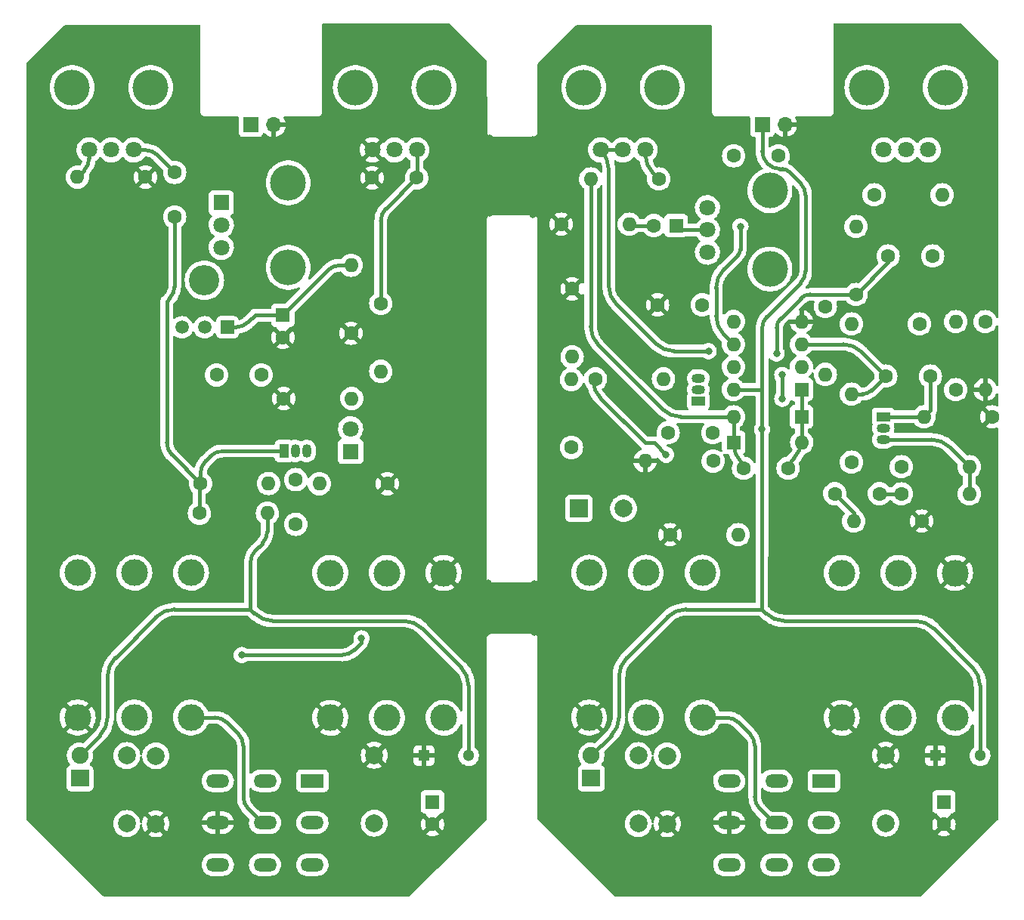
<source format=gbr>
%TF.GenerationSoftware,KiCad,Pcbnew,6.0.0-d3dd2cf0fa~116~ubuntu20.04.1*%
%TF.CreationDate,2022-01-02T14:57:44+00:00*%
%TF.ProjectId,combined,636f6d62-696e-4656-942e-6b696361645f,rev?*%
%TF.SameCoordinates,Original*%
%TF.FileFunction,Copper,L2,Bot*%
%TF.FilePolarity,Positive*%
%FSLAX46Y46*%
G04 Gerber Fmt 4.6, Leading zero omitted, Abs format (unit mm)*
G04 Created by KiCad (PCBNEW 6.0.0-d3dd2cf0fa~116~ubuntu20.04.1) date 2022-01-02 14:57:44*
%MOMM*%
%LPD*%
G01*
G04 APERTURE LIST*
%TA.AperFunction,ComponentPad*%
%ADD10R,2.600000X1.500000*%
%TD*%
%TA.AperFunction,ComponentPad*%
%ADD11O,2.600000X1.500000*%
%TD*%
%TA.AperFunction,ComponentPad*%
%ADD12C,3.000000*%
%TD*%
%TA.AperFunction,ComponentPad*%
%ADD13R,1.700000X1.700000*%
%TD*%
%TA.AperFunction,ComponentPad*%
%ADD14O,1.700000X1.700000*%
%TD*%
%TA.AperFunction,ComponentPad*%
%ADD15R,1.600000X1.600000*%
%TD*%
%TA.AperFunction,ComponentPad*%
%ADD16C,1.600000*%
%TD*%
%TA.AperFunction,ComponentPad*%
%ADD17R,2.000000X1.900000*%
%TD*%
%TA.AperFunction,ComponentPad*%
%ADD18C,1.900000*%
%TD*%
%TA.AperFunction,ComponentPad*%
%ADD19C,1.998980*%
%TD*%
%TA.AperFunction,ComponentPad*%
%ADD20R,1.300000X1.300000*%
%TD*%
%TA.AperFunction,ComponentPad*%
%ADD21C,1.300000*%
%TD*%
%TA.AperFunction,ComponentPad*%
%ADD22O,1.600000X1.600000*%
%TD*%
%TA.AperFunction,ComponentPad*%
%ADD23O,4.000000X4.000000*%
%TD*%
%TA.AperFunction,ComponentPad*%
%ADD24R,1.800000X1.800000*%
%TD*%
%TA.AperFunction,ComponentPad*%
%ADD25C,1.800000*%
%TD*%
%TA.AperFunction,ComponentPad*%
%ADD26C,3.400000*%
%TD*%
%TA.AperFunction,ComponentPad*%
%ADD27R,1.500000X1.500000*%
%TD*%
%TA.AperFunction,ComponentPad*%
%ADD28C,1.500000*%
%TD*%
%TA.AperFunction,WasherPad*%
%ADD29C,4.000000*%
%TD*%
%TA.AperFunction,ComponentPad*%
%ADD30R,1.050000X1.500000*%
%TD*%
%TA.AperFunction,ComponentPad*%
%ADD31O,1.050000X1.500000*%
%TD*%
%TA.AperFunction,ComponentPad*%
%ADD32R,1.500000X1.050000*%
%TD*%
%TA.AperFunction,ComponentPad*%
%ADD33O,1.500000X1.050000*%
%TD*%
%TA.AperFunction,ComponentPad*%
%ADD34R,2.000000X2.000000*%
%TD*%
%TA.AperFunction,ComponentPad*%
%ADD35C,2.000000*%
%TD*%
%TA.AperFunction,ViaPad*%
%ADD36C,0.800000*%
%TD*%
%TA.AperFunction,Conductor*%
%ADD37C,0.400000*%
%TD*%
G04 APERTURE END LIST*
D10*
%TO.P,SW1,1,A*%
%TO.N,Net-(SW1-Pad1)*%
X76108400Y-133813400D03*
D11*
%TO.P,SW1,2,A*%
X70808400Y-133813400D03*
%TO.P,SW1,3,A*%
%TO.N,IN*%
X65508400Y-133813400D03*
%TO.P,SW1,4,B*%
%TO.N,Net-(J1-Pad2)*%
X76108400Y-138513400D03*
%TO.P,SW1,5,B*%
%TO.N,Net-(J3-Pad2)*%
X70808400Y-138538400D03*
%TO.P,SW1,6,B*%
%TO.N,GND*%
X65508400Y-138513400D03*
%TO.P,SW1,7,C*%
%TO.N,IN*%
X76108400Y-143213400D03*
%TO.P,SW1,8,C*%
%TO.N,OUT*%
X70808400Y-143213400D03*
%TO.P,SW1,9,C*%
%TO.N,Net-(R2-Pad2)*%
X65508400Y-143213400D03*
%TD*%
D12*
%TO.P,J3,1,S*%
%TO.N,GND*%
X49808400Y-126718400D03*
%TO.P,J3,2,T*%
%TO.N,Net-(J3-Pad2)*%
X62508400Y-126718400D03*
%TO.P,J3,3,R*%
%TO.N,unconnected-(J3-Pad3)*%
X56158400Y-126718400D03*
%TO.P,J3,4,SN*%
%TO.N,unconnected-(J3-Pad4)*%
X49808400Y-110488400D03*
%TO.P,J3,5,TN*%
%TO.N,unconnected-(J3-Pad5)*%
X62508400Y-110488400D03*
%TO.P,J3,6,RN*%
%TO.N,unconnected-(J3-Pad6)*%
X56158400Y-110488400D03*
%TD*%
D13*
%TO.P,J2,1,P1*%
%TO.N,+9V*%
X69208400Y-60288400D03*
D14*
%TO.P,J2,2,P2*%
%TO.N,GND*%
X71748400Y-60288400D03*
%TD*%
D15*
%TO.P,C2,1*%
%TO.N,+9V*%
X89558400Y-136188400D03*
D16*
%TO.P,C2,2*%
%TO.N,GND*%
X89558400Y-138688400D03*
%TD*%
D17*
%TO.P,D1,1,K*%
%TO.N,Net-(D1-Pad1)*%
X50058400Y-133528400D03*
D18*
%TO.P,D1,2,A*%
%TO.N,+9V*%
X50058400Y-130988400D03*
%TD*%
D19*
%TO.P,R1,1*%
%TO.N,IN*%
X83031800Y-138558600D03*
%TO.P,R1,2*%
%TO.N,GND*%
X83031800Y-130938600D03*
%TD*%
%TO.P,R3,1*%
%TO.N,OUT*%
X58558400Y-131008400D03*
%TO.P,R3,2*%
%TO.N,GND*%
X58558400Y-138628400D03*
%TD*%
%TO.P,R2,1*%
%TO.N,Net-(D1-Pad1)*%
X55308400Y-138608400D03*
%TO.P,R2,2*%
%TO.N,Net-(R2-Pad2)*%
X55308400Y-130988400D03*
%TD*%
D20*
%TO.P,C1,1*%
%TO.N,GND*%
X88608400Y-130988400D03*
D21*
%TO.P,C1,2*%
%TO.N,+9V*%
X93608400Y-130988400D03*
%TD*%
D12*
%TO.P,J1,1,S*%
%TO.N,GND*%
X90808400Y-110518400D03*
%TO.P,J1,2,T*%
%TO.N,Net-(J1-Pad2)*%
X78108400Y-110518400D03*
%TO.P,J1,3,R*%
%TO.N,unconnected-(J1-Pad3)*%
X84458400Y-110518400D03*
%TO.P,J1,4,SN*%
%TO.N,unconnected-(J1-Pad4)*%
X90808400Y-126748400D03*
%TO.P,J1,5,TN*%
%TO.N,GND*%
X78108400Y-126748400D03*
%TO.P,J1,6,RN*%
%TO.N,unconnected-(J1-Pad6)*%
X84458400Y-126748400D03*
%TD*%
D16*
%TO.P,FXC4,1*%
%TO.N,Net-(FXC4-Pad1)*%
X65368000Y-88317400D03*
%TO.P,FXC4,2*%
%TO.N,Net-(FXC4-Pad2)*%
X70368000Y-88317400D03*
%TD*%
%TO.P,FXC1,1*%
%TO.N,IN*%
X74243400Y-105056000D03*
%TO.P,FXC1,2*%
%TO.N,Net-(D2-Pad1)*%
X74243400Y-100056000D03*
%TD*%
%TO.P,FXR2,1*%
%TO.N,Net-(FXC2-Pad1)*%
X63575400Y-100484000D03*
D22*
%TO.P,FXR2,2*%
%TO.N,Net-(D2-Pad1)*%
X71195400Y-100484000D03*
%TD*%
D23*
%TO.P,RV2,*%
%TO.N,*%
X73402200Y-66778000D03*
X73402200Y-76278000D03*
D24*
%TO.P,RV2,1,1*%
%TO.N,+9V*%
X65902200Y-69028000D03*
D25*
%TO.P,RV2,2,2*%
X65902200Y-71528000D03*
%TO.P,RV2,3,3*%
%TO.N,Net-(FXC4-Pad1)*%
X65902200Y-74028000D03*
%TD*%
D26*
%TO.P,TP1,1,1*%
%TO.N,Net-(FXC4-Pad1)*%
X64007200Y-77700200D03*
%TD*%
D16*
%TO.P,FXC2,1*%
%TO.N,Net-(FXC2-Pad1)*%
X60679800Y-70609800D03*
%TO.P,FXC2,2*%
%TO.N,Net-(FXC2-Pad2)*%
X60679800Y-65609800D03*
%TD*%
D15*
%TO.P,FXC3,1*%
%TO.N,Net-(FXC3-Pad1)*%
X72795600Y-81618806D03*
D16*
%TO.P,FXC3,2*%
%TO.N,GND*%
X72795600Y-84118806D03*
%TD*%
D24*
%TO.P,D2,1,K*%
%TO.N,Net-(D2-Pad1)*%
X80390200Y-96902600D03*
D25*
%TO.P,D2,2,A*%
%TO.N,Net-(D2-Pad2)*%
X80390200Y-94362600D03*
%TD*%
D16*
%TO.P,FXR7,1*%
%TO.N,Net-(FXC5-Pad2)*%
X83768400Y-80291000D03*
D22*
%TO.P,FXR7,2*%
%TO.N,Net-(FXC4-Pad2)*%
X83768400Y-87911000D03*
%TD*%
D27*
%TO.P,Q2,1,S*%
%TO.N,Net-(FXC3-Pad1)*%
X66577000Y-82983400D03*
D28*
%TO.P,Q2,2,D*%
%TO.N,Net-(FXC4-Pad1)*%
X64037000Y-82983400D03*
%TO.P,Q2,3,G*%
%TO.N,Net-(Q2-Pad3)*%
X61497000Y-82983400D03*
%TD*%
D16*
%TO.P,FXC5,1*%
%TO.N,GND*%
X82792400Y-66219400D03*
%TO.P,FXC5,2*%
%TO.N,Net-(FXC5-Pad2)*%
X87792400Y-66219400D03*
%TD*%
%TO.P,FXR4,1*%
%TO.N,GND*%
X72897200Y-90959000D03*
D22*
%TO.P,FXR4,2*%
%TO.N,Net-(D2-Pad2)*%
X80517200Y-90959000D03*
%TD*%
D16*
%TO.P,FXR1,1*%
%TO.N,GND*%
X84505000Y-100509400D03*
D22*
%TO.P,FXR1,2*%
%TO.N,Net-(D2-Pad1)*%
X76885000Y-100509400D03*
%TD*%
D16*
%TO.P,FXR3,1*%
%TO.N,Net-(FXC2-Pad1)*%
X63448400Y-103811400D03*
D22*
%TO.P,FXR3,2*%
%TO.N,+9V*%
X71068400Y-103811400D03*
%TD*%
D29*
%TO.P,RV3,*%
%TO.N,*%
X80917800Y-56100000D03*
X89717800Y-56100000D03*
D25*
%TO.P,RV3,1,1*%
%TO.N,Net-(FXC5-Pad2)*%
X87817800Y-63100000D03*
%TO.P,RV3,2,2*%
%TO.N,OUT*%
X85317800Y-63100000D03*
%TO.P,RV3,3,3*%
%TO.N,GND*%
X82817800Y-63100000D03*
%TD*%
D29*
%TO.P,RV1,*%
%TO.N,*%
X57993200Y-56100000D03*
X49193200Y-56100000D03*
D25*
%TO.P,RV1,1,1*%
%TO.N,Net-(FXC2-Pad2)*%
X56093200Y-63100000D03*
%TO.P,RV1,2,2*%
%TO.N,Net-(Q2-Pad3)*%
X53593200Y-63100000D03*
%TO.P,RV1,3,3*%
%TO.N,Net-(FXR5-Pad2)*%
X51093200Y-63100000D03*
%TD*%
D16*
%TO.P,FXR6,1*%
%TO.N,GND*%
X80441000Y-83643800D03*
D22*
%TO.P,FXR6,2*%
%TO.N,Net-(FXC3-Pad1)*%
X80441000Y-76023800D03*
%TD*%
D16*
%TO.P,FXR5,1*%
%TO.N,GND*%
X57403200Y-66143200D03*
D22*
%TO.P,FXR5,2*%
%TO.N,Net-(FXR5-Pad2)*%
X49783200Y-66143200D03*
%TD*%
D30*
%TO.P,Q1,1,D*%
%TO.N,Net-(FXC2-Pad1)*%
X72922600Y-96851800D03*
D31*
%TO.P,Q1,2,G*%
%TO.N,Net-(D2-Pad1)*%
X74192600Y-96851800D03*
%TO.P,Q1,3,S*%
%TO.N,Net-(D2-Pad2)*%
X75462600Y-96851800D03*
%TD*%
D10*
%TO.P,SW1,1,A*%
%TO.N,Net-(SW1-Pad1)*%
X133410800Y-133813400D03*
D11*
%TO.P,SW1,2,A*%
X128110800Y-133813400D03*
%TO.P,SW1,3,A*%
%TO.N,IN*%
X122810800Y-133813400D03*
%TO.P,SW1,4,B*%
%TO.N,Net-(J2-Pad2)*%
X133410800Y-138513400D03*
%TO.P,SW1,5,B*%
%TO.N,Net-(J3-Pad2)*%
X128110800Y-138538400D03*
%TO.P,SW1,6,B*%
%TO.N,GND*%
X122810800Y-138513400D03*
%TO.P,SW1,7,C*%
%TO.N,IN*%
X133410800Y-143213400D03*
%TO.P,SW1,8,C*%
%TO.N,OUT*%
X128110800Y-143213400D03*
%TO.P,SW1,9,C*%
%TO.N,Net-(R3-Pad2)*%
X122810800Y-143213400D03*
%TD*%
D12*
%TO.P,J3,1,S*%
%TO.N,GND*%
X107110800Y-126718400D03*
%TO.P,J3,2,T*%
%TO.N,Net-(J3-Pad2)*%
X119810800Y-126718400D03*
%TO.P,J3,3,R*%
%TO.N,unconnected-(J3-Pad3)*%
X113460800Y-126718400D03*
%TO.P,J3,4,SN*%
%TO.N,unconnected-(J3-Pad4)*%
X107110800Y-110488400D03*
%TO.P,J3,5,TN*%
%TO.N,unconnected-(J3-Pad5)*%
X119810800Y-110488400D03*
%TO.P,J3,6,RN*%
%TO.N,unconnected-(J3-Pad6)*%
X113460800Y-110488400D03*
%TD*%
D13*
%TO.P,J1,1,P1*%
%TO.N,+9V*%
X126510800Y-60288400D03*
D14*
%TO.P,J1,2,P2*%
%TO.N,GND*%
X129050800Y-60288400D03*
%TD*%
D15*
%TO.P,C2,1*%
%TO.N,+9V*%
X146860800Y-136188400D03*
D16*
%TO.P,C2,2*%
%TO.N,GND*%
X146860800Y-138688400D03*
%TD*%
D17*
%TO.P,D1,1,K*%
%TO.N,Net-(D1-Pad1)*%
X107360800Y-133528400D03*
D18*
%TO.P,D1,2,A*%
%TO.N,+9V*%
X107360800Y-130988400D03*
%TD*%
D19*
%TO.P,R1,1*%
%TO.N,IN*%
X140334200Y-138558600D03*
%TO.P,R1,2*%
%TO.N,GND*%
X140334200Y-130938600D03*
%TD*%
%TO.P,R2,1*%
%TO.N,OUT*%
X115860800Y-131008400D03*
%TO.P,R2,2*%
%TO.N,GND*%
X115860800Y-138628400D03*
%TD*%
%TO.P,R3,1*%
%TO.N,Net-(D1-Pad1)*%
X112610800Y-138608400D03*
%TO.P,R3,2*%
%TO.N,Net-(R3-Pad2)*%
X112610800Y-130988400D03*
%TD*%
D20*
%TO.P,C1,1*%
%TO.N,GND*%
X145910800Y-130988400D03*
D21*
%TO.P,C1,2*%
%TO.N,+9V*%
X150910800Y-130988400D03*
%TD*%
D12*
%TO.P,J2,1,S*%
%TO.N,GND*%
X148110800Y-110518400D03*
%TO.P,J2,2,T*%
%TO.N,Net-(J2-Pad2)*%
X135410800Y-110518400D03*
%TO.P,J2,3,R*%
%TO.N,unconnected-(J2-Pad3)*%
X141760800Y-110518400D03*
%TO.P,J2,4,SN*%
%TO.N,unconnected-(J2-Pad4)*%
X148110800Y-126748400D03*
%TO.P,J2,5,TN*%
%TO.N,GND*%
X135410800Y-126748400D03*
%TO.P,J2,6,RN*%
%TO.N,unconnected-(J2-Pad6)*%
X141760800Y-126748400D03*
%TD*%
D16*
%TO.P,FXR7,1*%
%TO.N,Net-(FXC5-Pad2)*%
X133577800Y-80646600D03*
D22*
%TO.P,FXR7,2*%
%TO.N,Net-(FXC4-Pad2)*%
X133577800Y-88266600D03*
%TD*%
D16*
%TO.P,FXR11,1*%
%TO.N,Net-(FXR11-Pad1)*%
X139038800Y-68124400D03*
D22*
%TO.P,FXR11,2*%
%TO.N,Net-(FXC7-Pad2)*%
X146658800Y-68124400D03*
%TD*%
D16*
%TO.P,FXR8,1*%
%TO.N,GND*%
X103986800Y-71426400D03*
D22*
%TO.P,FXR8,2*%
%TO.N,Net-(FXC6-Pad2)*%
X111606800Y-71426400D03*
%TD*%
D16*
%TO.P,FXC1,1*%
%TO.N,IN*%
X134633800Y-101627000D03*
%TO.P,FXC1,2*%
%TO.N,Net-(FXC1-Pad2)*%
X139633800Y-101627000D03*
%TD*%
%TO.P,FXC7,1*%
%TO.N,Net-(FXC7-Pad1)*%
X140602800Y-74982400D03*
%TO.P,FXC7,2*%
%TO.N,Net-(FXC7-Pad2)*%
X145602800Y-74982400D03*
%TD*%
D32*
%TO.P,FXQ1,1,E*%
%TO.N,Net-(FXC2-Pad1)*%
X140054800Y-93016400D03*
D33*
%TO.P,FXQ1,2,C*%
%TO.N,+9V*%
X140054800Y-94286400D03*
%TO.P,FXQ1,3,B*%
%TO.N,Net-(FXQ1-Pad3)*%
X140054800Y-95556400D03*
%TD*%
D16*
%TO.P,FXC8,1*%
%TO.N,Net-(FXC8-Pad1)*%
X123305400Y-63755600D03*
%TO.P,FXC8,2*%
%TO.N,Net-(FXC8-Pad2)*%
X128305400Y-63755600D03*
%TD*%
D32*
%TO.P,Q1,1,E*%
%TO.N,Net-(FXR13-Pad2)*%
X119332800Y-91238400D03*
D33*
%TO.P,Q1,2,C*%
%TO.N,+9V*%
X119332800Y-89968400D03*
%TO.P,Q1,3,B*%
%TO.N,Net-(FXC8-Pad1)*%
X119332800Y-88698400D03*
%TD*%
D16*
%TO.P,FXR13,1*%
%TO.N,Net-(FXC9-Pad1)*%
X105129800Y-96445400D03*
D22*
%TO.P,FXR13,2*%
%TO.N,Net-(FXR13-Pad2)*%
X105129800Y-88825400D03*
%TD*%
D16*
%TO.P,FXR3,1*%
%TO.N,GND*%
X152246800Y-93016400D03*
D22*
%TO.P,FXR3,2*%
%TO.N,Net-(FXC2-Pad1)*%
X144626800Y-93016400D03*
%TD*%
D15*
%TO.P,U1,1*%
%TO.N,Net-(FXC4-Pad2)*%
X130900800Y-89958400D03*
D22*
%TO.P,U1,2,-*%
%TO.N,Net-(FXC3-Pad2)*%
X130900800Y-87418400D03*
%TO.P,U1,3,+*%
%TO.N,Net-(FXC2-Pad2)*%
X130900800Y-84878400D03*
%TO.P,U1,4,V-*%
%TO.N,GND*%
X130900800Y-82338400D03*
%TO.P,U1,5,+*%
%TO.N,Net-(FXC5-Pad2)*%
X123280800Y-82338400D03*
%TO.P,U1,6,-*%
%TO.N,Net-(FXR10-Pad2)*%
X123280800Y-84878400D03*
%TO.P,U1,7*%
%TO.N,Net-(FXC7-Pad1)*%
X123280800Y-87418400D03*
%TO.P,U1,8,V+*%
%TO.N,+9V*%
X123280800Y-89958400D03*
%TD*%
D16*
%TO.P,R4,1*%
%TO.N,+9V*%
X148182800Y-89968400D03*
D22*
%TO.P,R4,2*%
%TO.N,+BATT*%
X148182800Y-82348400D03*
%TD*%
D34*
%TO.P,FXC9,1*%
%TO.N,Net-(FXC9-Pad1)*%
X105962523Y-103278000D03*
D35*
%TO.P,FXC9,2*%
%TO.N,OUT*%
X110962523Y-103278000D03*
%TD*%
D15*
%TO.P,FXC6,1*%
%TO.N,Net-(FXC6-Pad1)*%
X116864600Y-71578800D03*
D16*
%TO.P,FXC6,2*%
%TO.N,Net-(FXC6-Pad2)*%
X114364600Y-71578800D03*
%TD*%
D15*
%TO.P,FXD1,1,K*%
%TO.N,Net-(FXC3-Pad2)*%
X123316200Y-95886600D03*
D22*
%TO.P,FXD1,2,A*%
%TO.N,Net-(FXC4-Pad2)*%
X130936200Y-95886600D03*
%TD*%
D29*
%TO.P,RV2,*%
%TO.N,*%
X127365000Y-67661400D03*
X127365000Y-76461400D03*
D25*
%TO.P,RV2,1,1*%
%TO.N,Net-(FXC5-Pad2)*%
X120365000Y-74561400D03*
%TO.P,RV2,2,2*%
%TO.N,Net-(FXC6-Pad1)*%
X120365000Y-72061400D03*
%TO.P,RV2,3,3*%
%TO.N,Net-(FXR10-Pad2)*%
X120365000Y-69561400D03*
%TD*%
D16*
%TO.P,FXR12,1*%
%TO.N,+BATT*%
X107822200Y-88774600D03*
D22*
%TO.P,FXR12,2*%
%TO.N,Net-(FXC8-Pad1)*%
X115442200Y-88774600D03*
%TD*%
D16*
%TO.P,FXR2,1*%
%TO.N,+BATT*%
X142086800Y-98604400D03*
D22*
%TO.P,FXR2,2*%
%TO.N,Net-(FXQ1-Pad3)*%
X149706800Y-98604400D03*
%TD*%
D16*
%TO.P,FXR4,1*%
%TO.N,Net-(FXC3-Pad1)*%
X121004800Y-97969400D03*
D22*
%TO.P,FXR4,2*%
%TO.N,GND*%
X113384800Y-97969400D03*
%TD*%
D16*
%TO.P,FXR14,1*%
%TO.N,GND*%
X105206000Y-78665400D03*
D22*
%TO.P,FXR14,2*%
%TO.N,Net-(FXR13-Pad2)*%
X105206000Y-86285400D03*
%TD*%
D16*
%TO.P,FXR15,1*%
%TO.N,GND*%
X116178800Y-106224400D03*
D22*
%TO.P,FXR15,2*%
%TO.N,OUT*%
X123798800Y-106224400D03*
%TD*%
D16*
%TO.P,FXR22,1*%
%TO.N,GND*%
X144372800Y-104700400D03*
D22*
%TO.P,FXR22,2*%
%TO.N,IN*%
X136752800Y-104700400D03*
%TD*%
D29*
%TO.P,RV3,*%
%TO.N,*%
X147020200Y-56100000D03*
X138220200Y-56100000D03*
D25*
%TO.P,RV3,1,1*%
%TO.N,+BATT*%
X145120200Y-63100000D03*
%TO.P,RV3,2,2*%
%TO.N,Net-(FXC8-Pad2)*%
X142620200Y-63100000D03*
%TO.P,RV3,3,3*%
%TO.N,Net-(FXR11-Pad1)*%
X140120200Y-63100000D03*
%TD*%
D16*
%TO.P,FXC2,1*%
%TO.N,Net-(FXC2-Pad1)*%
X145348800Y-88444400D03*
%TO.P,FXC2,2*%
%TO.N,Net-(FXC2-Pad2)*%
X140348800Y-88444400D03*
%TD*%
%TO.P,FXC3,1*%
%TO.N,Net-(FXC3-Pad1)*%
X115964800Y-94794400D03*
%TO.P,FXC3,2*%
%TO.N,Net-(FXC3-Pad2)*%
X120964800Y-94794400D03*
%TD*%
%TO.P,R5,1*%
%TO.N,+BATT*%
X151484800Y-82348400D03*
D22*
%TO.P,R5,2*%
%TO.N,GND*%
X151484800Y-89968400D03*
%TD*%
D29*
%TO.P,RV1,*%
%TO.N,*%
X115295600Y-56100000D03*
X106495600Y-56100000D03*
D25*
%TO.P,RV1,1,1*%
%TO.N,Net-(FXR6-Pad1)*%
X113395600Y-63100000D03*
%TO.P,RV1,2,2*%
%TO.N,Net-(FXC4-Pad2)*%
X110895600Y-63100000D03*
%TO.P,RV1,3,3*%
X108395600Y-63100000D03*
%TD*%
D16*
%TO.P,FXC5,1*%
%TO.N,GND*%
X114781800Y-80468800D03*
%TO.P,FXC5,2*%
%TO.N,Net-(FXC5-Pad2)*%
X119781800Y-80468800D03*
%TD*%
%TO.P,FXC4,1*%
%TO.N,Net-(FXC3-Pad2)*%
X124408400Y-98782200D03*
%TO.P,FXC4,2*%
%TO.N,Net-(FXC4-Pad2)*%
X129408400Y-98782200D03*
%TD*%
%TO.P,FXR1,1*%
%TO.N,Net-(FXC1-Pad2)*%
X142086800Y-101652400D03*
D22*
%TO.P,FXR1,2*%
%TO.N,Net-(FXQ1-Pad3)*%
X149706800Y-101652400D03*
%TD*%
D16*
%TO.P,FXR6,1*%
%TO.N,Net-(FXR6-Pad1)*%
X114908800Y-66346400D03*
D22*
%TO.P,FXR6,2*%
%TO.N,Net-(FXC3-Pad2)*%
X107288800Y-66346400D03*
%TD*%
D16*
%TO.P,FXR10,1*%
%TO.N,Net-(FXC7-Pad1)*%
X137006800Y-79300400D03*
D22*
%TO.P,FXR10,2*%
%TO.N,Net-(FXR10-Pad2)*%
X137006800Y-71680400D03*
%TD*%
D16*
%TO.P,FXR5,1*%
%TO.N,+BATT*%
X136498800Y-98096400D03*
D22*
%TO.P,FXR5,2*%
%TO.N,Net-(FXC2-Pad2)*%
X136498800Y-90476400D03*
%TD*%
D16*
%TO.P,FXR9,1*%
%TO.N,+BATT*%
X144118800Y-82602400D03*
D22*
%TO.P,FXR9,2*%
%TO.N,Net-(FXC5-Pad2)*%
X136498800Y-82602400D03*
%TD*%
D15*
%TO.P,FXD2,1,K*%
%TO.N,Net-(FXC4-Pad2)*%
X130910800Y-93016400D03*
D22*
%TO.P,FXD2,2,A*%
%TO.N,Net-(FXC3-Pad2)*%
X123290800Y-93016400D03*
%TD*%
D36*
%TO.N,GND*%
X100965000Y-117170200D03*
X95783400Y-117094000D03*
X100939600Y-116535200D03*
X100939600Y-112344200D03*
X100939600Y-112928400D03*
X100939600Y-115925600D03*
X100939600Y-113538000D03*
X100939600Y-114122200D03*
X100939600Y-114731800D03*
X100939600Y-111734600D03*
X100939600Y-115316000D03*
X95808800Y-116459000D03*
X95808800Y-112268000D03*
X95808800Y-112852200D03*
X95808800Y-115849400D03*
X95808800Y-113461800D03*
X95808800Y-114046000D03*
X95808800Y-114655600D03*
X95808800Y-111658400D03*
X95808800Y-115239800D03*
X100787200Y-70307200D03*
X100787200Y-68529200D03*
X100787200Y-69723000D03*
X100787200Y-69113400D03*
X100787200Y-66725800D03*
X100787200Y-62534800D03*
X100787200Y-67919600D03*
X100787200Y-63119000D03*
X100787200Y-66116200D03*
X100787200Y-63728600D03*
X100787200Y-64312800D03*
X100787200Y-64922400D03*
X100787200Y-61925200D03*
X100787200Y-67335400D03*
X100787200Y-65506600D03*
X95935800Y-67208400D03*
X95935800Y-67792600D03*
X95935800Y-68402200D03*
X95935800Y-68986400D03*
X95935800Y-69596000D03*
X95935800Y-66598800D03*
X95935800Y-70180200D03*
X95935800Y-64795400D03*
X95935800Y-65379600D03*
X95935800Y-65989200D03*
X95935800Y-64185800D03*
X95935800Y-63601600D03*
X95935800Y-62992000D03*
X95935800Y-62407800D03*
X95935800Y-61798200D03*
%TO.N,OUT*%
X81609400Y-117857600D03*
X68198200Y-119711800D03*
%TO.N,+9V*%
X126480800Y-94428400D03*
%TO.N,+BATT*%
X115734300Y-97270900D03*
%TO.N,Net-(FXC3-Pad2)*%
X128751800Y-88317400D03*
X128751800Y-90984400D03*
%TO.N,Net-(FXC4-Pad2)*%
X120496800Y-85650400D03*
%TO.N,Net-(FXC7-Pad1)*%
X128116800Y-85904400D03*
%TO.N,Net-(FXR10-Pad2)*%
X124058800Y-71680400D03*
%TD*%
D37*
%TO.N,+9V*%
X88437080Y-116767080D02*
X92729721Y-121059721D01*
X69158400Y-114588400D02*
X69579721Y-115009721D01*
X71068400Y-105822054D02*
X71068400Y-103811400D01*
X53158400Y-122131041D02*
X53158400Y-126645759D01*
X69744187Y-107974694D02*
X70482614Y-107236267D01*
X58579720Y-115467080D02*
X54037079Y-120009721D01*
X52279720Y-128767080D02*
X50058400Y-130988400D01*
X93608400Y-123181041D02*
X93608400Y-130988400D01*
X69158400Y-114588400D02*
X60701041Y-114588400D01*
X69158400Y-114588400D02*
X69158400Y-109388908D01*
X71701041Y-115888400D02*
X86315759Y-115888400D01*
X93608400Y-123181041D02*
G75*
G03*
X92729721Y-121059721I-2999998J1D01*
G01*
X52279720Y-128767080D02*
G75*
G03*
X53158400Y-126645759I-2121325J2121323D01*
G01*
X60701041Y-114588401D02*
G75*
G03*
X58579721Y-115467081I-3J-2999993D01*
G01*
X71068399Y-105822054D02*
G75*
G02*
X70482613Y-107236266I-1999999J0D01*
G01*
X71701041Y-115888400D02*
G75*
G02*
X69579721Y-115009721I-1J2999998D01*
G01*
X86315759Y-115888401D02*
G75*
G02*
X88437079Y-116767081I3J-2999993D01*
G01*
X54037079Y-120009721D02*
G75*
G03*
X53158400Y-122131041I2121319J-2121319D01*
G01*
X69158401Y-109388908D02*
G75*
G02*
X69744188Y-107974695I1999999J0D01*
G01*
%TO.N,Net-(J3-Pad2)*%
X67790213Y-128524013D02*
X66570386Y-127304186D01*
X68376000Y-135596573D02*
X68376000Y-129938227D01*
X65156173Y-126718400D02*
X62508400Y-126718400D01*
X70808400Y-138538400D02*
X70489400Y-138538400D01*
X70489400Y-138538400D02*
X68961786Y-137010786D01*
X66570386Y-127304186D02*
G75*
G03*
X65156173Y-126718400I-1414213J-1414214D01*
G01*
X68375999Y-129938227D02*
G75*
G03*
X67790212Y-128524014I-1999999J0D01*
G01*
X68376001Y-135596573D02*
G75*
G03*
X68961787Y-137010785I1999999J0D01*
G01*
%TO.N,Net-(FXC2-Pad1)*%
X63448400Y-100611000D02*
X63575400Y-100484000D01*
X63575400Y-99356627D02*
X63575400Y-100484000D01*
X60679800Y-70609800D02*
X60679800Y-78344973D01*
X60376587Y-97285187D02*
X63575400Y-100484000D01*
X60094013Y-79759187D02*
X59790800Y-80062400D01*
X63448400Y-103811400D02*
X63448400Y-100611000D01*
X72922600Y-96851800D02*
X66080227Y-96851800D01*
X64666013Y-97437587D02*
X64161186Y-97942414D01*
X59790800Y-80062400D02*
X59790800Y-95870973D01*
X59790801Y-95870973D02*
G75*
G03*
X60376588Y-97285186I1999999J0D01*
G01*
X60094013Y-79759187D02*
G75*
G03*
X60679800Y-78344973I-1414213J1414214D01*
G01*
X63575401Y-99356627D02*
G75*
G02*
X64161187Y-97942415I1999999J0D01*
G01*
X66080227Y-96851801D02*
G75*
G03*
X64666014Y-97437588I0J-1999999D01*
G01*
%TO.N,Net-(FXC3-Pad1)*%
X80441000Y-76023800D02*
X79219033Y-76023800D01*
X68910987Y-82397613D02*
X69696800Y-81611800D01*
X66577000Y-82983400D02*
X67496773Y-82983400D01*
X69703806Y-81618806D02*
X72795600Y-81618806D01*
X69696800Y-81611800D02*
X69703806Y-81618806D01*
X77804819Y-76609587D02*
X72795600Y-81618806D01*
X79219033Y-76023801D02*
G75*
G03*
X77804820Y-76609588I0J-1999999D01*
G01*
X68910987Y-82397613D02*
G75*
G02*
X67496773Y-82983400I-1414214J1414213D01*
G01*
%TO.N,Net-(FXC2-Pad2)*%
X56093200Y-63100000D02*
X57341573Y-63100000D01*
X58755787Y-63685787D02*
X60679800Y-65609800D01*
X58755787Y-63685787D02*
G75*
G03*
X57341573Y-63100000I-1414214J-1414213D01*
G01*
%TO.N,Net-(FXC5-Pad2)*%
X87817800Y-63100000D02*
X87817800Y-66194000D01*
X83768400Y-80291000D02*
X83768400Y-71071827D01*
X84354187Y-69657613D02*
X87792400Y-66219400D01*
X87817800Y-66194000D02*
X87792400Y-66219400D01*
X83768401Y-71071827D02*
G75*
G02*
X84354188Y-69657614I1999999J0D01*
G01*
%TO.N,Net-(FXR5-Pad2)*%
X50507413Y-65418987D02*
X49783200Y-66143200D01*
X51093200Y-63100000D02*
X51093200Y-64004773D01*
X51093199Y-64004773D02*
G75*
G02*
X50507412Y-65418986I-1999999J0D01*
G01*
%TO.N,OUT*%
X68198200Y-119711800D02*
X79409373Y-119711800D01*
X80823587Y-119126013D02*
X81609400Y-118340200D01*
X81609400Y-118340200D02*
X81609400Y-117857600D01*
X79409373Y-119711799D02*
G75*
G03*
X80823586Y-119126012I0J1999999D01*
G01*
%TO.N,+9V*%
X145739480Y-116767080D02*
X150032121Y-121059721D01*
X126460800Y-114588400D02*
X126882121Y-115009721D01*
X126480800Y-108540481D02*
X126480800Y-94428400D01*
X131368000Y-68241627D02*
X131368000Y-76617773D01*
X126480800Y-83161827D02*
X126480800Y-89826400D01*
X126460800Y-108560481D02*
X126480800Y-108540481D01*
X110460800Y-122131041D02*
X110460800Y-126645759D01*
X127096587Y-64640387D02*
X127099214Y-64643014D01*
X123280800Y-89958400D02*
X126348800Y-89958400D01*
X126510800Y-60288400D02*
X126510800Y-63226173D01*
X130782213Y-78031987D02*
X127066586Y-81747614D01*
X115882120Y-115467080D02*
X111339479Y-120009721D01*
X126348800Y-89958400D02*
X126480800Y-89826400D01*
X129476493Y-65521693D02*
X130782214Y-66827414D01*
X109582120Y-128767080D02*
X107360800Y-130988400D01*
X126480800Y-94428400D02*
X126480800Y-89826400D01*
X150910800Y-123181041D02*
X150910800Y-130988400D01*
X126460800Y-114588400D02*
X118003441Y-114588400D01*
X126460800Y-114588400D02*
X126460800Y-108560481D01*
X129003441Y-115888400D02*
X143618159Y-115888400D01*
X128513427Y-65228800D02*
X128769386Y-65228800D01*
X127099214Y-64643014D02*
G75*
G03*
X128513427Y-65228800I1414213J1414214D01*
G01*
X150910800Y-123181041D02*
G75*
G03*
X150032121Y-121059721I-2999998J1D01*
G01*
X127066586Y-81747614D02*
G75*
G03*
X126480800Y-83161827I1414214J-1414213D01*
G01*
X109582120Y-128767080D02*
G75*
G03*
X110460800Y-126645759I-2121325J2121323D01*
G01*
X131367999Y-76617773D02*
G75*
G02*
X130782212Y-78031986I-1999999J0D01*
G01*
X129476493Y-65521693D02*
G75*
G03*
X128769386Y-65228800I-707106J-707106D01*
G01*
X118003441Y-114588401D02*
G75*
G03*
X115882121Y-115467081I-3J-2999993D01*
G01*
X130782214Y-66827414D02*
G75*
G02*
X131368000Y-68241627I-1414214J-1414213D01*
G01*
X126510801Y-63226173D02*
G75*
G03*
X127096588Y-64640386I1999999J0D01*
G01*
X129003441Y-115888400D02*
G75*
G02*
X126882121Y-115009721I-1J2999998D01*
G01*
X143618159Y-115888401D02*
G75*
G02*
X145739479Y-116767081I3J-2999993D01*
G01*
X111339479Y-120009721D02*
G75*
G03*
X110460800Y-122131041I2121319J-2121319D01*
G01*
%TO.N,Net-(J3-Pad2)*%
X125092613Y-128524013D02*
X123872786Y-127304186D01*
X125678400Y-135596573D02*
X125678400Y-129938227D01*
X122458573Y-126718400D02*
X119810800Y-126718400D01*
X128110800Y-138538400D02*
X127791800Y-138538400D01*
X127791800Y-138538400D02*
X126264186Y-137010786D01*
X123872786Y-127304186D02*
G75*
G03*
X122458573Y-126718400I-1414213J-1414214D01*
G01*
X125678399Y-129938227D02*
G75*
G03*
X125092612Y-128524014I-1999999J0D01*
G01*
X125678401Y-135596573D02*
G75*
G03*
X126264187Y-137010785I1999999J0D01*
G01*
%TO.N,+BATT*%
X114400800Y-95937400D02*
X115734300Y-97270900D01*
X108421480Y-90974080D02*
X113384800Y-95937400D01*
X113384800Y-95937400D02*
X114400800Y-95937400D01*
X108421480Y-90974080D02*
G75*
G02*
X107542800Y-88852759I2121325J2121323D01*
G01*
%TO.N,Net-(FXC1-Pad2)*%
X139633800Y-101627000D02*
X142061400Y-101627000D01*
X142061400Y-101627000D02*
X142086800Y-101652400D01*
%TO.N,Net-(FXC2-Pad1)*%
X140054800Y-93016400D02*
X144626800Y-93016400D01*
X145348800Y-88444400D02*
X145348800Y-92294400D01*
X145348800Y-92294400D02*
X144626800Y-93016400D01*
%TO.N,Net-(FXC2-Pad2)*%
X136498800Y-90476400D02*
X137695480Y-90476400D01*
X137661480Y-85757080D02*
X140348800Y-88444400D01*
X138756140Y-90037060D02*
X140348800Y-88444400D01*
X130900800Y-84878400D02*
X135540159Y-84878400D01*
X135540159Y-84878401D02*
G75*
G02*
X137661479Y-85757081I3J-2999993D01*
G01*
X138756140Y-90037060D02*
G75*
G02*
X137695480Y-90476400I-1060661J1060662D01*
G01*
%TO.N,Net-(FXC3-Pad2)*%
X123290800Y-93016400D02*
X123290800Y-96011759D01*
X107288800Y-82883759D02*
X107288800Y-66346400D01*
X123290800Y-93016400D02*
X117421441Y-93016400D01*
X115300120Y-92137720D02*
X108167479Y-85005079D01*
X124169480Y-98133080D02*
X124386800Y-98350400D01*
X128751800Y-88317400D02*
X128751800Y-90984400D01*
X124169480Y-98133080D02*
G75*
G02*
X123290800Y-96011759I2121325J2121323D01*
G01*
X115300120Y-92137720D02*
G75*
G03*
X117421441Y-93016400I2121323J2121325D01*
G01*
X108167479Y-85005079D02*
G75*
G02*
X107288800Y-82883759I2121319J2121319D01*
G01*
%TO.N,Net-(FXC4-Pad2)*%
X109295600Y-78286559D02*
X109295600Y-65242641D01*
X108416920Y-63121320D02*
X108395600Y-63100000D01*
X120496800Y-85650400D02*
X116659441Y-85650400D01*
X130022120Y-97715080D02*
X129386800Y-98350400D01*
X110895600Y-63100000D02*
X108395600Y-63100000D01*
X130900800Y-89958400D02*
X130900800Y-95593759D01*
X114538120Y-84771720D02*
X110174279Y-80407879D01*
X108416920Y-63121320D02*
G75*
G02*
X109295600Y-65242641I-2121325J-2121323D01*
G01*
X114538120Y-84771720D02*
G75*
G03*
X116659441Y-85650400I2121323J2121325D01*
G01*
X110174279Y-80407879D02*
G75*
G02*
X109295600Y-78286559I2121319J2121319D01*
G01*
X130900799Y-95593759D02*
G75*
G02*
X130022119Y-97715079I-2999993J-3D01*
G01*
%TO.N,Net-(FXC6-Pad1)*%
X120365000Y-72061400D02*
X117347200Y-72061400D01*
X117347200Y-72061400D02*
X116864600Y-71578800D01*
%TO.N,Net-(FXC6-Pad2)*%
X114364600Y-71578800D02*
X111759200Y-71578800D01*
X111606800Y-71426400D02*
X111860800Y-71680400D01*
%TO.N,Net-(FXC7-Pad1)*%
X137006800Y-79300400D02*
X140602800Y-75704400D01*
X140602800Y-75704400D02*
X140602800Y-74982400D01*
X137006800Y-79300400D02*
X131887720Y-79300400D01*
X130827060Y-79739740D02*
X128556140Y-82010660D01*
X128116800Y-83071320D02*
X128116800Y-85904400D01*
X128116801Y-83071320D02*
G75*
G02*
X128556141Y-82010661I1500001J-1D01*
G01*
X131887720Y-79300401D02*
G75*
G03*
X130827061Y-79739741I1J-1500001D01*
G01*
%TO.N,Net-(FXQ1-Pad3)*%
X140054800Y-95556400D02*
X145416159Y-95556400D01*
X149706800Y-101652400D02*
X149706800Y-98604400D01*
X147537480Y-96435080D02*
X149706800Y-98604400D01*
X147537480Y-96435080D02*
G75*
G03*
X145416159Y-95556400I-2121323J-2121325D01*
G01*
%TO.N,Net-(FXR6-Pad1)*%
X113395600Y-63100000D02*
X113395600Y-63590559D01*
X114274280Y-65711880D02*
X114908800Y-66346400D01*
X114274280Y-65711880D02*
G75*
G02*
X113395600Y-63590559I2121325J2121323D01*
G01*
%TO.N,Net-(FXR10-Pad2)*%
X122213680Y-76465920D02*
X123759907Y-74919693D01*
X124052800Y-71705800D02*
X124052800Y-71686400D01*
X124052800Y-74212586D02*
X124052800Y-71705800D01*
X121335000Y-81689959D02*
X121335000Y-78587241D01*
X123280800Y-84878400D02*
X122213679Y-83811279D01*
X124052800Y-71686400D02*
X124058800Y-71680400D01*
X122213679Y-83811279D02*
G75*
G02*
X121335000Y-81689959I2121319J2121319D01*
G01*
X124052799Y-74212586D02*
G75*
G02*
X123759906Y-74919692I-999993J-3D01*
G01*
X121335001Y-78587241D02*
G75*
G02*
X122213681Y-76465921I2999993J3D01*
G01*
%TO.N,IN*%
X136752800Y-103746000D02*
X136752800Y-104700400D01*
X134633800Y-101627000D02*
X136752800Y-103746000D01*
%TD*%
%TA.AperFunction,Conductor*%
%TO.N,GND*%
G36*
X91498711Y-48916602D02*
G01*
X91519685Y-48933505D01*
X95619531Y-53033351D01*
X95653557Y-53095663D01*
X95656435Y-53122045D01*
X95681779Y-61081157D01*
X95681778Y-61082306D01*
X95681324Y-61156652D01*
X95683791Y-61165283D01*
X95683791Y-61165285D01*
X95689718Y-61186021D01*
X95693239Y-61202387D01*
X95697666Y-61232613D01*
X95707931Y-61255002D01*
X95714544Y-61272884D01*
X95721312Y-61296565D01*
X95729669Y-61309810D01*
X95737610Y-61322396D01*
X95745582Y-61337115D01*
X95758316Y-61364886D01*
X95764197Y-61371668D01*
X95764198Y-61371669D01*
X95774453Y-61383494D01*
X95785820Y-61398805D01*
X95798960Y-61419631D01*
X95805691Y-61425575D01*
X95805694Y-61425579D01*
X95821852Y-61439849D01*
X95833638Y-61451741D01*
X95837214Y-61455864D01*
X95853652Y-61474820D01*
X95874367Y-61488153D01*
X95889572Y-61499656D01*
X95908028Y-61515956D01*
X95935687Y-61528942D01*
X95950327Y-61537044D01*
X95976012Y-61553576D01*
X95999624Y-61560556D01*
X96017449Y-61567330D01*
X96031621Y-61573984D01*
X96031625Y-61573985D01*
X96039748Y-61577799D01*
X96069934Y-61582499D01*
X96086261Y-61586165D01*
X96115558Y-61594826D01*
X96135068Y-61594883D01*
X96149620Y-61594926D01*
X96149792Y-61594933D01*
X96150223Y-61595000D01*
X96174966Y-61595000D01*
X96175335Y-61595001D01*
X96258969Y-61595246D01*
X96258971Y-61595246D01*
X96261071Y-61595252D01*
X96261767Y-61595051D01*
X96262492Y-61595000D01*
X100805234Y-61595000D01*
X100806396Y-61595005D01*
X100880668Y-61595690D01*
X100910048Y-61587392D01*
X100926423Y-61583923D01*
X100956645Y-61579595D01*
X100964814Y-61575881D01*
X100964817Y-61575880D01*
X100979089Y-61569391D01*
X100996986Y-61562838D01*
X101012020Y-61558591D01*
X101020705Y-61556138D01*
X101046567Y-61539933D01*
X101061316Y-61532005D01*
X101080933Y-61523086D01*
X101080939Y-61523082D01*
X101089110Y-61519367D01*
X101107782Y-61503278D01*
X101123119Y-61491965D01*
X101144012Y-61478874D01*
X101153640Y-61468041D01*
X101164290Y-61456057D01*
X101176217Y-61444311D01*
X101199347Y-61424381D01*
X101212757Y-61403693D01*
X101224299Y-61388534D01*
X101240676Y-61370107D01*
X101244516Y-61361994D01*
X101244518Y-61361991D01*
X101253737Y-61342514D01*
X101261889Y-61327892D01*
X101273608Y-61309810D01*
X101273608Y-61309809D01*
X101278493Y-61302273D01*
X101285556Y-61278656D01*
X101292384Y-61260858D01*
X101293703Y-61258073D01*
X101302929Y-61238580D01*
X101304455Y-61228980D01*
X101307719Y-61208433D01*
X101311441Y-61192102D01*
X101312091Y-61189931D01*
X101320187Y-61162859D01*
X101320395Y-61128766D01*
X101320402Y-61128612D01*
X101320474Y-61128159D01*
X101320552Y-61103115D01*
X101321076Y-61017348D01*
X101320874Y-61016640D01*
X101320824Y-61015892D01*
X101336136Y-56100000D01*
X103982140Y-56100000D01*
X104001959Y-56415020D01*
X104061105Y-56725072D01*
X104158644Y-57025266D01*
X104160331Y-57028852D01*
X104160333Y-57028856D01*
X104291350Y-57307283D01*
X104291354Y-57307290D01*
X104293038Y-57310869D01*
X104462168Y-57577375D01*
X104663367Y-57820582D01*
X104893460Y-58036654D01*
X105148821Y-58222184D01*
X105152290Y-58224091D01*
X105152293Y-58224093D01*
X105421952Y-58372340D01*
X105425421Y-58374247D01*
X105429090Y-58375700D01*
X105429095Y-58375702D01*
X105715228Y-58488990D01*
X105718898Y-58490443D01*
X106024625Y-58568940D01*
X106337779Y-58608500D01*
X106653421Y-58608500D01*
X106966575Y-58568940D01*
X107272302Y-58490443D01*
X107275972Y-58488990D01*
X107562105Y-58375702D01*
X107562110Y-58375700D01*
X107565779Y-58374247D01*
X107569248Y-58372340D01*
X107838907Y-58224093D01*
X107838910Y-58224091D01*
X107842379Y-58222184D01*
X108097740Y-58036654D01*
X108327833Y-57820582D01*
X108529032Y-57577375D01*
X108698162Y-57310869D01*
X108699846Y-57307290D01*
X108699850Y-57307283D01*
X108830867Y-57028856D01*
X108830869Y-57028852D01*
X108832556Y-57025266D01*
X108930095Y-56725072D01*
X108989241Y-56415020D01*
X109009060Y-56100000D01*
X112782140Y-56100000D01*
X112801959Y-56415020D01*
X112861105Y-56725072D01*
X112958644Y-57025266D01*
X112960331Y-57028852D01*
X112960333Y-57028856D01*
X113091350Y-57307283D01*
X113091354Y-57307290D01*
X113093038Y-57310869D01*
X113262168Y-57577375D01*
X113463367Y-57820582D01*
X113693460Y-58036654D01*
X113948821Y-58222184D01*
X113952290Y-58224091D01*
X113952293Y-58224093D01*
X114221952Y-58372340D01*
X114225421Y-58374247D01*
X114229090Y-58375700D01*
X114229095Y-58375702D01*
X114515228Y-58488990D01*
X114518898Y-58490443D01*
X114824625Y-58568940D01*
X115137779Y-58608500D01*
X115453421Y-58608500D01*
X115766575Y-58568940D01*
X116072302Y-58490443D01*
X116075972Y-58488990D01*
X116362105Y-58375702D01*
X116362110Y-58375700D01*
X116365779Y-58374247D01*
X116369248Y-58372340D01*
X116638907Y-58224093D01*
X116638910Y-58224091D01*
X116642379Y-58222184D01*
X116897740Y-58036654D01*
X117127833Y-57820582D01*
X117329032Y-57577375D01*
X117498162Y-57310869D01*
X117499846Y-57307290D01*
X117499850Y-57307283D01*
X117630867Y-57028856D01*
X117630869Y-57028852D01*
X117632556Y-57025266D01*
X117730095Y-56725072D01*
X117789241Y-56415020D01*
X117809060Y-56100000D01*
X117789241Y-55784980D01*
X117730095Y-55474928D01*
X117632556Y-55174734D01*
X117630867Y-55171144D01*
X117499850Y-54892717D01*
X117499846Y-54892710D01*
X117498162Y-54889131D01*
X117329032Y-54622625D01*
X117127833Y-54379418D01*
X116897740Y-54163346D01*
X116642379Y-53977816D01*
X116365779Y-53825753D01*
X116362110Y-53824300D01*
X116362105Y-53824298D01*
X116075972Y-53711010D01*
X116075971Y-53711010D01*
X116072302Y-53709557D01*
X115766575Y-53631060D01*
X115453421Y-53591500D01*
X115137779Y-53591500D01*
X114824625Y-53631060D01*
X114518898Y-53709557D01*
X114515229Y-53711010D01*
X114515228Y-53711010D01*
X114229095Y-53824298D01*
X114229090Y-53824300D01*
X114225421Y-53825753D01*
X113948821Y-53977816D01*
X113693460Y-54163346D01*
X113463367Y-54379418D01*
X113262168Y-54622625D01*
X113093038Y-54889131D01*
X113091354Y-54892710D01*
X113091350Y-54892717D01*
X112960333Y-55171144D01*
X112958644Y-55174734D01*
X112861105Y-55474928D01*
X112801959Y-55784980D01*
X112782140Y-56100000D01*
X109009060Y-56100000D01*
X108989241Y-55784980D01*
X108930095Y-55474928D01*
X108832556Y-55174734D01*
X108830867Y-55171144D01*
X108699850Y-54892717D01*
X108699846Y-54892710D01*
X108698162Y-54889131D01*
X108529032Y-54622625D01*
X108327833Y-54379418D01*
X108097740Y-54163346D01*
X107842379Y-53977816D01*
X107565779Y-53825753D01*
X107562110Y-53824300D01*
X107562105Y-53824298D01*
X107275972Y-53711010D01*
X107275971Y-53711010D01*
X107272302Y-53709557D01*
X106966575Y-53631060D01*
X106653421Y-53591500D01*
X106337779Y-53591500D01*
X106024625Y-53631060D01*
X105718898Y-53709557D01*
X105715229Y-53711010D01*
X105715228Y-53711010D01*
X105429095Y-53824298D01*
X105429090Y-53824300D01*
X105425421Y-53825753D01*
X105148821Y-53977816D01*
X104893460Y-54163346D01*
X104663367Y-54379418D01*
X104462168Y-54622625D01*
X104293038Y-54889131D01*
X104291354Y-54892710D01*
X104291350Y-54892717D01*
X104160333Y-55171144D01*
X104158644Y-55174734D01*
X104061105Y-55474928D01*
X104001959Y-55784980D01*
X103982140Y-56100000D01*
X101336136Y-56100000D01*
X101344383Y-53452236D01*
X101364597Y-53384177D01*
X101381287Y-53363533D01*
X105608115Y-49136705D01*
X105670427Y-49102679D01*
X105697210Y-49099800D01*
X119763400Y-49099800D01*
X119763400Y-68286571D01*
X119616461Y-68363063D01*
X119611872Y-68365452D01*
X119607739Y-68368555D01*
X119607736Y-68368557D01*
X119430790Y-68501412D01*
X119426655Y-68504517D01*
X119266639Y-68671964D01*
X119136119Y-68863299D01*
X119038602Y-69073381D01*
X118976707Y-69296569D01*
X118952095Y-69526869D01*
X118965427Y-69758097D01*
X118966564Y-69763143D01*
X118966565Y-69763149D01*
X118988408Y-69860071D01*
X119016346Y-69984042D01*
X119018288Y-69988824D01*
X119018289Y-69988828D01*
X119100836Y-70192116D01*
X119103484Y-70198637D01*
X119224501Y-70396119D01*
X119376147Y-70571184D01*
X119548398Y-70714189D01*
X119551462Y-70716733D01*
X119591097Y-70775635D01*
X119592595Y-70846616D01*
X119555481Y-70907139D01*
X119546630Y-70914437D01*
X119455794Y-70982639D01*
X119426655Y-71004517D01*
X119266639Y-71171964D01*
X119180727Y-71297906D01*
X119125818Y-71342907D01*
X119076641Y-71352900D01*
X118299100Y-71352900D01*
X118230979Y-71332898D01*
X118184486Y-71279242D01*
X118173100Y-71226900D01*
X118173100Y-70730666D01*
X118166345Y-70668484D01*
X118115215Y-70532095D01*
X118027861Y-70415539D01*
X117911305Y-70328185D01*
X117774916Y-70277055D01*
X117712734Y-70270300D01*
X116016466Y-70270300D01*
X115954284Y-70277055D01*
X115817895Y-70328185D01*
X115701339Y-70415539D01*
X115613985Y-70532095D01*
X115562855Y-70668484D01*
X115560909Y-70667754D01*
X115531055Y-70720005D01*
X115468097Y-70752821D01*
X115397393Y-70746391D01*
X115354600Y-70718302D01*
X115208900Y-70572602D01*
X115204392Y-70569445D01*
X115204389Y-70569443D01*
X115126211Y-70514702D01*
X115021349Y-70441277D01*
X115016367Y-70438954D01*
X115016362Y-70438951D01*
X114818825Y-70346839D01*
X114818824Y-70346839D01*
X114813843Y-70344516D01*
X114808535Y-70343094D01*
X114808533Y-70343093D01*
X114598002Y-70286681D01*
X114598000Y-70286681D01*
X114592687Y-70285257D01*
X114364600Y-70265302D01*
X114136513Y-70285257D01*
X114131200Y-70286681D01*
X114131198Y-70286681D01*
X113920667Y-70343093D01*
X113920665Y-70343094D01*
X113915357Y-70344516D01*
X113910376Y-70346839D01*
X113910375Y-70346839D01*
X113712838Y-70438951D01*
X113712833Y-70438954D01*
X113707851Y-70441277D01*
X113602989Y-70514702D01*
X113524811Y-70569443D01*
X113524808Y-70569445D01*
X113520300Y-70572602D01*
X113358402Y-70734500D01*
X113355245Y-70739008D01*
X113355243Y-70739011D01*
X113300935Y-70816571D01*
X113245478Y-70860899D01*
X113197722Y-70870300D01*
X112871527Y-70870300D01*
X112803406Y-70850298D01*
X112757331Y-70797548D01*
X112755834Y-70794336D01*
X112746865Y-70775101D01*
X112746648Y-70774637D01*
X112744323Y-70769651D01*
X112651965Y-70637750D01*
X112616157Y-70586611D01*
X112616155Y-70586608D01*
X112612998Y-70582100D01*
X112451100Y-70420202D01*
X112446592Y-70417045D01*
X112446589Y-70417043D01*
X112320720Y-70328909D01*
X112263549Y-70288877D01*
X112258567Y-70286554D01*
X112258562Y-70286551D01*
X112061025Y-70194439D01*
X112061024Y-70194439D01*
X112056043Y-70192116D01*
X112050735Y-70190694D01*
X112050733Y-70190693D01*
X111840202Y-70134281D01*
X111840200Y-70134281D01*
X111834887Y-70132857D01*
X111606800Y-70112902D01*
X111378713Y-70132857D01*
X111373400Y-70134281D01*
X111373398Y-70134281D01*
X111162867Y-70190693D01*
X111162865Y-70190694D01*
X111157557Y-70192116D01*
X111152576Y-70194439D01*
X111152575Y-70194439D01*
X110955038Y-70286551D01*
X110955033Y-70286554D01*
X110950051Y-70288877D01*
X110892880Y-70328909D01*
X110767011Y-70417043D01*
X110767008Y-70417045D01*
X110762500Y-70420202D01*
X110600602Y-70582100D01*
X110597445Y-70586608D01*
X110597443Y-70586611D01*
X110561635Y-70637750D01*
X110469277Y-70769651D01*
X110466954Y-70774633D01*
X110466951Y-70774638D01*
X110396024Y-70926744D01*
X110372516Y-70977157D01*
X110371094Y-70982465D01*
X110371093Y-70982467D01*
X110320317Y-71171964D01*
X110313257Y-71198313D01*
X110293302Y-71426400D01*
X110313257Y-71654487D01*
X110314681Y-71659800D01*
X110314681Y-71659802D01*
X110351825Y-71798422D01*
X110372516Y-71875643D01*
X110374839Y-71880624D01*
X110374839Y-71880625D01*
X110466951Y-72078162D01*
X110466954Y-72078167D01*
X110469277Y-72083149D01*
X110508112Y-72138611D01*
X110590251Y-72255917D01*
X110600602Y-72270700D01*
X110762500Y-72432598D01*
X110767008Y-72435755D01*
X110767011Y-72435757D01*
X110791471Y-72452884D01*
X110950051Y-72563923D01*
X110955033Y-72566246D01*
X110955038Y-72566249D01*
X111097525Y-72632691D01*
X111157557Y-72660684D01*
X111162865Y-72662106D01*
X111162867Y-72662107D01*
X111373398Y-72718519D01*
X111373400Y-72718519D01*
X111378713Y-72719943D01*
X111606800Y-72739898D01*
X111834887Y-72719943D01*
X111840200Y-72718519D01*
X111840202Y-72718519D01*
X112050733Y-72662107D01*
X112050735Y-72662106D01*
X112056043Y-72660684D01*
X112116075Y-72632691D01*
X112258562Y-72566249D01*
X112258567Y-72566246D01*
X112263549Y-72563923D01*
X112422129Y-72452884D01*
X112446589Y-72435757D01*
X112446592Y-72435755D01*
X112451100Y-72432598D01*
X112559493Y-72324205D01*
X112621805Y-72290179D01*
X112648588Y-72287300D01*
X113197722Y-72287300D01*
X113265843Y-72307302D01*
X113300935Y-72341029D01*
X113349465Y-72410337D01*
X113358402Y-72423100D01*
X113520300Y-72584998D01*
X113524808Y-72588155D01*
X113524811Y-72588157D01*
X113556703Y-72610488D01*
X113707851Y-72716323D01*
X113712833Y-72718646D01*
X113712838Y-72718649D01*
X113876734Y-72795074D01*
X113915357Y-72813084D01*
X113920665Y-72814506D01*
X113920667Y-72814507D01*
X114131198Y-72870919D01*
X114131200Y-72870919D01*
X114136513Y-72872343D01*
X114364600Y-72892298D01*
X114592687Y-72872343D01*
X114598000Y-72870919D01*
X114598002Y-72870919D01*
X114808533Y-72814507D01*
X114808535Y-72814506D01*
X114813843Y-72813084D01*
X114852466Y-72795074D01*
X115016362Y-72718649D01*
X115016367Y-72718646D01*
X115021349Y-72716323D01*
X115172497Y-72610488D01*
X115204389Y-72588157D01*
X115204392Y-72588155D01*
X115208900Y-72584998D01*
X115354600Y-72439298D01*
X115416912Y-72405272D01*
X115487727Y-72410337D01*
X115544563Y-72452884D01*
X115561732Y-72489537D01*
X115562855Y-72489116D01*
X115613985Y-72625505D01*
X115701339Y-72742061D01*
X115817895Y-72829415D01*
X115954284Y-72880545D01*
X116016466Y-72887300D01*
X117712734Y-72887300D01*
X117774916Y-72880545D01*
X117911305Y-72829415D01*
X117957127Y-72795074D01*
X118023632Y-72770226D01*
X118032691Y-72769900D01*
X119076590Y-72769900D01*
X119144711Y-72789902D01*
X119184023Y-72830065D01*
X119212013Y-72875740D01*
X119224501Y-72896119D01*
X119376147Y-73071184D01*
X119551462Y-73216733D01*
X119591097Y-73275635D01*
X119592595Y-73346616D01*
X119555481Y-73407139D01*
X119546630Y-73414437D01*
X119426655Y-73504517D01*
X119266639Y-73671964D01*
X119136119Y-73863299D01*
X119038602Y-74073381D01*
X118976707Y-74296569D01*
X118952095Y-74526869D01*
X118952392Y-74532022D01*
X118952392Y-74532025D01*
X118953597Y-74552922D01*
X118965427Y-74758097D01*
X118966564Y-74763143D01*
X118966565Y-74763149D01*
X118989884Y-74866622D01*
X119016346Y-74984042D01*
X119018288Y-74988824D01*
X119018289Y-74988828D01*
X119067692Y-75110492D01*
X119103484Y-75198637D01*
X119224501Y-75396119D01*
X119376147Y-75571184D01*
X119554349Y-75719130D01*
X119754322Y-75835984D01*
X119759147Y-75837826D01*
X119759148Y-75837827D01*
X119763400Y-75839451D01*
X119763400Y-79156912D01*
X119553713Y-79175257D01*
X119548400Y-79176681D01*
X119548398Y-79176681D01*
X119337867Y-79233093D01*
X119337865Y-79233094D01*
X119332557Y-79234516D01*
X119327576Y-79236839D01*
X119327575Y-79236839D01*
X119130038Y-79328951D01*
X119130033Y-79328954D01*
X119125051Y-79331277D01*
X119034741Y-79394513D01*
X118942011Y-79459443D01*
X118942008Y-79459445D01*
X118937500Y-79462602D01*
X118775602Y-79624500D01*
X118772445Y-79629008D01*
X118772443Y-79629011D01*
X118768774Y-79634251D01*
X118644277Y-79812051D01*
X118641954Y-79817033D01*
X118641951Y-79817038D01*
X118549839Y-80014575D01*
X118547516Y-80019557D01*
X118546094Y-80024865D01*
X118546093Y-80024867D01*
X118489681Y-80235398D01*
X118488257Y-80240713D01*
X118468302Y-80468800D01*
X118488257Y-80696887D01*
X118489681Y-80702200D01*
X118489681Y-80702202D01*
X118546043Y-80912544D01*
X118547516Y-80918043D01*
X118549839Y-80923024D01*
X118549839Y-80923025D01*
X118641951Y-81120562D01*
X118641954Y-81120567D01*
X118644277Y-81125549D01*
X118675554Y-81170217D01*
X118761739Y-81293301D01*
X118775602Y-81313100D01*
X118937500Y-81474998D01*
X118942008Y-81478155D01*
X118942011Y-81478157D01*
X119005998Y-81522961D01*
X119125051Y-81606323D01*
X119130033Y-81608646D01*
X119130038Y-81608649D01*
X119326565Y-81700290D01*
X119332557Y-81703084D01*
X119337865Y-81704506D01*
X119337867Y-81704507D01*
X119548398Y-81760919D01*
X119548400Y-81760919D01*
X119553713Y-81762343D01*
X119763400Y-81780688D01*
X119763400Y-84941900D01*
X116714405Y-84941900D01*
X116697959Y-84940822D01*
X116674446Y-84937726D01*
X116674442Y-84937726D01*
X116666915Y-84936735D01*
X116646076Y-84939036D01*
X116643810Y-84939286D01*
X116622917Y-84939849D01*
X116585115Y-84937726D01*
X116409936Y-84927888D01*
X116395904Y-84926307D01*
X116276205Y-84905969D01*
X116156510Y-84885632D01*
X116142734Y-84882488D01*
X115909403Y-84815266D01*
X115896067Y-84810599D01*
X115730211Y-84741900D01*
X115671729Y-84717676D01*
X115659006Y-84711549D01*
X115446477Y-84594088D01*
X115434529Y-84586581D01*
X115236476Y-84446054D01*
X115225436Y-84437249D01*
X115072363Y-84300453D01*
X115056363Y-84283211D01*
X115048042Y-84272367D01*
X115016717Y-84247271D01*
X115006402Y-84238032D01*
X112323232Y-81554862D01*
X114060293Y-81554862D01*
X114069589Y-81566877D01*
X114120794Y-81602731D01*
X114130289Y-81608214D01*
X114327747Y-81700290D01*
X114338039Y-81704036D01*
X114548488Y-81760425D01*
X114559281Y-81762328D01*
X114776325Y-81781317D01*
X114787275Y-81781317D01*
X115004319Y-81762328D01*
X115015112Y-81760425D01*
X115225561Y-81704036D01*
X115235853Y-81700290D01*
X115433311Y-81608214D01*
X115442806Y-81602731D01*
X115494848Y-81566291D01*
X115503224Y-81555812D01*
X115496156Y-81542366D01*
X114794612Y-80840822D01*
X114780668Y-80833208D01*
X114778835Y-80833339D01*
X114772220Y-80837590D01*
X114066723Y-81543087D01*
X114060293Y-81554862D01*
X112323232Y-81554862D01*
X111242645Y-80474275D01*
X113469283Y-80474275D01*
X113488272Y-80691319D01*
X113490175Y-80702112D01*
X113546564Y-80912561D01*
X113550310Y-80922853D01*
X113642386Y-81120311D01*
X113647869Y-81129806D01*
X113684309Y-81181848D01*
X113694788Y-81190224D01*
X113708234Y-81183156D01*
X114409778Y-80481612D01*
X114416156Y-80469932D01*
X115146208Y-80469932D01*
X115146339Y-80471765D01*
X115150590Y-80478380D01*
X115856087Y-81183877D01*
X115867862Y-81190307D01*
X115879877Y-81181011D01*
X115915731Y-81129806D01*
X115921214Y-81120311D01*
X116013290Y-80922853D01*
X116017036Y-80912561D01*
X116073425Y-80702112D01*
X116075328Y-80691319D01*
X116094317Y-80474275D01*
X116094317Y-80463325D01*
X116075328Y-80246281D01*
X116073425Y-80235488D01*
X116017036Y-80025039D01*
X116013290Y-80014747D01*
X115921214Y-79817289D01*
X115915731Y-79807794D01*
X115879291Y-79755752D01*
X115868812Y-79747376D01*
X115855366Y-79754444D01*
X115153822Y-80455988D01*
X115146208Y-80469932D01*
X114416156Y-80469932D01*
X114417392Y-80467668D01*
X114417261Y-80465835D01*
X114413010Y-80459220D01*
X113707513Y-79753723D01*
X113695738Y-79747293D01*
X113683723Y-79756589D01*
X113647869Y-79807794D01*
X113642386Y-79817289D01*
X113550310Y-80014747D01*
X113546564Y-80025039D01*
X113490175Y-80235488D01*
X113488272Y-80246281D01*
X113469283Y-80463325D01*
X113469283Y-80474275D01*
X111242645Y-80474275D01*
X110714130Y-79945760D01*
X110703263Y-79933369D01*
X110688826Y-79914554D01*
X110688825Y-79914553D01*
X110684201Y-79908527D01*
X110666059Y-79893992D01*
X110650891Y-79879620D01*
X110632460Y-79858995D01*
X110571479Y-79790758D01*
X110508750Y-79720564D01*
X110499941Y-79709517D01*
X110359424Y-79511478D01*
X110351911Y-79499522D01*
X110286842Y-79381788D01*
X114060376Y-79381788D01*
X114067444Y-79395234D01*
X114768988Y-80096778D01*
X114782932Y-80104392D01*
X114784765Y-80104261D01*
X114791380Y-80100010D01*
X115496877Y-79394513D01*
X115503307Y-79382738D01*
X115494011Y-79370723D01*
X115442806Y-79334869D01*
X115433311Y-79329386D01*
X115235853Y-79237310D01*
X115225561Y-79233564D01*
X115015112Y-79177175D01*
X115004319Y-79175272D01*
X114787275Y-79156283D01*
X114776325Y-79156283D01*
X114559281Y-79175272D01*
X114548488Y-79177175D01*
X114338039Y-79233564D01*
X114327747Y-79237310D01*
X114130289Y-79329386D01*
X114120794Y-79334869D01*
X114068752Y-79371309D01*
X114060376Y-79381788D01*
X110286842Y-79381788D01*
X110234450Y-79286993D01*
X110228321Y-79274266D01*
X110220421Y-79255192D01*
X110154334Y-79095643D01*
X110135400Y-79049932D01*
X110130733Y-79036595D01*
X110063512Y-78803265D01*
X110060368Y-78789490D01*
X110019693Y-78550101D01*
X110018111Y-78536059D01*
X110012879Y-78442881D01*
X110006601Y-78331090D01*
X110007481Y-78307582D01*
X110007630Y-78306455D01*
X110009265Y-78294033D01*
X110004861Y-78254143D01*
X110004100Y-78240316D01*
X110004100Y-65301972D01*
X110005357Y-65284218D01*
X110008566Y-65261671D01*
X110008566Y-65261670D01*
X110009147Y-65257588D01*
X110009304Y-65242641D01*
X110008810Y-65238557D01*
X110008809Y-65238542D01*
X110007271Y-65225832D01*
X110006479Y-65216196D01*
X109999546Y-65057418D01*
X109993507Y-64919116D01*
X109958592Y-64653907D01*
X109951600Y-64600792D01*
X109951598Y-64600783D01*
X109951239Y-64598053D01*
X109931444Y-64508762D01*
X109907084Y-64398884D01*
X109911868Y-64328048D01*
X109954188Y-64271044D01*
X110020610Y-64245970D01*
X110093666Y-64262824D01*
X110284922Y-64374584D01*
X110289747Y-64376426D01*
X110289748Y-64376427D01*
X110336322Y-64394212D01*
X110501294Y-64457209D01*
X110506360Y-64458240D01*
X110506361Y-64458240D01*
X110559446Y-64469040D01*
X110728256Y-64503385D01*
X110858924Y-64508176D01*
X110954549Y-64511683D01*
X110954553Y-64511683D01*
X110959713Y-64511872D01*
X110964833Y-64511216D01*
X110964835Y-64511216D01*
X111037891Y-64501857D01*
X111189447Y-64482442D01*
X111194395Y-64480957D01*
X111194402Y-64480956D01*
X111406347Y-64417369D01*
X111411290Y-64415886D01*
X111435822Y-64403868D01*
X111614649Y-64316262D01*
X111614652Y-64316260D01*
X111619284Y-64313991D01*
X111807843Y-64179494D01*
X111971903Y-64016005D01*
X112040970Y-63919888D01*
X112096965Y-63876240D01*
X112167668Y-63869794D01*
X112230633Y-63902597D01*
X112250728Y-63927584D01*
X112252399Y-63930311D01*
X112252402Y-63930315D01*
X112255101Y-63934719D01*
X112406747Y-64109784D01*
X112584949Y-64257730D01*
X112694242Y-64321595D01*
X112721255Y-64337380D01*
X112769979Y-64389018D01*
X112780698Y-64418896D01*
X112810052Y-64551304D01*
X112810877Y-64553921D01*
X112810879Y-64553928D01*
X112904727Y-64851575D01*
X112907430Y-64860149D01*
X113031356Y-65159332D01*
X113180886Y-65446576D01*
X113354881Y-65719694D01*
X113552018Y-65976608D01*
X113553872Y-65978631D01*
X113553881Y-65978642D01*
X113584435Y-66011986D01*
X113615710Y-66075723D01*
X113615628Y-66116928D01*
X113615257Y-66118313D01*
X113614779Y-66123778D01*
X113614778Y-66123783D01*
X113605934Y-66224875D01*
X113595302Y-66346400D01*
X113615257Y-66574487D01*
X113616681Y-66579800D01*
X113616681Y-66579802D01*
X113669789Y-66778000D01*
X113674516Y-66795643D01*
X113676839Y-66800624D01*
X113676839Y-66800625D01*
X113768951Y-66998162D01*
X113768954Y-66998167D01*
X113771277Y-67003149D01*
X113816404Y-67067597D01*
X113890318Y-67173156D01*
X113902602Y-67190700D01*
X114064500Y-67352598D01*
X114069008Y-67355755D01*
X114069011Y-67355757D01*
X114101400Y-67378436D01*
X114252051Y-67483923D01*
X114257033Y-67486246D01*
X114257038Y-67486249D01*
X114392429Y-67549382D01*
X114459557Y-67580684D01*
X114464865Y-67582106D01*
X114464867Y-67582107D01*
X114675398Y-67638519D01*
X114675400Y-67638519D01*
X114680713Y-67639943D01*
X114908800Y-67659898D01*
X115136887Y-67639943D01*
X115142200Y-67638519D01*
X115142202Y-67638519D01*
X115352733Y-67582107D01*
X115352735Y-67582106D01*
X115358043Y-67580684D01*
X115425171Y-67549382D01*
X115560562Y-67486249D01*
X115560567Y-67486246D01*
X115565549Y-67483923D01*
X115716200Y-67378436D01*
X115748589Y-67355757D01*
X115748592Y-67355755D01*
X115753100Y-67352598D01*
X115914998Y-67190700D01*
X115927283Y-67173156D01*
X116001196Y-67067597D01*
X116046323Y-67003149D01*
X116048646Y-66998167D01*
X116048649Y-66998162D01*
X116140761Y-66800625D01*
X116140761Y-66800624D01*
X116143084Y-66795643D01*
X116147812Y-66778000D01*
X116200919Y-66579802D01*
X116200919Y-66579800D01*
X116202343Y-66574487D01*
X116222298Y-66346400D01*
X116202343Y-66118313D01*
X116190931Y-66075723D01*
X116144507Y-65902467D01*
X116144506Y-65902465D01*
X116143084Y-65897157D01*
X116123361Y-65854861D01*
X116048649Y-65694638D01*
X116048646Y-65694633D01*
X116046323Y-65689651D01*
X115954240Y-65558143D01*
X115918157Y-65506611D01*
X115918155Y-65506608D01*
X115914998Y-65502100D01*
X115753100Y-65340202D01*
X115748592Y-65337045D01*
X115748589Y-65337043D01*
X115669678Y-65281789D01*
X115565549Y-65208877D01*
X115560567Y-65206554D01*
X115560562Y-65206551D01*
X115363025Y-65114439D01*
X115363024Y-65114439D01*
X115358043Y-65112116D01*
X115352735Y-65110694D01*
X115352733Y-65110693D01*
X115142202Y-65054281D01*
X115142200Y-65054281D01*
X115136887Y-65052857D01*
X114908800Y-65032902D01*
X114702891Y-65050917D01*
X114633288Y-65036928D01*
X114589151Y-64998309D01*
X114459425Y-64815479D01*
X114451912Y-64803523D01*
X114334451Y-64590994D01*
X114328322Y-64578267D01*
X114235397Y-64353925D01*
X114230732Y-64340590D01*
X114230060Y-64338257D01*
X114230425Y-64267262D01*
X114269116Y-64207734D01*
X114277968Y-64200804D01*
X114303637Y-64182494D01*
X114307843Y-64179494D01*
X114471903Y-64016005D01*
X114607058Y-63827917D01*
X114610577Y-63820798D01*
X114707384Y-63624922D01*
X114707385Y-63624920D01*
X114709678Y-63620280D01*
X114777008Y-63398671D01*
X114807240Y-63169041D01*
X114808927Y-63100000D01*
X114798818Y-62977038D01*
X114790373Y-62874318D01*
X114790372Y-62874312D01*
X114789949Y-62869167D01*
X114756397Y-62735592D01*
X114734784Y-62649544D01*
X114734783Y-62649540D01*
X114733525Y-62644533D01*
X114721617Y-62617146D01*
X114643230Y-62436868D01*
X114643228Y-62436865D01*
X114641170Y-62432131D01*
X114515364Y-62237665D01*
X114359487Y-62066358D01*
X114355436Y-62063159D01*
X114355432Y-62063155D01*
X114181777Y-61926011D01*
X114181772Y-61926008D01*
X114177723Y-61922810D01*
X114173207Y-61920317D01*
X114173204Y-61920315D01*
X113979479Y-61813373D01*
X113979475Y-61813371D01*
X113974955Y-61810876D01*
X113970086Y-61809152D01*
X113970082Y-61809150D01*
X113761503Y-61735288D01*
X113761499Y-61735287D01*
X113756628Y-61733562D01*
X113751535Y-61732655D01*
X113751532Y-61732654D01*
X113533695Y-61693851D01*
X113533689Y-61693850D01*
X113528606Y-61692945D01*
X113455696Y-61692054D01*
X113302181Y-61690179D01*
X113302179Y-61690179D01*
X113297011Y-61690116D01*
X113068064Y-61725150D01*
X112847914Y-61797106D01*
X112843326Y-61799494D01*
X112843322Y-61799496D01*
X112647061Y-61901663D01*
X112642472Y-61904052D01*
X112638339Y-61907155D01*
X112638336Y-61907157D01*
X112578884Y-61951795D01*
X112457255Y-62043117D01*
X112297239Y-62210564D01*
X112250436Y-62279174D01*
X112195527Y-62324175D01*
X112125002Y-62332346D01*
X112061255Y-62301092D01*
X112040559Y-62276609D01*
X112018177Y-62242013D01*
X112018174Y-62242009D01*
X112015364Y-62237665D01*
X111859487Y-62066358D01*
X111855436Y-62063159D01*
X111855432Y-62063155D01*
X111681777Y-61926011D01*
X111681772Y-61926008D01*
X111677723Y-61922810D01*
X111673207Y-61920317D01*
X111673204Y-61920315D01*
X111479479Y-61813373D01*
X111479475Y-61813371D01*
X111474955Y-61810876D01*
X111470086Y-61809152D01*
X111470082Y-61809150D01*
X111261503Y-61735288D01*
X111261499Y-61735287D01*
X111256628Y-61733562D01*
X111251535Y-61732655D01*
X111251532Y-61732654D01*
X111033695Y-61693851D01*
X111033689Y-61693850D01*
X111028606Y-61692945D01*
X110955696Y-61692054D01*
X110802181Y-61690179D01*
X110802179Y-61690179D01*
X110797011Y-61690116D01*
X110568064Y-61725150D01*
X110347914Y-61797106D01*
X110343326Y-61799494D01*
X110343322Y-61799496D01*
X110147061Y-61901663D01*
X110142472Y-61904052D01*
X110138339Y-61907155D01*
X110138336Y-61907157D01*
X110078884Y-61951795D01*
X109957255Y-62043117D01*
X109797239Y-62210564D01*
X109750436Y-62279174D01*
X109695527Y-62324175D01*
X109625002Y-62332346D01*
X109561255Y-62301092D01*
X109540559Y-62276609D01*
X109518177Y-62242013D01*
X109518174Y-62242009D01*
X109515364Y-62237665D01*
X109359487Y-62066358D01*
X109355436Y-62063159D01*
X109355432Y-62063155D01*
X109181777Y-61926011D01*
X109181772Y-61926008D01*
X109177723Y-61922810D01*
X109173207Y-61920317D01*
X109173204Y-61920315D01*
X108979479Y-61813373D01*
X108979475Y-61813371D01*
X108974955Y-61810876D01*
X108970086Y-61809152D01*
X108970082Y-61809150D01*
X108761503Y-61735288D01*
X108761499Y-61735287D01*
X108756628Y-61733562D01*
X108751535Y-61732655D01*
X108751532Y-61732654D01*
X108533695Y-61693851D01*
X108533689Y-61693850D01*
X108528606Y-61692945D01*
X108455696Y-61692054D01*
X108302181Y-61690179D01*
X108302179Y-61690179D01*
X108297011Y-61690116D01*
X108068064Y-61725150D01*
X107847914Y-61797106D01*
X107843326Y-61799494D01*
X107843322Y-61799496D01*
X107647061Y-61901663D01*
X107642472Y-61904052D01*
X107638339Y-61907155D01*
X107638336Y-61907157D01*
X107578884Y-61951795D01*
X107457255Y-62043117D01*
X107297239Y-62210564D01*
X107294330Y-62214829D01*
X107294324Y-62214837D01*
X107278752Y-62237665D01*
X107166719Y-62401899D01*
X107069202Y-62611981D01*
X107007307Y-62835169D01*
X106982695Y-63065469D01*
X106982992Y-63070622D01*
X106982992Y-63070625D01*
X106995729Y-63291529D01*
X106996027Y-63296697D01*
X106997164Y-63301743D01*
X106997165Y-63301749D01*
X107029341Y-63444523D01*
X107046946Y-63522642D01*
X107048888Y-63527424D01*
X107048889Y-63527428D01*
X107132047Y-63732220D01*
X107134084Y-63737237D01*
X107255101Y-63934719D01*
X107406747Y-64109784D01*
X107584949Y-64257730D01*
X107784922Y-64374584D01*
X107789747Y-64376426D01*
X107789748Y-64376427D01*
X107836322Y-64394212D01*
X108001294Y-64457209D01*
X108006360Y-64458240D01*
X108006361Y-64458240D01*
X108059446Y-64469040D01*
X108228256Y-64503385D01*
X108318919Y-64506709D01*
X108374889Y-64508762D01*
X108442231Y-64531247D01*
X108486727Y-64586570D01*
X108491348Y-64599796D01*
X108527688Y-64725935D01*
X108530832Y-64739710D01*
X108536223Y-64771437D01*
X108567928Y-64958038D01*
X108571506Y-64979099D01*
X108573088Y-64993136D01*
X108582559Y-65161778D01*
X108584599Y-65198107D01*
X108583719Y-65221613D01*
X108581935Y-65235167D01*
X108584861Y-65261671D01*
X108586339Y-65275057D01*
X108587100Y-65288884D01*
X108587100Y-65519644D01*
X108567098Y-65587765D01*
X108513442Y-65634258D01*
X108443168Y-65644362D01*
X108378588Y-65614868D01*
X108357887Y-65591915D01*
X108298157Y-65506611D01*
X108298155Y-65506608D01*
X108294998Y-65502100D01*
X108133100Y-65340202D01*
X108128592Y-65337045D01*
X108128589Y-65337043D01*
X108049678Y-65281789D01*
X107945549Y-65208877D01*
X107940567Y-65206554D01*
X107940562Y-65206551D01*
X107743025Y-65114439D01*
X107743024Y-65114439D01*
X107738043Y-65112116D01*
X107732735Y-65110694D01*
X107732733Y-65110693D01*
X107522202Y-65054281D01*
X107522200Y-65054281D01*
X107516887Y-65052857D01*
X107288800Y-65032902D01*
X107060713Y-65052857D01*
X107055400Y-65054281D01*
X107055398Y-65054281D01*
X106844867Y-65110693D01*
X106844865Y-65110694D01*
X106839557Y-65112116D01*
X106834576Y-65114439D01*
X106834575Y-65114439D01*
X106637038Y-65206551D01*
X106637033Y-65206554D01*
X106632051Y-65208877D01*
X106527922Y-65281789D01*
X106449011Y-65337043D01*
X106449008Y-65337045D01*
X106444500Y-65340202D01*
X106282602Y-65502100D01*
X106279445Y-65506608D01*
X106279443Y-65506611D01*
X106243360Y-65558143D01*
X106151277Y-65689651D01*
X106148954Y-65694633D01*
X106148951Y-65694638D01*
X106074239Y-65854861D01*
X106054516Y-65897157D01*
X106053094Y-65902465D01*
X106053093Y-65902467D01*
X106006669Y-66075723D01*
X105995257Y-66118313D01*
X105975302Y-66346400D01*
X105995257Y-66574487D01*
X105996681Y-66579800D01*
X105996681Y-66579802D01*
X106049789Y-66778000D01*
X106054516Y-66795643D01*
X106056839Y-66800624D01*
X106056839Y-66800625D01*
X106148951Y-66998162D01*
X106148954Y-66998167D01*
X106151277Y-67003149D01*
X106196404Y-67067597D01*
X106270318Y-67173156D01*
X106282602Y-67190700D01*
X106444500Y-67352598D01*
X106449008Y-67355755D01*
X106449011Y-67355757D01*
X106526571Y-67410065D01*
X106570899Y-67465522D01*
X106580300Y-67513278D01*
X106580300Y-77950485D01*
X106560298Y-78018606D01*
X106506642Y-78065099D01*
X106436368Y-78075203D01*
X106371788Y-78045709D01*
X106345182Y-78013487D01*
X106339934Y-78004398D01*
X106303491Y-77952352D01*
X106293012Y-77943976D01*
X106279566Y-77951044D01*
X105578022Y-78652588D01*
X105570408Y-78666532D01*
X105570539Y-78668365D01*
X105574790Y-78674980D01*
X106280287Y-79380477D01*
X106292062Y-79386907D01*
X106304077Y-79377611D01*
X106339934Y-79326402D01*
X106345182Y-79317313D01*
X106396566Y-79268321D01*
X106466280Y-79254886D01*
X106532190Y-79281274D01*
X106573371Y-79339107D01*
X106580300Y-79380315D01*
X106580300Y-82824428D01*
X106579043Y-82842182D01*
X106575253Y-82868812D01*
X106575096Y-82883759D01*
X106576001Y-82891233D01*
X106577128Y-82900549D01*
X106577921Y-82910189D01*
X106590892Y-83207284D01*
X106633161Y-83528346D01*
X106703251Y-83844504D01*
X106704079Y-83847129D01*
X106704080Y-83847134D01*
X106791465Y-84124281D01*
X106800630Y-84153349D01*
X106924555Y-84452532D01*
X106925824Y-84454970D01*
X106925826Y-84454974D01*
X106952247Y-84505727D01*
X107074085Y-84739775D01*
X107248080Y-85012893D01*
X107385799Y-85192372D01*
X107439540Y-85262408D01*
X107445217Y-85269807D01*
X107518972Y-85350296D01*
X107634871Y-85476777D01*
X107642735Y-85486250D01*
X107652356Y-85499064D01*
X107662814Y-85509744D01*
X107666058Y-85512287D01*
X107666064Y-85512293D01*
X107690928Y-85531788D01*
X107702277Y-85541847D01*
X114757178Y-92596748D01*
X114768843Y-92610190D01*
X114784997Y-92631705D01*
X114795455Y-92642385D01*
X114798695Y-92644925D01*
X114798699Y-92644929D01*
X114808773Y-92652828D01*
X114816151Y-92659085D01*
X115033358Y-92858119D01*
X115033369Y-92858128D01*
X115035392Y-92859982D01*
X115292306Y-93057119D01*
X115565424Y-93231114D01*
X115678325Y-93289886D01*
X115729509Y-93339080D01*
X115745974Y-93408141D01*
X115722487Y-93475140D01*
X115666506Y-93518806D01*
X115652753Y-93523353D01*
X115520875Y-93558690D01*
X115520864Y-93558694D01*
X115515557Y-93560116D01*
X115510576Y-93562439D01*
X115510575Y-93562439D01*
X115313038Y-93654551D01*
X115313033Y-93654554D01*
X115308051Y-93656877D01*
X115208545Y-93726552D01*
X115125011Y-93785043D01*
X115125008Y-93785045D01*
X115120500Y-93788202D01*
X114958602Y-93950100D01*
X114827277Y-94137651D01*
X114824954Y-94142633D01*
X114824951Y-94142638D01*
X114763400Y-94274636D01*
X114730516Y-94345157D01*
X114729094Y-94350465D01*
X114729093Y-94350467D01*
X114706453Y-94434959D01*
X114671257Y-94566313D01*
X114651302Y-94794400D01*
X114671257Y-95022487D01*
X114672681Y-95027800D01*
X114672681Y-95027802D01*
X114687963Y-95084835D01*
X114686273Y-95155811D01*
X114646479Y-95214607D01*
X114581214Y-95242555D01*
X114549812Y-95242368D01*
X114514950Y-95237779D01*
X114508441Y-95236748D01*
X114445614Y-95225104D01*
X114438034Y-95225541D01*
X114438033Y-95225541D01*
X114383408Y-95228691D01*
X114376154Y-95228900D01*
X113730460Y-95228900D01*
X113662339Y-95208898D01*
X113641365Y-95191995D01*
X108961335Y-90511965D01*
X108950467Y-90499573D01*
X108936028Y-90480756D01*
X108931403Y-90474728D01*
X108913264Y-90460196D01*
X108898093Y-90445821D01*
X108755951Y-90286763D01*
X108747142Y-90275717D01*
X108606625Y-90077679D01*
X108599107Y-90065714D01*
X108559189Y-89993487D01*
X108543744Y-89924191D01*
X108568215Y-89857545D01*
X108597196Y-89829326D01*
X108661989Y-89783957D01*
X108661991Y-89783955D01*
X108666500Y-89780798D01*
X108828398Y-89618900D01*
X108833635Y-89611422D01*
X108927644Y-89477162D01*
X108959723Y-89431349D01*
X108962046Y-89426367D01*
X108962049Y-89426362D01*
X109054161Y-89228825D01*
X109054161Y-89228824D01*
X109056484Y-89223843D01*
X109061656Y-89204543D01*
X109114319Y-89008002D01*
X109114319Y-89008000D01*
X109115743Y-89002687D01*
X109135698Y-88774600D01*
X109115743Y-88546513D01*
X109098910Y-88483693D01*
X109057907Y-88330667D01*
X109057906Y-88330665D01*
X109056484Y-88325357D01*
X109045524Y-88301852D01*
X108962049Y-88122838D01*
X108962046Y-88122833D01*
X108959723Y-88117851D01*
X108828398Y-87930300D01*
X108666500Y-87768402D01*
X108661992Y-87765245D01*
X108661989Y-87765243D01*
X108556007Y-87691034D01*
X108478949Y-87637077D01*
X108473967Y-87634754D01*
X108473962Y-87634751D01*
X108276425Y-87542639D01*
X108276424Y-87542639D01*
X108271443Y-87540316D01*
X108266135Y-87538894D01*
X108266133Y-87538893D01*
X108055602Y-87482481D01*
X108055600Y-87482481D01*
X108050287Y-87481057D01*
X107822200Y-87461102D01*
X107594113Y-87481057D01*
X107588800Y-87482481D01*
X107588798Y-87482481D01*
X107378267Y-87538893D01*
X107378265Y-87538894D01*
X107372957Y-87540316D01*
X107367976Y-87542639D01*
X107367975Y-87542639D01*
X107170438Y-87634751D01*
X107170433Y-87634754D01*
X107165451Y-87637077D01*
X107088393Y-87691034D01*
X106982411Y-87765243D01*
X106982408Y-87765245D01*
X106977900Y-87768402D01*
X106816002Y-87930300D01*
X106684677Y-88117851D01*
X106682354Y-88122833D01*
X106682351Y-88122838D01*
X106598876Y-88301852D01*
X106587916Y-88325357D01*
X106586493Y-88330666D01*
X106584610Y-88335841D01*
X106582847Y-88335199D01*
X106550228Y-88388703D01*
X106486365Y-88419719D01*
X106415871Y-88411285D01*
X106361128Y-88366077D01*
X106351286Y-88348711D01*
X106269651Y-88173642D01*
X106269647Y-88173636D01*
X106267323Y-88168651D01*
X106135998Y-87981100D01*
X105974100Y-87819202D01*
X105969592Y-87816045D01*
X105969589Y-87816043D01*
X105866525Y-87743877D01*
X105786549Y-87687877D01*
X105781557Y-87685549D01*
X105776798Y-87682801D01*
X105777964Y-87680782D01*
X105732145Y-87640423D01*
X105712697Y-87572142D01*
X105733252Y-87504186D01*
X105785444Y-87458971D01*
X105857758Y-87425251D01*
X105857764Y-87425247D01*
X105862749Y-87422923D01*
X105967611Y-87349498D01*
X106045789Y-87294757D01*
X106045792Y-87294755D01*
X106050300Y-87291598D01*
X106212198Y-87129700D01*
X106343523Y-86942149D01*
X106345846Y-86937167D01*
X106345849Y-86937162D01*
X106437961Y-86739625D01*
X106437961Y-86739624D01*
X106440284Y-86734643D01*
X106471813Y-86616978D01*
X106498119Y-86518802D01*
X106498119Y-86518800D01*
X106499543Y-86513487D01*
X106519498Y-86285400D01*
X106499543Y-86057313D01*
X106488110Y-86014644D01*
X106441707Y-85841467D01*
X106441706Y-85841465D01*
X106440284Y-85836157D01*
X106437961Y-85831175D01*
X106345849Y-85633638D01*
X106345846Y-85633633D01*
X106343523Y-85628651D01*
X106250396Y-85495652D01*
X106215357Y-85445611D01*
X106215355Y-85445608D01*
X106212198Y-85441100D01*
X106050300Y-85279202D01*
X106045792Y-85276045D01*
X106045789Y-85276043D01*
X105926294Y-85192372D01*
X105862749Y-85147877D01*
X105857767Y-85145554D01*
X105857762Y-85145551D01*
X105660225Y-85053439D01*
X105660224Y-85053439D01*
X105655243Y-85051116D01*
X105649935Y-85049694D01*
X105649933Y-85049693D01*
X105439402Y-84993281D01*
X105439400Y-84993281D01*
X105434087Y-84991857D01*
X105206000Y-84971902D01*
X104977913Y-84991857D01*
X104972600Y-84993281D01*
X104972598Y-84993281D01*
X104762067Y-85049693D01*
X104762065Y-85049694D01*
X104756757Y-85051116D01*
X104751776Y-85053439D01*
X104751775Y-85053439D01*
X104554238Y-85145551D01*
X104554233Y-85145554D01*
X104549251Y-85147877D01*
X104485706Y-85192372D01*
X104366211Y-85276043D01*
X104366208Y-85276045D01*
X104361700Y-85279202D01*
X104199802Y-85441100D01*
X104196645Y-85445608D01*
X104196643Y-85445611D01*
X104161604Y-85495652D01*
X104068477Y-85628651D01*
X104066154Y-85633633D01*
X104066151Y-85633638D01*
X103974039Y-85831175D01*
X103971716Y-85836157D01*
X103970294Y-85841465D01*
X103970293Y-85841467D01*
X103923890Y-86014644D01*
X103912457Y-86057313D01*
X103892502Y-86285400D01*
X103912457Y-86513487D01*
X103913881Y-86518800D01*
X103913881Y-86518802D01*
X103940188Y-86616978D01*
X103971716Y-86734643D01*
X103974039Y-86739624D01*
X103974039Y-86739625D01*
X104066151Y-86937162D01*
X104066154Y-86937167D01*
X104068477Y-86942149D01*
X104199802Y-87129700D01*
X104361700Y-87291598D01*
X104366208Y-87294755D01*
X104366211Y-87294757D01*
X104444389Y-87349498D01*
X104549251Y-87422923D01*
X104554239Y-87425249D01*
X104559002Y-87427999D01*
X104557836Y-87430018D01*
X104603655Y-87470377D01*
X104623103Y-87538658D01*
X104602548Y-87606614D01*
X104550356Y-87651829D01*
X104478042Y-87685549D01*
X104478036Y-87685553D01*
X104473051Y-87687877D01*
X104393075Y-87743877D01*
X104290011Y-87816043D01*
X104290008Y-87816045D01*
X104285500Y-87819202D01*
X104123602Y-87981100D01*
X103992277Y-88168651D01*
X103989954Y-88173633D01*
X103989951Y-88173638D01*
X103900216Y-88366077D01*
X103895516Y-88376157D01*
X103894094Y-88381465D01*
X103894093Y-88381467D01*
X103845515Y-88562762D01*
X103836257Y-88597313D01*
X103816302Y-88825400D01*
X103836257Y-89053487D01*
X103837681Y-89058800D01*
X103837681Y-89058802D01*
X103882080Y-89224498D01*
X103895516Y-89274643D01*
X103897839Y-89279624D01*
X103897839Y-89279625D01*
X103989951Y-89477162D01*
X103989954Y-89477167D01*
X103992277Y-89482149D01*
X104047172Y-89560547D01*
X104120296Y-89664978D01*
X104123602Y-89669700D01*
X104285500Y-89831598D01*
X104290008Y-89834755D01*
X104290011Y-89834757D01*
X104322556Y-89857545D01*
X104473051Y-89962923D01*
X104478033Y-89965246D01*
X104478038Y-89965249D01*
X104675575Y-90057361D01*
X104680557Y-90059684D01*
X104685865Y-90061106D01*
X104685867Y-90061107D01*
X104896398Y-90117519D01*
X104896400Y-90117519D01*
X104901713Y-90118943D01*
X105129800Y-90138898D01*
X105357887Y-90118943D01*
X105363200Y-90117519D01*
X105363202Y-90117519D01*
X105573733Y-90061107D01*
X105573735Y-90061106D01*
X105579043Y-90059684D01*
X105584025Y-90057361D01*
X105781562Y-89965249D01*
X105781567Y-89965246D01*
X105786549Y-89962923D01*
X105937044Y-89857545D01*
X105969589Y-89834757D01*
X105969592Y-89834755D01*
X105974100Y-89831598D01*
X106135998Y-89669700D01*
X106139305Y-89664978D01*
X106212428Y-89560547D01*
X106267323Y-89482149D01*
X106269646Y-89477167D01*
X106269649Y-89477162D01*
X106361761Y-89279625D01*
X106361761Y-89279624D01*
X106364084Y-89274643D01*
X106365507Y-89269333D01*
X106367390Y-89264159D01*
X106369153Y-89264801D01*
X106401772Y-89211297D01*
X106465635Y-89180281D01*
X106536129Y-89188715D01*
X106590872Y-89233923D01*
X106600714Y-89251289D01*
X106682349Y-89426358D01*
X106682353Y-89426364D01*
X106684677Y-89431349D01*
X106716756Y-89477162D01*
X106810766Y-89611422D01*
X106816002Y-89618900D01*
X106916085Y-89718983D01*
X106950003Y-89780807D01*
X106957252Y-89813504D01*
X106958077Y-89816121D01*
X106958079Y-89816128D01*
X107053641Y-90119211D01*
X107054630Y-90122349D01*
X107178556Y-90421532D01*
X107328086Y-90708776D01*
X107502081Y-90981894D01*
X107699218Y-91238808D01*
X107701071Y-91240830D01*
X107888872Y-91445778D01*
X107896736Y-91455251D01*
X107906357Y-91468065D01*
X107916815Y-91478745D01*
X107920059Y-91481288D01*
X107920065Y-91481294D01*
X107944929Y-91500789D01*
X107956278Y-91510848D01*
X112863357Y-96417928D01*
X112869211Y-96424193D01*
X112907239Y-96467785D01*
X112959529Y-96504536D01*
X112964794Y-96508446D01*
X112975358Y-96516729D01*
X113016624Y-96574502D01*
X113020104Y-96645413D01*
X112984694Y-96706949D01*
X112940705Y-96734286D01*
X112930746Y-96737910D01*
X112733289Y-96829986D01*
X112723793Y-96835469D01*
X112545333Y-96960428D01*
X112536925Y-96967484D01*
X112382884Y-97121525D01*
X112375828Y-97129933D01*
X112250869Y-97308393D01*
X112245386Y-97317889D01*
X112153310Y-97515347D01*
X112149564Y-97525639D01*
X112103406Y-97697903D01*
X112103742Y-97711999D01*
X112111684Y-97715400D01*
X114652767Y-97715400D01*
X114666297Y-97711427D01*
X114668976Y-97692791D01*
X114698469Y-97628210D01*
X114758195Y-97589826D01*
X114829192Y-97589826D01*
X114888918Y-97628209D01*
X114902813Y-97647722D01*
X114939924Y-97711999D01*
X114995260Y-97807844D01*
X114999678Y-97812751D01*
X114999679Y-97812752D01*
X115087668Y-97910474D01*
X115123047Y-97949766D01*
X115161129Y-97977434D01*
X115269941Y-98056491D01*
X115277548Y-98062018D01*
X115283576Y-98064702D01*
X115283578Y-98064703D01*
X115395912Y-98114717D01*
X115452012Y-98139694D01*
X115541338Y-98158681D01*
X115632356Y-98178028D01*
X115632361Y-98178028D01*
X115638813Y-98179400D01*
X115829787Y-98179400D01*
X115836239Y-98178028D01*
X115836244Y-98178028D01*
X115927262Y-98158681D01*
X116016588Y-98139694D01*
X116072688Y-98114717D01*
X116185022Y-98064703D01*
X116185024Y-98064702D01*
X116191052Y-98062018D01*
X116198660Y-98056491D01*
X116307471Y-97977434D01*
X116345553Y-97949766D01*
X116380932Y-97910474D01*
X116468921Y-97812752D01*
X116468922Y-97812751D01*
X116473340Y-97807844D01*
X116568827Y-97642456D01*
X116627842Y-97460828D01*
X116633628Y-97405783D01*
X116647114Y-97277465D01*
X116647804Y-97270900D01*
X116627842Y-97080972D01*
X116568827Y-96899344D01*
X116473340Y-96733956D01*
X116421028Y-96675857D01*
X116349975Y-96596945D01*
X116349974Y-96596944D01*
X116345553Y-96592034D01*
X116241905Y-96516729D01*
X116196394Y-96483663D01*
X116196393Y-96483662D01*
X116191052Y-96479782D01*
X116185024Y-96477098D01*
X116185022Y-96477097D01*
X116022619Y-96404791D01*
X116022618Y-96404791D01*
X116016588Y-96402106D01*
X115863731Y-96369615D01*
X115800833Y-96335463D01*
X115780517Y-96315147D01*
X115746491Y-96252835D01*
X115751556Y-96182020D01*
X115794103Y-96125184D01*
X115860623Y-96100373D01*
X115880594Y-96100531D01*
X115959325Y-96107419D01*
X115964800Y-96107898D01*
X116192887Y-96087943D01*
X116198200Y-96086519D01*
X116198202Y-96086519D01*
X116408733Y-96030107D01*
X116408735Y-96030106D01*
X116414043Y-96028684D01*
X116419025Y-96026361D01*
X116616562Y-95934249D01*
X116616567Y-95934246D01*
X116621549Y-95931923D01*
X116754889Y-95838557D01*
X116804589Y-95803757D01*
X116804592Y-95803755D01*
X116809100Y-95800598D01*
X116970998Y-95638700D01*
X116974319Y-95633958D01*
X117049278Y-95526905D01*
X117102323Y-95451149D01*
X117104646Y-95446167D01*
X117104649Y-95446162D01*
X117196761Y-95248625D01*
X117196761Y-95248624D01*
X117199084Y-95243643D01*
X117203035Y-95228900D01*
X117256919Y-95027802D01*
X117256919Y-95027800D01*
X117258343Y-95022487D01*
X117278298Y-94794400D01*
X117258343Y-94566313D01*
X117223147Y-94434959D01*
X117200507Y-94350467D01*
X117200506Y-94350465D01*
X117199084Y-94345157D01*
X117166200Y-94274636D01*
X117104649Y-94142638D01*
X117104646Y-94142633D01*
X117102323Y-94137651D01*
X116970998Y-93950100D01*
X116942680Y-93921782D01*
X116908654Y-93859470D01*
X116913719Y-93788655D01*
X116956266Y-93731819D01*
X117022786Y-93707008D01*
X117048220Y-93707765D01*
X117095173Y-93713946D01*
X117095176Y-93713946D01*
X117097916Y-93714307D01*
X117100665Y-93714427D01*
X117100676Y-93714428D01*
X117378371Y-93726552D01*
X117390631Y-93727689D01*
X117406494Y-93729947D01*
X117413432Y-93730020D01*
X117417307Y-93730061D01*
X117417313Y-93730061D01*
X117421441Y-93730104D01*
X117456901Y-93725813D01*
X117472036Y-93724900D01*
X119763400Y-93724900D01*
X119763400Y-94274636D01*
X119730516Y-94345157D01*
X119729094Y-94350465D01*
X119729093Y-94350467D01*
X119706453Y-94434959D01*
X119671257Y-94566313D01*
X119651302Y-94794400D01*
X119671257Y-95022487D01*
X119672681Y-95027800D01*
X119672681Y-95027802D01*
X119726566Y-95228900D01*
X119730516Y-95243643D01*
X119732839Y-95248624D01*
X119732839Y-95248625D01*
X119763400Y-95314164D01*
X119763400Y-97546713D01*
X119722889Y-97697903D01*
X119711257Y-97741313D01*
X119691302Y-97969400D01*
X119711257Y-98197487D01*
X119712681Y-98202800D01*
X119712681Y-98202802D01*
X119763400Y-98392087D01*
X119763400Y-108479593D01*
X119688677Y-108479202D01*
X119688671Y-108479202D01*
X119684391Y-108479180D01*
X119680147Y-108479739D01*
X119680143Y-108479739D01*
X119579895Y-108492937D01*
X119412878Y-108514925D01*
X119408738Y-108516058D01*
X119408736Y-108516058D01*
X119335808Y-108536009D01*
X119148728Y-108587188D01*
X119144780Y-108588872D01*
X118900782Y-108692946D01*
X118900778Y-108692948D01*
X118896830Y-108694632D01*
X118830548Y-108734301D01*
X118665525Y-108833064D01*
X118665521Y-108833067D01*
X118661843Y-108835268D01*
X118448118Y-109006494D01*
X118370105Y-109088703D01*
X118276945Y-109186873D01*
X118259608Y-109205142D01*
X118099802Y-109427536D01*
X117971657Y-109669561D01*
X117970185Y-109673584D01*
X117970183Y-109673588D01*
X117953614Y-109718865D01*
X117877543Y-109926737D01*
X117819204Y-110194307D01*
X117797717Y-110467318D01*
X117813482Y-110740720D01*
X117814307Y-110744925D01*
X117814308Y-110744933D01*
X117841358Y-110882808D01*
X117866205Y-111009453D01*
X117867592Y-111013503D01*
X117867593Y-111013508D01*
X117948601Y-111250111D01*
X117954912Y-111268544D01*
X118000920Y-111360021D01*
X118039368Y-111436466D01*
X118077960Y-111513199D01*
X118080386Y-111516728D01*
X118080389Y-111516734D01*
X118137832Y-111600313D01*
X118233074Y-111738890D01*
X118417382Y-111941443D01*
X118420677Y-111944198D01*
X118420678Y-111944199D01*
X118507921Y-112017145D01*
X118627475Y-112117107D01*
X118631116Y-112119391D01*
X118855824Y-112260351D01*
X118855828Y-112260353D01*
X118859464Y-112262634D01*
X118929818Y-112294400D01*
X119105145Y-112373564D01*
X119105149Y-112373566D01*
X119109057Y-112375330D01*
X119113177Y-112376550D01*
X119113176Y-112376550D01*
X119367523Y-112451891D01*
X119367527Y-112451892D01*
X119371636Y-112453109D01*
X119375870Y-112453757D01*
X119375875Y-112453758D01*
X119638098Y-112493883D01*
X119638100Y-112493883D01*
X119642340Y-112494532D01*
X119754856Y-112496300D01*
X119763400Y-112496434D01*
X119763400Y-113879900D01*
X118062773Y-113879900D01*
X118045019Y-113878643D01*
X118022472Y-113875434D01*
X118022471Y-113875434D01*
X118018389Y-113874853D01*
X118011299Y-113874779D01*
X118007575Y-113874739D01*
X118007569Y-113874739D01*
X118003442Y-113874696D01*
X117999337Y-113875193D01*
X117999334Y-113875193D01*
X117986633Y-113876730D01*
X117976991Y-113877523D01*
X117899946Y-113880887D01*
X117679917Y-113890493D01*
X117481089Y-113916669D01*
X117361579Y-113932403D01*
X117361574Y-113932404D01*
X117358854Y-113932762D01*
X117042696Y-114002852D01*
X117040071Y-114003680D01*
X117040066Y-114003681D01*
X116736479Y-114099401D01*
X116736471Y-114099404D01*
X116733851Y-114100230D01*
X116434668Y-114224156D01*
X116147424Y-114373686D01*
X115874306Y-114547681D01*
X115872138Y-114549345D01*
X115872126Y-114549353D01*
X115619584Y-114743137D01*
X115617392Y-114744819D01*
X115615364Y-114746677D01*
X115615356Y-114746684D01*
X115410423Y-114934471D01*
X115400959Y-114942328D01*
X115388135Y-114951957D01*
X115385189Y-114954842D01*
X115380401Y-114959530D01*
X115380394Y-114959538D01*
X115377455Y-114962416D01*
X115374913Y-114965658D01*
X115355413Y-114990527D01*
X115345354Y-115001875D01*
X110880451Y-119466779D01*
X110867010Y-119478443D01*
X110845494Y-119494598D01*
X110834814Y-119505056D01*
X110824360Y-119518388D01*
X110818133Y-119525731D01*
X110617217Y-119744993D01*
X110420080Y-120001907D01*
X110246085Y-120275025D01*
X110244816Y-120277463D01*
X110110669Y-120535156D01*
X110096555Y-120562268D01*
X110095503Y-120564809D01*
X110095502Y-120564810D01*
X110093754Y-120569031D01*
X109972630Y-120861451D01*
X109971804Y-120864071D01*
X109971801Y-120864079D01*
X109887766Y-121130603D01*
X109875251Y-121170296D01*
X109805161Y-121486454D01*
X109762892Y-121807516D01*
X109750647Y-122087981D01*
X109749511Y-122100224D01*
X109747253Y-122116094D01*
X109747096Y-122131041D01*
X109748001Y-122138515D01*
X109751387Y-122166498D01*
X109752300Y-122181636D01*
X109752300Y-126590795D01*
X109751222Y-126607241D01*
X109747135Y-126638285D01*
X109747969Y-126645835D01*
X109749686Y-126661390D01*
X109750249Y-126682283D01*
X109744028Y-126793062D01*
X109738288Y-126895260D01*
X109736706Y-126909301D01*
X109696032Y-127148690D01*
X109692888Y-127162466D01*
X109625666Y-127395797D01*
X109620999Y-127409133D01*
X109579897Y-127508363D01*
X109549218Y-127582431D01*
X109528078Y-127633467D01*
X109521949Y-127646194D01*
X109404488Y-127858723D01*
X109396981Y-127870671D01*
X109256454Y-128068724D01*
X109247649Y-128079764D01*
X109110853Y-128232837D01*
X109093613Y-128248835D01*
X109082767Y-128257158D01*
X109058060Y-128287998D01*
X109057671Y-128288483D01*
X109048432Y-128298798D01*
X107814338Y-129532892D01*
X107752026Y-129566918D01*
X107703147Y-129567844D01*
X107503616Y-129532302D01*
X107503610Y-129532301D01*
X107498527Y-129531396D01*
X107411260Y-129530330D01*
X107263881Y-129528529D01*
X107263879Y-129528529D01*
X107258711Y-129528466D01*
X107021637Y-129564743D01*
X106793671Y-129639254D01*
X106580936Y-129749997D01*
X106576803Y-129753100D01*
X106576800Y-129753102D01*
X106461167Y-129839922D01*
X106389145Y-129893998D01*
X106385573Y-129897736D01*
X106277851Y-130010461D01*
X106223448Y-130067390D01*
X106220534Y-130071662D01*
X106220533Y-130071663D01*
X106138403Y-130192061D01*
X106088295Y-130265517D01*
X105987316Y-130483056D01*
X105923224Y-130714168D01*
X105897738Y-130952644D01*
X105898035Y-130957796D01*
X105898035Y-130957800D01*
X105899606Y-130985046D01*
X105911544Y-131192080D01*
X105912679Y-131197117D01*
X105912680Y-131197123D01*
X105925563Y-131254290D01*
X105964270Y-131426046D01*
X106022777Y-131570131D01*
X106043242Y-131620528D01*
X106054502Y-131648259D01*
X106179814Y-131852751D01*
X106224960Y-131904869D01*
X106254441Y-131969453D01*
X106244326Y-132039725D01*
X106197825Y-132093373D01*
X106173950Y-132105346D01*
X106122505Y-132124632D01*
X106122504Y-132124633D01*
X106114095Y-132127785D01*
X105997539Y-132215139D01*
X105910185Y-132331695D01*
X105859055Y-132468084D01*
X105852300Y-132530266D01*
X105852300Y-134526534D01*
X105859055Y-134588716D01*
X105910185Y-134725105D01*
X105997539Y-134841661D01*
X106114095Y-134929015D01*
X106250484Y-134980145D01*
X106312666Y-134986900D01*
X108408934Y-134986900D01*
X108471116Y-134980145D01*
X108607505Y-134929015D01*
X108724061Y-134841661D01*
X108811415Y-134725105D01*
X108862545Y-134588716D01*
X108869300Y-134526534D01*
X108869300Y-132530266D01*
X108862545Y-132468084D01*
X108811415Y-132331695D01*
X108724061Y-132215139D01*
X108607505Y-132127785D01*
X108549495Y-132106038D01*
X108492731Y-132063396D01*
X108468031Y-131996835D01*
X108483238Y-131927486D01*
X108491402Y-131914530D01*
X108612245Y-131746358D01*
X108615263Y-131742158D01*
X108640767Y-131690556D01*
X108719233Y-131531792D01*
X108719234Y-131531790D01*
X108721527Y-131527150D01*
X108791247Y-131297674D01*
X108822552Y-131059892D01*
X108822698Y-131053910D01*
X108824217Y-130991765D01*
X108824217Y-130991761D01*
X108824299Y-130988400D01*
X111098147Y-130988400D01*
X111116770Y-131225031D01*
X111136543Y-131307390D01*
X111161287Y-131410453D01*
X111172182Y-131455835D01*
X111174072Y-131460398D01*
X111174074Y-131460404D01*
X111253365Y-131651831D01*
X111263016Y-131675130D01*
X111387038Y-131877515D01*
X111541193Y-132058007D01*
X111721685Y-132212162D01*
X111924070Y-132336184D01*
X111928640Y-132338077D01*
X111928644Y-132338079D01*
X112138796Y-132425126D01*
X112138802Y-132425128D01*
X112143365Y-132427018D01*
X112148165Y-132428170D01*
X112148170Y-132428172D01*
X112231476Y-132448172D01*
X112374169Y-132482430D01*
X112610800Y-132501053D01*
X112847431Y-132482430D01*
X112990124Y-132448172D01*
X113073430Y-132428172D01*
X113073435Y-132428170D01*
X113078235Y-132427018D01*
X113082798Y-132425128D01*
X113082804Y-132425126D01*
X113292956Y-132338079D01*
X113292960Y-132338077D01*
X113297530Y-132336184D01*
X113499915Y-132212162D01*
X113680407Y-132058007D01*
X113834562Y-131877515D01*
X113958584Y-131675130D01*
X113968235Y-131651831D01*
X114047526Y-131460404D01*
X114047528Y-131460398D01*
X114049418Y-131455835D01*
X114060314Y-131410453D01*
X114085057Y-131307390D01*
X114104830Y-131225031D01*
X114109401Y-131166950D01*
X114134686Y-131100609D01*
X114191824Y-131058469D01*
X114262674Y-131053910D01*
X114324742Y-131088379D01*
X114358322Y-131150932D01*
X114360625Y-131166950D01*
X114366770Y-131245031D01*
X114382517Y-131310622D01*
X114419979Y-131466658D01*
X114422182Y-131475835D01*
X114424072Y-131480398D01*
X114424074Y-131480404D01*
X114511121Y-131690556D01*
X114513016Y-131695130D01*
X114637038Y-131897515D01*
X114791193Y-132078007D01*
X114794949Y-132081215D01*
X114808325Y-132092639D01*
X114971685Y-132232162D01*
X115174070Y-132356184D01*
X115178640Y-132358077D01*
X115178644Y-132358079D01*
X115388796Y-132445126D01*
X115388802Y-132445128D01*
X115393365Y-132447018D01*
X115398165Y-132448170D01*
X115398170Y-132448172D01*
X115503585Y-132473480D01*
X115624169Y-132502430D01*
X115860800Y-132521053D01*
X116097431Y-132502430D01*
X116218015Y-132473480D01*
X116323430Y-132448172D01*
X116323435Y-132448170D01*
X116328235Y-132447018D01*
X116332798Y-132445128D01*
X116332804Y-132445126D01*
X116542956Y-132358079D01*
X116542960Y-132358077D01*
X116547530Y-132356184D01*
X116749915Y-132232162D01*
X116913275Y-132092639D01*
X116926651Y-132081215D01*
X116930407Y-132078007D01*
X117084562Y-131897515D01*
X117208584Y-131695130D01*
X117210479Y-131690556D01*
X117297526Y-131480404D01*
X117297528Y-131480398D01*
X117299418Y-131475835D01*
X117301622Y-131466658D01*
X117339083Y-131310622D01*
X117354830Y-131245031D01*
X117373453Y-131008400D01*
X117354830Y-130771769D01*
X117325880Y-130651185D01*
X117300572Y-130545770D01*
X117300570Y-130545765D01*
X117299418Y-130540965D01*
X117297528Y-130536402D01*
X117297526Y-130536396D01*
X117210479Y-130326244D01*
X117210477Y-130326240D01*
X117208584Y-130321670D01*
X117084562Y-130119285D01*
X116942690Y-129953174D01*
X116933615Y-129942549D01*
X116930407Y-129938793D01*
X116924942Y-129934125D01*
X116895524Y-129909000D01*
X116749915Y-129784638D01*
X116547530Y-129660616D01*
X116542960Y-129658723D01*
X116542956Y-129658721D01*
X116332804Y-129571674D01*
X116332798Y-129571672D01*
X116328235Y-129569782D01*
X116323435Y-129568630D01*
X116323430Y-129568628D01*
X116218015Y-129543320D01*
X116097431Y-129514370D01*
X115860800Y-129495747D01*
X115624169Y-129514370D01*
X115503585Y-129543320D01*
X115398170Y-129568628D01*
X115398165Y-129568630D01*
X115393365Y-129569782D01*
X115388802Y-129571672D01*
X115388796Y-129571674D01*
X115178644Y-129658721D01*
X115178640Y-129658723D01*
X115174070Y-129660616D01*
X114971685Y-129784638D01*
X114826076Y-129909000D01*
X114796659Y-129934125D01*
X114791193Y-129938793D01*
X114787985Y-129942549D01*
X114778910Y-129953174D01*
X114637038Y-130119285D01*
X114513016Y-130321670D01*
X114511123Y-130326240D01*
X114511121Y-130326244D01*
X114424074Y-130536396D01*
X114424072Y-130536402D01*
X114422182Y-130540965D01*
X114421030Y-130545765D01*
X114421028Y-130545770D01*
X114395720Y-130651185D01*
X114366770Y-130771769D01*
X114366382Y-130776700D01*
X114362199Y-130829850D01*
X114336914Y-130896191D01*
X114279776Y-130938331D01*
X114208926Y-130942890D01*
X114146858Y-130908421D01*
X114113278Y-130845868D01*
X114110975Y-130829850D01*
X114106329Y-130770816D01*
X114104830Y-130751769D01*
X114062197Y-130574192D01*
X114050572Y-130525770D01*
X114050570Y-130525765D01*
X114049418Y-130520965D01*
X114047528Y-130516402D01*
X114047526Y-130516396D01*
X113960479Y-130306244D01*
X113960477Y-130306240D01*
X113958584Y-130301670D01*
X113834562Y-130099285D01*
X113680407Y-129918793D01*
X113499915Y-129764638D01*
X113297530Y-129640616D01*
X113292960Y-129638723D01*
X113292956Y-129638721D01*
X113082804Y-129551674D01*
X113082798Y-129551672D01*
X113078235Y-129549782D01*
X113073435Y-129548630D01*
X113073430Y-129548628D01*
X112968015Y-129523320D01*
X112847431Y-129494370D01*
X112610800Y-129475747D01*
X112374169Y-129494370D01*
X112253585Y-129523320D01*
X112148170Y-129548628D01*
X112148165Y-129548630D01*
X112143365Y-129549782D01*
X112138802Y-129551672D01*
X112138796Y-129551674D01*
X111928644Y-129638721D01*
X111928640Y-129638723D01*
X111924070Y-129640616D01*
X111721685Y-129764638D01*
X111541193Y-129918793D01*
X111387038Y-130099285D01*
X111263016Y-130301670D01*
X111261123Y-130306240D01*
X111261121Y-130306244D01*
X111174074Y-130516396D01*
X111174072Y-130516402D01*
X111172182Y-130520965D01*
X111171030Y-130525765D01*
X111171028Y-130525770D01*
X111159403Y-130574192D01*
X111116770Y-130751769D01*
X111098147Y-130988400D01*
X108824299Y-130988400D01*
X108816718Y-130896191D01*
X108805071Y-130754524D01*
X108805070Y-130754518D01*
X108804647Y-130749373D01*
X108802539Y-130740979D01*
X108781326Y-130656524D01*
X108784131Y-130585583D01*
X108814435Y-130536735D01*
X110041148Y-129310022D01*
X110054590Y-129298357D01*
X110057874Y-129295892D01*
X110076105Y-129282203D01*
X110086785Y-129271745D01*
X110089329Y-129268501D01*
X110097228Y-129258427D01*
X110103485Y-129251049D01*
X110302519Y-129033842D01*
X110302528Y-129033831D01*
X110304382Y-129031808D01*
X110315482Y-129017343D01*
X110357038Y-128963186D01*
X110501519Y-128774894D01*
X110675514Y-128501776D01*
X110825044Y-128214532D01*
X110948970Y-127915349D01*
X110963055Y-127870679D01*
X111045521Y-127609128D01*
X111045523Y-127609121D01*
X111046348Y-127606504D01*
X111085021Y-127432065D01*
X111115841Y-127293045D01*
X111115842Y-127293042D01*
X111116439Y-127290347D01*
X111118674Y-127273374D01*
X111143744Y-127082939D01*
X111158707Y-126969284D01*
X111158835Y-126966369D01*
X111170581Y-126697318D01*
X111447717Y-126697318D01*
X111463482Y-126970720D01*
X111464307Y-126974925D01*
X111464308Y-126974933D01*
X111485498Y-127082939D01*
X111516205Y-127239453D01*
X111517592Y-127243503D01*
X111517593Y-127243508D01*
X111603457Y-127494294D01*
X111604912Y-127498544D01*
X111727960Y-127743199D01*
X111730386Y-127746728D01*
X111730389Y-127746734D01*
X111859541Y-127934650D01*
X111883074Y-127968890D01*
X111885961Y-127972063D01*
X111885962Y-127972064D01*
X111954904Y-128047831D01*
X112067382Y-128171443D01*
X112070677Y-128174198D01*
X112070678Y-128174199D01*
X112157561Y-128246844D01*
X112277475Y-128347107D01*
X112281116Y-128349391D01*
X112505824Y-128490351D01*
X112505828Y-128490353D01*
X112509464Y-128492634D01*
X112579818Y-128524400D01*
X112755145Y-128603564D01*
X112755149Y-128603566D01*
X112759057Y-128605330D01*
X112763177Y-128606550D01*
X112763176Y-128606550D01*
X113017523Y-128681891D01*
X113017527Y-128681892D01*
X113021636Y-128683109D01*
X113025870Y-128683757D01*
X113025875Y-128683758D01*
X113288098Y-128723883D01*
X113288100Y-128723883D01*
X113292340Y-128724532D01*
X113431712Y-128726722D01*
X113561871Y-128728767D01*
X113561877Y-128728767D01*
X113566162Y-128728834D01*
X113838035Y-128695934D01*
X114102927Y-128626441D01*
X114106887Y-128624801D01*
X114106892Y-128624799D01*
X114229432Y-128574041D01*
X114355936Y-128521641D01*
X114541043Y-128413473D01*
X114588679Y-128385637D01*
X114588680Y-128385636D01*
X114592382Y-128383473D01*
X114807889Y-128214494D01*
X114820537Y-128201443D01*
X114995486Y-128020909D01*
X114998469Y-128017831D01*
X115001002Y-128014383D01*
X115001006Y-128014378D01*
X115158057Y-127800578D01*
X115160595Y-127797123D01*
X115162641Y-127793355D01*
X115289218Y-127560230D01*
X115289219Y-127560228D01*
X115291268Y-127556454D01*
X115375215Y-127334295D01*
X115386551Y-127304295D01*
X115386552Y-127304291D01*
X115388069Y-127300277D01*
X115422787Y-127148690D01*
X115448249Y-127037517D01*
X115448250Y-127037513D01*
X115449207Y-127033333D01*
X115451748Y-127004870D01*
X115473331Y-126763027D01*
X115473332Y-126763016D01*
X115473551Y-126760561D01*
X115473653Y-126750884D01*
X115473967Y-126720884D01*
X115473967Y-126720883D01*
X115473993Y-126718400D01*
X115468761Y-126641653D01*
X115455659Y-126449455D01*
X115455658Y-126449449D01*
X115455367Y-126445178D01*
X115399832Y-126177012D01*
X115308417Y-125918865D01*
X115182813Y-125675512D01*
X115172840Y-125661321D01*
X115083240Y-125533834D01*
X115025345Y-125451457D01*
X114955266Y-125376043D01*
X114841846Y-125253988D01*
X114841843Y-125253985D01*
X114838925Y-125250845D01*
X114835610Y-125248131D01*
X114835606Y-125248128D01*
X114660922Y-125105151D01*
X114627005Y-125077390D01*
X114393504Y-124934301D01*
X114389568Y-124932573D01*
X114146673Y-124825949D01*
X114146669Y-124825948D01*
X114142745Y-124824225D01*
X113879366Y-124749200D01*
X113875124Y-124748596D01*
X113875118Y-124748595D01*
X113674634Y-124720062D01*
X113608243Y-124710613D01*
X113464389Y-124709860D01*
X113338677Y-124709202D01*
X113338671Y-124709202D01*
X113334391Y-124709180D01*
X113330147Y-124709739D01*
X113330143Y-124709739D01*
X113211102Y-124725411D01*
X113062878Y-124744925D01*
X113058738Y-124746058D01*
X113058736Y-124746058D01*
X112985808Y-124766009D01*
X112798728Y-124817188D01*
X112794780Y-124818872D01*
X112550782Y-124922946D01*
X112550778Y-124922948D01*
X112546830Y-124924632D01*
X112480548Y-124964301D01*
X112315525Y-125063064D01*
X112315521Y-125063067D01*
X112311843Y-125065268D01*
X112098118Y-125236494D01*
X111909608Y-125435142D01*
X111749802Y-125657536D01*
X111621657Y-125899561D01*
X111620185Y-125903584D01*
X111620183Y-125903588D01*
X111576598Y-126022689D01*
X111527543Y-126156737D01*
X111469204Y-126424307D01*
X111465531Y-126470981D01*
X111450599Y-126660706D01*
X111447717Y-126697318D01*
X111170581Y-126697318D01*
X111170952Y-126688829D01*
X111172089Y-126676569D01*
X111173766Y-126664785D01*
X111174347Y-126660706D01*
X111174504Y-126645759D01*
X111170213Y-126610299D01*
X111169300Y-126595164D01*
X111169300Y-122186005D01*
X111170378Y-122169559D01*
X111173474Y-122146046D01*
X111173474Y-122146042D01*
X111174465Y-122138515D01*
X111171914Y-122115409D01*
X111171351Y-122094517D01*
X111183311Y-121881539D01*
X111184893Y-121867498D01*
X111225568Y-121628110D01*
X111228712Y-121614335D01*
X111295933Y-121381005D01*
X111300600Y-121367668D01*
X111382353Y-121170296D01*
X111393523Y-121143330D01*
X111399652Y-121130603D01*
X111517111Y-120918078D01*
X111524624Y-120906122D01*
X111665141Y-120708083D01*
X111673950Y-120697037D01*
X111810740Y-120543967D01*
X111827986Y-120527965D01*
X111838831Y-120519643D01*
X111852231Y-120502918D01*
X111863928Y-120488317D01*
X111873167Y-120478003D01*
X116344232Y-116006938D01*
X116356623Y-115996070D01*
X116375449Y-115981624D01*
X116381473Y-115977002D01*
X116386219Y-115971078D01*
X116386223Y-115971074D01*
X116396005Y-115958863D01*
X116410382Y-115943690D01*
X116569437Y-115801551D01*
X116580483Y-115792742D01*
X116778521Y-115652225D01*
X116790477Y-115644712D01*
X117003006Y-115527251D01*
X117015729Y-115521124D01*
X117142174Y-115468749D01*
X117240067Y-115428201D01*
X117253403Y-115423534D01*
X117486734Y-115356312D01*
X117500510Y-115353168D01*
X117620204Y-115332831D01*
X117739903Y-115312493D01*
X117753937Y-115310912D01*
X117805067Y-115308041D01*
X117958909Y-115299402D01*
X117982417Y-115300282D01*
X117988430Y-115301074D01*
X117988440Y-115301074D01*
X117995966Y-115302065D01*
X118035856Y-115297661D01*
X118049683Y-115296900D01*
X119763400Y-115296900D01*
X119763400Y-124709593D01*
X119688677Y-124709202D01*
X119688671Y-124709202D01*
X119684391Y-124709180D01*
X119680147Y-124709739D01*
X119680143Y-124709739D01*
X119561102Y-124725411D01*
X119412878Y-124744925D01*
X119408738Y-124746058D01*
X119408736Y-124746058D01*
X119335808Y-124766009D01*
X119148728Y-124817188D01*
X119144780Y-124818872D01*
X118900782Y-124922946D01*
X118900778Y-124922948D01*
X118896830Y-124924632D01*
X118830548Y-124964301D01*
X118665525Y-125063064D01*
X118665521Y-125063067D01*
X118661843Y-125065268D01*
X118448118Y-125236494D01*
X118259608Y-125435142D01*
X118099802Y-125657536D01*
X117971657Y-125899561D01*
X117970185Y-125903584D01*
X117970183Y-125903588D01*
X117926598Y-126022689D01*
X117877543Y-126156737D01*
X117819204Y-126424307D01*
X117815531Y-126470981D01*
X117800599Y-126660706D01*
X117797717Y-126697318D01*
X117813482Y-126970720D01*
X117814307Y-126974925D01*
X117814308Y-126974933D01*
X117835498Y-127082939D01*
X117866205Y-127239453D01*
X117867592Y-127243503D01*
X117867593Y-127243508D01*
X117953457Y-127494294D01*
X117954912Y-127498544D01*
X118077960Y-127743199D01*
X118080386Y-127746728D01*
X118080389Y-127746734D01*
X118209541Y-127934650D01*
X118233074Y-127968890D01*
X118235961Y-127972063D01*
X118235962Y-127972064D01*
X118304904Y-128047831D01*
X118417382Y-128171443D01*
X118420677Y-128174198D01*
X118420678Y-128174199D01*
X118507561Y-128246844D01*
X118627475Y-128347107D01*
X118631116Y-128349391D01*
X118855824Y-128490351D01*
X118855828Y-128490353D01*
X118859464Y-128492634D01*
X118929818Y-128524400D01*
X119105145Y-128603564D01*
X119105149Y-128603566D01*
X119109057Y-128605330D01*
X119113177Y-128606550D01*
X119113176Y-128606550D01*
X119367523Y-128681891D01*
X119367527Y-128681892D01*
X119371636Y-128683109D01*
X119375870Y-128683757D01*
X119375875Y-128683758D01*
X119638098Y-128723883D01*
X119638100Y-128723883D01*
X119642340Y-128724532D01*
X119754856Y-128726300D01*
X119763400Y-128726434D01*
X119763400Y-146762800D01*
X110040611Y-146762800D01*
X109972490Y-146742798D01*
X109951516Y-146725895D01*
X101834020Y-138608400D01*
X111098147Y-138608400D01*
X111116770Y-138845031D01*
X111141148Y-138946570D01*
X111168482Y-139060422D01*
X111172182Y-139075835D01*
X111174072Y-139080398D01*
X111174074Y-139080404D01*
X111242388Y-139245330D01*
X111263016Y-139295130D01*
X111387038Y-139497515D01*
X111541193Y-139678007D01*
X111721685Y-139832162D01*
X111924070Y-139956184D01*
X111928640Y-139958077D01*
X111928644Y-139958079D01*
X112138796Y-140045126D01*
X112138802Y-140045128D01*
X112143365Y-140047018D01*
X112148165Y-140048170D01*
X112148170Y-140048172D01*
X112242693Y-140070865D01*
X112374169Y-140102430D01*
X112610800Y-140121053D01*
X112847431Y-140102430D01*
X112978907Y-140070865D01*
X113073430Y-140048172D01*
X113073435Y-140048170D01*
X113078235Y-140047018D01*
X113082798Y-140045128D01*
X113082804Y-140045126D01*
X113292956Y-139958079D01*
X113292960Y-139958077D01*
X113297530Y-139956184D01*
X113453347Y-139860699D01*
X114993331Y-139860699D01*
X114999058Y-139868349D01*
X115170078Y-139973150D01*
X115178872Y-139977631D01*
X115388947Y-140064647D01*
X115398332Y-140067696D01*
X115619434Y-140120779D01*
X115629181Y-140122322D01*
X115855870Y-140140163D01*
X115865730Y-140140163D01*
X116092419Y-140122322D01*
X116102166Y-140120779D01*
X116323268Y-140067696D01*
X116332653Y-140064647D01*
X116542728Y-139977631D01*
X116551522Y-139973150D01*
X116718876Y-139870596D01*
X116728336Y-139860140D01*
X116724552Y-139851362D01*
X115873612Y-139000422D01*
X115859668Y-138992808D01*
X115857835Y-138992939D01*
X115851220Y-138997190D01*
X115000091Y-139848319D01*
X114993331Y-139860699D01*
X113453347Y-139860699D01*
X113499915Y-139832162D01*
X113680407Y-139678007D01*
X113834562Y-139497515D01*
X113958584Y-139295130D01*
X113979212Y-139245330D01*
X114047526Y-139080404D01*
X114047528Y-139080398D01*
X114049418Y-139075835D01*
X114053119Y-139060422D01*
X114080452Y-138946570D01*
X114104830Y-138845031D01*
X114109652Y-138783760D01*
X114134937Y-138717419D01*
X114192075Y-138675279D01*
X114262925Y-138670720D01*
X114324993Y-138705189D01*
X114358573Y-138767742D01*
X114360876Y-138783760D01*
X114366878Y-138860019D01*
X114368421Y-138869766D01*
X114421504Y-139090868D01*
X114424553Y-139100253D01*
X114511569Y-139310328D01*
X114516050Y-139319122D01*
X114618604Y-139486476D01*
X114629060Y-139495936D01*
X114637838Y-139492152D01*
X115488778Y-138641212D01*
X115495156Y-138629532D01*
X116225208Y-138629532D01*
X116225339Y-138631365D01*
X116229590Y-138637980D01*
X117080719Y-139489109D01*
X117093099Y-139495869D01*
X117100749Y-139490142D01*
X117205550Y-139319122D01*
X117210031Y-139310328D01*
X117297047Y-139100253D01*
X117300096Y-139090868D01*
X117353179Y-138869766D01*
X117354722Y-138860019D01*
X117372563Y-138633330D01*
X117372563Y-138623470D01*
X117354722Y-138396781D01*
X117353179Y-138387034D01*
X117300096Y-138165932D01*
X117297047Y-138156547D01*
X117210031Y-137946472D01*
X117205550Y-137937678D01*
X117102996Y-137770324D01*
X117092540Y-137760864D01*
X117083762Y-137764648D01*
X116232822Y-138615588D01*
X116225208Y-138629532D01*
X115495156Y-138629532D01*
X115496392Y-138627268D01*
X115496261Y-138625435D01*
X115492010Y-138618820D01*
X114640881Y-137767691D01*
X114628501Y-137760931D01*
X114620851Y-137766658D01*
X114516050Y-137937678D01*
X114511569Y-137946472D01*
X114424553Y-138156547D01*
X114421504Y-138165932D01*
X114368421Y-138387034D01*
X114366878Y-138396781D01*
X114362450Y-138453040D01*
X114337164Y-138519381D01*
X114280026Y-138561521D01*
X114209176Y-138566080D01*
X114147109Y-138531611D01*
X114113529Y-138469057D01*
X114111226Y-138453040D01*
X114109734Y-138434075D01*
X114104830Y-138371769D01*
X114074556Y-138245672D01*
X114050572Y-138145770D01*
X114050570Y-138145765D01*
X114049418Y-138140965D01*
X114047528Y-138136402D01*
X114047526Y-138136396D01*
X113960479Y-137926244D01*
X113960477Y-137926240D01*
X113958584Y-137921670D01*
X113834562Y-137719285D01*
X113680407Y-137538793D01*
X113513991Y-137396660D01*
X114993264Y-137396660D01*
X114997048Y-137405438D01*
X115847988Y-138256378D01*
X115861932Y-138263992D01*
X115863765Y-138263861D01*
X115870380Y-138259610D01*
X116721509Y-137408481D01*
X116728269Y-137396101D01*
X116722542Y-137388451D01*
X116551522Y-137283650D01*
X116542728Y-137279169D01*
X116332653Y-137192153D01*
X116323268Y-137189104D01*
X116102166Y-137136021D01*
X116092419Y-137134478D01*
X115865730Y-137116637D01*
X115855870Y-137116637D01*
X115629181Y-137134478D01*
X115619434Y-137136021D01*
X115398332Y-137189104D01*
X115388947Y-137192153D01*
X115178872Y-137279169D01*
X115170078Y-137283650D01*
X115002724Y-137386204D01*
X114993264Y-137396660D01*
X113513991Y-137396660D01*
X113499915Y-137384638D01*
X113297530Y-137260616D01*
X113292960Y-137258723D01*
X113292956Y-137258721D01*
X113082804Y-137171674D01*
X113082798Y-137171672D01*
X113078235Y-137169782D01*
X113073435Y-137168630D01*
X113073430Y-137168628D01*
X112968015Y-137143320D01*
X112847431Y-137114370D01*
X112610800Y-137095747D01*
X112374169Y-137114370D01*
X112253585Y-137143320D01*
X112148170Y-137168628D01*
X112148165Y-137168630D01*
X112143365Y-137169782D01*
X112138802Y-137171672D01*
X112138796Y-137171674D01*
X111928644Y-137258721D01*
X111928640Y-137258723D01*
X111924070Y-137260616D01*
X111721685Y-137384638D01*
X111541193Y-137538793D01*
X111387038Y-137719285D01*
X111263016Y-137921670D01*
X111261123Y-137926240D01*
X111261121Y-137926244D01*
X111174074Y-138136396D01*
X111174072Y-138136402D01*
X111172182Y-138140965D01*
X111171030Y-138145765D01*
X111171028Y-138145770D01*
X111147044Y-138245672D01*
X111116770Y-138371769D01*
X111098147Y-138608400D01*
X101834020Y-138608400D01*
X101382115Y-138156495D01*
X101348089Y-138094183D01*
X101345210Y-138067395D01*
X101345218Y-137876444D01*
X101345592Y-128308054D01*
X105886418Y-128308054D01*
X105893473Y-128318027D01*
X105924479Y-128343951D01*
X105931398Y-128348979D01*
X106156072Y-128489915D01*
X106163607Y-128493956D01*
X106405320Y-128603094D01*
X106413351Y-128606080D01*
X106667632Y-128681402D01*
X106675984Y-128683269D01*
X106938140Y-128723384D01*
X106946674Y-128724100D01*
X107211845Y-128728267D01*
X107220396Y-128727818D01*
X107483683Y-128695957D01*
X107492084Y-128694355D01*
X107748624Y-128627053D01*
X107756726Y-128624326D01*
X108001749Y-128522834D01*
X108009417Y-128519028D01*
X108238398Y-128385222D01*
X108245479Y-128380409D01*
X108325455Y-128317701D01*
X108333925Y-128305842D01*
X108327408Y-128294218D01*
X107123612Y-127090422D01*
X107109668Y-127082808D01*
X107107835Y-127082939D01*
X107101220Y-127087190D01*
X105893710Y-128294700D01*
X105886418Y-128308054D01*
X101345592Y-128308054D01*
X101345655Y-126701604D01*
X105098465Y-126701604D01*
X105113732Y-126966369D01*
X105114805Y-126974870D01*
X105165865Y-127235122D01*
X105168076Y-127243374D01*
X105253984Y-127494294D01*
X105257299Y-127502179D01*
X105376464Y-127739113D01*
X105380820Y-127746479D01*
X105510147Y-127934650D01*
X105520401Y-127942994D01*
X105534142Y-127935848D01*
X106738778Y-126731212D01*
X106745156Y-126719532D01*
X107475208Y-126719532D01*
X107475339Y-126721365D01*
X107479590Y-126727980D01*
X108686530Y-127934920D01*
X108698739Y-127941587D01*
X108710239Y-127932897D01*
X108807631Y-127800313D01*
X108812218Y-127793085D01*
X108938762Y-127560021D01*
X108942330Y-127552227D01*
X109036071Y-127304150D01*
X109038548Y-127295944D01*
X109097754Y-127037438D01*
X109099094Y-127028977D01*
X109122831Y-126763016D01*
X109123077Y-126758077D01*
X109123466Y-126720885D01*
X109123323Y-126715919D01*
X109105162Y-126449523D01*
X109104001Y-126441049D01*
X109050219Y-126181344D01*
X109047920Y-126173109D01*
X108959388Y-125923105D01*
X108955991Y-125915254D01*
X108834350Y-125679578D01*
X108829922Y-125672266D01*
X108710831Y-125502817D01*
X108700309Y-125494437D01*
X108686921Y-125501489D01*
X107482822Y-126705588D01*
X107475208Y-126719532D01*
X106745156Y-126719532D01*
X106746392Y-126717268D01*
X106746261Y-126715435D01*
X106742010Y-126708820D01*
X105534614Y-125501424D01*
X105522604Y-125494866D01*
X105510864Y-125503834D01*
X105402735Y-125654311D01*
X105398218Y-125661596D01*
X105274125Y-125895967D01*
X105270639Y-125903795D01*
X105179500Y-126152846D01*
X105177111Y-126161070D01*
X105120612Y-126420195D01*
X105119363Y-126428650D01*
X105098554Y-126693053D01*
X105098465Y-126701604D01*
X101345655Y-126701604D01*
X101345716Y-125130900D01*
X105887384Y-125130900D01*
X105893780Y-125142170D01*
X107097988Y-126346378D01*
X107111932Y-126353992D01*
X107113765Y-126353861D01*
X107120380Y-126349610D01*
X108327404Y-125142586D01*
X108334595Y-125129417D01*
X108327273Y-125119180D01*
X108280033Y-125080515D01*
X108273061Y-125075560D01*
X108046922Y-124936982D01*
X108039352Y-124933024D01*
X107796504Y-124826422D01*
X107788444Y-124823520D01*
X107533392Y-124750867D01*
X107525014Y-124749085D01*
X107262456Y-124711718D01*
X107253911Y-124711091D01*
X106988708Y-124709702D01*
X106980174Y-124710239D01*
X106717233Y-124744856D01*
X106708835Y-124746549D01*
X106453038Y-124816527D01*
X106444943Y-124819346D01*
X106200999Y-124923397D01*
X106193377Y-124927281D01*
X105965813Y-125063475D01*
X105958781Y-125068362D01*
X105895853Y-125118777D01*
X105887384Y-125130900D01*
X101345716Y-125130900D01*
X101345856Y-121553046D01*
X101345999Y-117890224D01*
X101346001Y-117889459D01*
X101346100Y-117873338D01*
X101346476Y-117811748D01*
X101344010Y-117803119D01*
X101344009Y-117803114D01*
X101338363Y-117783359D01*
X101334784Y-117766592D01*
X101331873Y-117746258D01*
X101331873Y-117746257D01*
X101330601Y-117737374D01*
X101319983Y-117714019D01*
X101313537Y-117696498D01*
X101308954Y-117680462D01*
X101308953Y-117680460D01*
X101306488Y-117671835D01*
X101301699Y-117664244D01*
X101290735Y-117646866D01*
X101282596Y-117631781D01*
X101274092Y-117613076D01*
X101270378Y-117604907D01*
X101253632Y-117585471D01*
X101242533Y-117570470D01*
X101228840Y-117548769D01*
X101206709Y-117529224D01*
X101194666Y-117517032D01*
X101175396Y-117494666D01*
X101167865Y-117489784D01*
X101167860Y-117489780D01*
X101153870Y-117480712D01*
X101138997Y-117469423D01*
X101126501Y-117458387D01*
X101119772Y-117452444D01*
X101111647Y-117448629D01*
X101111645Y-117448628D01*
X101093049Y-117439897D01*
X101078065Y-117431573D01*
X101060828Y-117420400D01*
X101060825Y-117420398D01*
X101053291Y-117415515D01*
X101028708Y-117408163D01*
X101011280Y-117401507D01*
X100988052Y-117390601D01*
X100979182Y-117389220D01*
X100979176Y-117389218D01*
X100958877Y-117386057D01*
X100942161Y-117382275D01*
X100922475Y-117376387D01*
X100913879Y-117373816D01*
X100879462Y-117373605D01*
X100878679Y-117373572D01*
X100877577Y-117373400D01*
X100846695Y-117373400D01*
X100845920Y-117373398D01*
X100772329Y-117372945D01*
X100772324Y-117372945D01*
X100768368Y-117372921D01*
X100767015Y-117373308D01*
X100765661Y-117373400D01*
X96147695Y-117373400D01*
X96146920Y-117373398D01*
X96078342Y-117372976D01*
X96078341Y-117372976D01*
X96069368Y-117372921D01*
X96060735Y-117375388D01*
X96060734Y-117375388D01*
X96040954Y-117381040D01*
X96024199Y-117384617D01*
X95994955Y-117388805D01*
X95971615Y-117399417D01*
X95954104Y-117405859D01*
X95929453Y-117412904D01*
X95921865Y-117417691D01*
X95904465Y-117428668D01*
X95889387Y-117436803D01*
X95870661Y-117445317D01*
X95870657Y-117445320D01*
X95862490Y-117449033D01*
X95855694Y-117454889D01*
X95855689Y-117454892D01*
X95843071Y-117465765D01*
X95828062Y-117476871D01*
X95806384Y-117490547D01*
X95800440Y-117497277D01*
X95786827Y-117512690D01*
X95774634Y-117524734D01*
X95769419Y-117529228D01*
X95752253Y-117544019D01*
X95747370Y-117551553D01*
X95738318Y-117565519D01*
X95727023Y-117580401D01*
X95710055Y-117599611D01*
X95697495Y-117626361D01*
X95689179Y-117641332D01*
X95673107Y-117666127D01*
X95670536Y-117674725D01*
X95665766Y-117690674D01*
X95659102Y-117708126D01*
X95648207Y-117731329D01*
X95646826Y-117740194D01*
X95646826Y-117740195D01*
X95643660Y-117760524D01*
X95639880Y-117777229D01*
X95631413Y-117805541D01*
X95631358Y-117814516D01*
X95631358Y-117814517D01*
X95631203Y-117839948D01*
X95631171Y-117840718D01*
X95631002Y-117841803D01*
X95631001Y-117864165D01*
X95631001Y-117872572D01*
X95630999Y-117873338D01*
X95630524Y-117951052D01*
X95630907Y-117952390D01*
X95630998Y-117953728D01*
X95630702Y-125524866D01*
X95630211Y-138117125D01*
X95610206Y-138185245D01*
X95593053Y-138206468D01*
X94007999Y-139782516D01*
X87024686Y-146726149D01*
X86962277Y-146759996D01*
X86935845Y-146762800D01*
X52738211Y-146762800D01*
X52670090Y-146742798D01*
X52649116Y-146725895D01*
X49176311Y-143253090D01*
X63695437Y-143253090D01*
X63722425Y-143476115D01*
X63788482Y-143690835D01*
X63791052Y-143695815D01*
X63791054Y-143695819D01*
X63856252Y-143822138D01*
X63891518Y-143890464D01*
X64028277Y-144068692D01*
X64194436Y-144219885D01*
X64199183Y-144222863D01*
X64199186Y-144222865D01*
X64327629Y-144303436D01*
X64384744Y-144339264D01*
X64593183Y-144423056D01*
X64813167Y-144468613D01*
X64817778Y-144468879D01*
X64817779Y-144468879D01*
X64868352Y-144471795D01*
X64868356Y-144471795D01*
X64870175Y-144471900D01*
X66115399Y-144471900D01*
X66118186Y-144471651D01*
X66118192Y-144471651D01*
X66188329Y-144465391D01*
X66282162Y-144457017D01*
X66287576Y-144455536D01*
X66287581Y-144455535D01*
X66415312Y-144420591D01*
X66498851Y-144397737D01*
X66503909Y-144395325D01*
X66503913Y-144395323D01*
X66621442Y-144339264D01*
X66701618Y-144301022D01*
X66884054Y-144169929D01*
X67040392Y-144008601D01*
X67165690Y-143822138D01*
X67255988Y-143616433D01*
X67308432Y-143397989D01*
X67316786Y-143253090D01*
X68995437Y-143253090D01*
X69022425Y-143476115D01*
X69088482Y-143690835D01*
X69091052Y-143695815D01*
X69091054Y-143695819D01*
X69156252Y-143822138D01*
X69191518Y-143890464D01*
X69328277Y-144068692D01*
X69494436Y-144219885D01*
X69499183Y-144222863D01*
X69499186Y-144222865D01*
X69627629Y-144303436D01*
X69684744Y-144339264D01*
X69893183Y-144423056D01*
X70113167Y-144468613D01*
X70117778Y-144468879D01*
X70117779Y-144468879D01*
X70168352Y-144471795D01*
X70168356Y-144471795D01*
X70170175Y-144471900D01*
X71415399Y-144471900D01*
X71418186Y-144471651D01*
X71418192Y-144471651D01*
X71488329Y-144465391D01*
X71582162Y-144457017D01*
X71587576Y-144455536D01*
X71587581Y-144455535D01*
X71715312Y-144420591D01*
X71798851Y-144397737D01*
X71803909Y-144395325D01*
X71803913Y-144395323D01*
X71921442Y-144339264D01*
X72001618Y-144301022D01*
X72184054Y-144169929D01*
X72340392Y-144008601D01*
X72465690Y-143822138D01*
X72555988Y-143616433D01*
X72608432Y-143397989D01*
X72616786Y-143253090D01*
X74295437Y-143253090D01*
X74322425Y-143476115D01*
X74388482Y-143690835D01*
X74391052Y-143695815D01*
X74391054Y-143695819D01*
X74456252Y-143822138D01*
X74491518Y-143890464D01*
X74628277Y-144068692D01*
X74794436Y-144219885D01*
X74799183Y-144222863D01*
X74799186Y-144222865D01*
X74927629Y-144303436D01*
X74984744Y-144339264D01*
X75193183Y-144423056D01*
X75413167Y-144468613D01*
X75417778Y-144468879D01*
X75417779Y-144468879D01*
X75468352Y-144471795D01*
X75468356Y-144471795D01*
X75470175Y-144471900D01*
X76715399Y-144471900D01*
X76718186Y-144471651D01*
X76718192Y-144471651D01*
X76788329Y-144465391D01*
X76882162Y-144457017D01*
X76887576Y-144455536D01*
X76887581Y-144455535D01*
X77015312Y-144420591D01*
X77098851Y-144397737D01*
X77103909Y-144395325D01*
X77103913Y-144395323D01*
X77221442Y-144339264D01*
X77301618Y-144301022D01*
X77484054Y-144169929D01*
X77640392Y-144008601D01*
X77765690Y-143822138D01*
X77855988Y-143616433D01*
X77908432Y-143397989D01*
X77921363Y-143173710D01*
X77894375Y-142950685D01*
X77828318Y-142735965D01*
X77763198Y-142609796D01*
X77727854Y-142541319D01*
X77727854Y-142541318D01*
X77725282Y-142536336D01*
X77588523Y-142358108D01*
X77422364Y-142206915D01*
X77417617Y-142203937D01*
X77417614Y-142203935D01*
X77236805Y-142090515D01*
X77232056Y-142087536D01*
X77023617Y-142003744D01*
X76803633Y-141958187D01*
X76799022Y-141957921D01*
X76799021Y-141957921D01*
X76748448Y-141955005D01*
X76748444Y-141955005D01*
X76746625Y-141954900D01*
X75501401Y-141954900D01*
X75498614Y-141955149D01*
X75498608Y-141955149D01*
X75428471Y-141961409D01*
X75334638Y-141969783D01*
X75329224Y-141971264D01*
X75329219Y-141971265D01*
X75214662Y-142002605D01*
X75117949Y-142029063D01*
X75112891Y-142031475D01*
X75112887Y-142031477D01*
X75016566Y-142077420D01*
X74915182Y-142125778D01*
X74732746Y-142256871D01*
X74576408Y-142418199D01*
X74451110Y-142604662D01*
X74360812Y-142810367D01*
X74308368Y-143028811D01*
X74295437Y-143253090D01*
X72616786Y-143253090D01*
X72621363Y-143173710D01*
X72594375Y-142950685D01*
X72528318Y-142735965D01*
X72463198Y-142609796D01*
X72427854Y-142541319D01*
X72427854Y-142541318D01*
X72425282Y-142536336D01*
X72288523Y-142358108D01*
X72122364Y-142206915D01*
X72117617Y-142203937D01*
X72117614Y-142203935D01*
X71936805Y-142090515D01*
X71932056Y-142087536D01*
X71723617Y-142003744D01*
X71503633Y-141958187D01*
X71499022Y-141957921D01*
X71499021Y-141957921D01*
X71448448Y-141955005D01*
X71448444Y-141955005D01*
X71446625Y-141954900D01*
X70201401Y-141954900D01*
X70198614Y-141955149D01*
X70198608Y-141955149D01*
X70128471Y-141961409D01*
X70034638Y-141969783D01*
X70029224Y-141971264D01*
X70029219Y-141971265D01*
X69914662Y-142002605D01*
X69817949Y-142029063D01*
X69812891Y-142031475D01*
X69812887Y-142031477D01*
X69716566Y-142077420D01*
X69615182Y-142125778D01*
X69432746Y-142256871D01*
X69276408Y-142418199D01*
X69151110Y-142604662D01*
X69060812Y-142810367D01*
X69008368Y-143028811D01*
X68995437Y-143253090D01*
X67316786Y-143253090D01*
X67321363Y-143173710D01*
X67294375Y-142950685D01*
X67228318Y-142735965D01*
X67163198Y-142609796D01*
X67127854Y-142541319D01*
X67127854Y-142541318D01*
X67125282Y-142536336D01*
X66988523Y-142358108D01*
X66822364Y-142206915D01*
X66817617Y-142203937D01*
X66817614Y-142203935D01*
X66636805Y-142090515D01*
X66632056Y-142087536D01*
X66423617Y-142003744D01*
X66203633Y-141958187D01*
X66199022Y-141957921D01*
X66199021Y-141957921D01*
X66148448Y-141955005D01*
X66148444Y-141955005D01*
X66146625Y-141954900D01*
X64901401Y-141954900D01*
X64898614Y-141955149D01*
X64898608Y-141955149D01*
X64828471Y-141961409D01*
X64734638Y-141969783D01*
X64729224Y-141971264D01*
X64729219Y-141971265D01*
X64614662Y-142002605D01*
X64517949Y-142029063D01*
X64512891Y-142031475D01*
X64512887Y-142031477D01*
X64416566Y-142077420D01*
X64315182Y-142125778D01*
X64132746Y-142256871D01*
X63976408Y-142418199D01*
X63851110Y-142604662D01*
X63760812Y-142810367D01*
X63708368Y-143028811D01*
X63695437Y-143253090D01*
X49176311Y-143253090D01*
X44531620Y-138608400D01*
X53795747Y-138608400D01*
X53814370Y-138845031D01*
X53838748Y-138946570D01*
X53866082Y-139060422D01*
X53869782Y-139075835D01*
X53871672Y-139080398D01*
X53871674Y-139080404D01*
X53939988Y-139245330D01*
X53960616Y-139295130D01*
X54084638Y-139497515D01*
X54238793Y-139678007D01*
X54419285Y-139832162D01*
X54621670Y-139956184D01*
X54626240Y-139958077D01*
X54626244Y-139958079D01*
X54836396Y-140045126D01*
X54836402Y-140045128D01*
X54840965Y-140047018D01*
X54845765Y-140048170D01*
X54845770Y-140048172D01*
X54940293Y-140070865D01*
X55071769Y-140102430D01*
X55308400Y-140121053D01*
X55545031Y-140102430D01*
X55676507Y-140070865D01*
X55771030Y-140048172D01*
X55771035Y-140048170D01*
X55775835Y-140047018D01*
X55780398Y-140045128D01*
X55780404Y-140045126D01*
X55990556Y-139958079D01*
X55990560Y-139958077D01*
X55995130Y-139956184D01*
X56150947Y-139860699D01*
X57690931Y-139860699D01*
X57696658Y-139868349D01*
X57867678Y-139973150D01*
X57876472Y-139977631D01*
X58086547Y-140064647D01*
X58095932Y-140067696D01*
X58317034Y-140120779D01*
X58326781Y-140122322D01*
X58553470Y-140140163D01*
X58563330Y-140140163D01*
X58790019Y-140122322D01*
X58799766Y-140120779D01*
X59020868Y-140067696D01*
X59030253Y-140064647D01*
X59240328Y-139977631D01*
X59249122Y-139973150D01*
X59416476Y-139870596D01*
X59425936Y-139860140D01*
X59422152Y-139851362D01*
X58571212Y-139000422D01*
X58557268Y-138992808D01*
X58555435Y-138992939D01*
X58548820Y-138997190D01*
X57697691Y-139848319D01*
X57690931Y-139860699D01*
X56150947Y-139860699D01*
X56197515Y-139832162D01*
X56378007Y-139678007D01*
X56532162Y-139497515D01*
X56656184Y-139295130D01*
X56676812Y-139245330D01*
X56745126Y-139080404D01*
X56745128Y-139080398D01*
X56747018Y-139075835D01*
X56750719Y-139060422D01*
X56778052Y-138946570D01*
X56802430Y-138845031D01*
X56807252Y-138783760D01*
X56832537Y-138717419D01*
X56889675Y-138675279D01*
X56960525Y-138670720D01*
X57022593Y-138705189D01*
X57056173Y-138767742D01*
X57058476Y-138783760D01*
X57064478Y-138860019D01*
X57066021Y-138869766D01*
X57119104Y-139090868D01*
X57122153Y-139100253D01*
X57209169Y-139310328D01*
X57213650Y-139319122D01*
X57316204Y-139486476D01*
X57326660Y-139495936D01*
X57335438Y-139492152D01*
X58186378Y-138641212D01*
X58192756Y-138629532D01*
X58922808Y-138629532D01*
X58922939Y-138631365D01*
X58927190Y-138637980D01*
X59778319Y-139489109D01*
X59790699Y-139495869D01*
X59798349Y-139490142D01*
X59903150Y-139319122D01*
X59907631Y-139310328D01*
X59994647Y-139100253D01*
X59997696Y-139090868D01*
X60050779Y-138869766D01*
X60052322Y-138860019D01*
X60058531Y-138781128D01*
X63724514Y-138781128D01*
X63724566Y-138781373D01*
X63787298Y-138985283D01*
X63791519Y-138995629D01*
X63889371Y-139185214D01*
X63895357Y-139194645D01*
X64025232Y-139363901D01*
X64032793Y-139372124D01*
X64190594Y-139515712D01*
X64199494Y-139522467D01*
X64380215Y-139635834D01*
X64390181Y-139640911D01*
X64588114Y-139720480D01*
X64598829Y-139723715D01*
X64808701Y-139767177D01*
X64817838Y-139768380D01*
X64868390Y-139771295D01*
X64872037Y-139771400D01*
X65236285Y-139771400D01*
X65251524Y-139766925D01*
X65252729Y-139765535D01*
X65254400Y-139757852D01*
X65254400Y-139753285D01*
X65762400Y-139753285D01*
X65766875Y-139768524D01*
X65768265Y-139769729D01*
X65775948Y-139771400D01*
X66112575Y-139771400D01*
X66118170Y-139771151D01*
X66276478Y-139757022D01*
X66287492Y-139755040D01*
X66493260Y-139698749D01*
X66503741Y-139694851D01*
X66696303Y-139603003D01*
X66705916Y-139597318D01*
X66879167Y-139472825D01*
X66887633Y-139465517D01*
X67036092Y-139312318D01*
X67043135Y-139303621D01*
X67162119Y-139126556D01*
X67167505Y-139116758D01*
X67253257Y-138921410D01*
X67256822Y-138910818D01*
X67287024Y-138785016D01*
X67286319Y-138770930D01*
X67277440Y-138767400D01*
X65780515Y-138767400D01*
X65765276Y-138771875D01*
X65764071Y-138773265D01*
X65762400Y-138780948D01*
X65762400Y-139753285D01*
X65254400Y-139753285D01*
X65254400Y-138785515D01*
X65249925Y-138770276D01*
X65248535Y-138769071D01*
X65240852Y-138767400D01*
X63739989Y-138767400D01*
X63726007Y-138771505D01*
X63724514Y-138781128D01*
X60058531Y-138781128D01*
X60070163Y-138633330D01*
X60070163Y-138623470D01*
X60052322Y-138396781D01*
X60050779Y-138387034D01*
X60015907Y-138241784D01*
X63729776Y-138241784D01*
X63730481Y-138255870D01*
X63739360Y-138259400D01*
X65236285Y-138259400D01*
X65251524Y-138254925D01*
X65252729Y-138253535D01*
X65254400Y-138245852D01*
X65254400Y-138241285D01*
X65762400Y-138241285D01*
X65766875Y-138256524D01*
X65768265Y-138257729D01*
X65775948Y-138259400D01*
X67276811Y-138259400D01*
X67290793Y-138255295D01*
X67292286Y-138245672D01*
X67292234Y-138245427D01*
X67229502Y-138041517D01*
X67225281Y-138031171D01*
X67127429Y-137841586D01*
X67121443Y-137832155D01*
X66991568Y-137662899D01*
X66984007Y-137654676D01*
X66826206Y-137511088D01*
X66817306Y-137504333D01*
X66636585Y-137390966D01*
X66626619Y-137385889D01*
X66428686Y-137306320D01*
X66417971Y-137303085D01*
X66208099Y-137259623D01*
X66198962Y-137258420D01*
X66148410Y-137255505D01*
X66144763Y-137255400D01*
X65780515Y-137255400D01*
X65765276Y-137259875D01*
X65764071Y-137261265D01*
X65762400Y-137268948D01*
X65762400Y-138241285D01*
X65254400Y-138241285D01*
X65254400Y-137273515D01*
X65249925Y-137258276D01*
X65248535Y-137257071D01*
X65240852Y-137255400D01*
X64904225Y-137255400D01*
X64898630Y-137255649D01*
X64740322Y-137269778D01*
X64729308Y-137271760D01*
X64523540Y-137328051D01*
X64513059Y-137331949D01*
X64320497Y-137423797D01*
X64310884Y-137429482D01*
X64137633Y-137553975D01*
X64129167Y-137561283D01*
X63980708Y-137714482D01*
X63973665Y-137723179D01*
X63854681Y-137900244D01*
X63849295Y-137910042D01*
X63763543Y-138105390D01*
X63759978Y-138115982D01*
X63729776Y-138241784D01*
X60015907Y-138241784D01*
X59997696Y-138165932D01*
X59994647Y-138156547D01*
X59907631Y-137946472D01*
X59903150Y-137937678D01*
X59800596Y-137770324D01*
X59790140Y-137760864D01*
X59781362Y-137764648D01*
X58930422Y-138615588D01*
X58922808Y-138629532D01*
X58192756Y-138629532D01*
X58193992Y-138627268D01*
X58193861Y-138625435D01*
X58189610Y-138618820D01*
X57338481Y-137767691D01*
X57326101Y-137760931D01*
X57318451Y-137766658D01*
X57213650Y-137937678D01*
X57209169Y-137946472D01*
X57122153Y-138156547D01*
X57119104Y-138165932D01*
X57066021Y-138387034D01*
X57064478Y-138396781D01*
X57060050Y-138453040D01*
X57034764Y-138519381D01*
X56977626Y-138561521D01*
X56906776Y-138566080D01*
X56844709Y-138531611D01*
X56811129Y-138469057D01*
X56808826Y-138453040D01*
X56807334Y-138434075D01*
X56802430Y-138371769D01*
X56772156Y-138245672D01*
X56748172Y-138145770D01*
X56748170Y-138145765D01*
X56747018Y-138140965D01*
X56745128Y-138136402D01*
X56745126Y-138136396D01*
X56658079Y-137926244D01*
X56658077Y-137926240D01*
X56656184Y-137921670D01*
X56532162Y-137719285D01*
X56378007Y-137538793D01*
X56211591Y-137396660D01*
X57690864Y-137396660D01*
X57694648Y-137405438D01*
X58545588Y-138256378D01*
X58559532Y-138263992D01*
X58561365Y-138263861D01*
X58567980Y-138259610D01*
X59419109Y-137408481D01*
X59425869Y-137396101D01*
X59420142Y-137388451D01*
X59249122Y-137283650D01*
X59240328Y-137279169D01*
X59030253Y-137192153D01*
X59020868Y-137189104D01*
X58799766Y-137136021D01*
X58790019Y-137134478D01*
X58563330Y-137116637D01*
X58553470Y-137116637D01*
X58326781Y-137134478D01*
X58317034Y-137136021D01*
X58095932Y-137189104D01*
X58086547Y-137192153D01*
X57876472Y-137279169D01*
X57867678Y-137283650D01*
X57700324Y-137386204D01*
X57690864Y-137396660D01*
X56211591Y-137396660D01*
X56197515Y-137384638D01*
X55995130Y-137260616D01*
X55990560Y-137258723D01*
X55990556Y-137258721D01*
X55780404Y-137171674D01*
X55780398Y-137171672D01*
X55775835Y-137169782D01*
X55771035Y-137168630D01*
X55771030Y-137168628D01*
X55665615Y-137143320D01*
X55545031Y-137114370D01*
X55308400Y-137095747D01*
X55071769Y-137114370D01*
X54951185Y-137143320D01*
X54845770Y-137168628D01*
X54845765Y-137168630D01*
X54840965Y-137169782D01*
X54836402Y-137171672D01*
X54836396Y-137171674D01*
X54626244Y-137258721D01*
X54626240Y-137258723D01*
X54621670Y-137260616D01*
X54419285Y-137384638D01*
X54238793Y-137538793D01*
X54084638Y-137719285D01*
X53960616Y-137921670D01*
X53958723Y-137926240D01*
X53958721Y-137926244D01*
X53871674Y-138136396D01*
X53871672Y-138136402D01*
X53869782Y-138140965D01*
X53868630Y-138145765D01*
X53868628Y-138145770D01*
X53844644Y-138245672D01*
X53814370Y-138371769D01*
X53795747Y-138608400D01*
X44531620Y-138608400D01*
X44079705Y-138156485D01*
X44045679Y-138094173D01*
X44042800Y-138067390D01*
X44042800Y-134526534D01*
X48549900Y-134526534D01*
X48556655Y-134588716D01*
X48607785Y-134725105D01*
X48695139Y-134841661D01*
X48811695Y-134929015D01*
X48948084Y-134980145D01*
X49010266Y-134986900D01*
X51106534Y-134986900D01*
X51168716Y-134980145D01*
X51305105Y-134929015D01*
X51421661Y-134841661D01*
X51509015Y-134725105D01*
X51560145Y-134588716D01*
X51566900Y-134526534D01*
X51566900Y-133853090D01*
X63695437Y-133853090D01*
X63722425Y-134076115D01*
X63788482Y-134290835D01*
X63791052Y-134295815D01*
X63791054Y-134295819D01*
X63856252Y-134422138D01*
X63891518Y-134490464D01*
X64028277Y-134668692D01*
X64194436Y-134819885D01*
X64199183Y-134822863D01*
X64199186Y-134822865D01*
X64373231Y-134932042D01*
X64384744Y-134939264D01*
X64593183Y-135023056D01*
X64813167Y-135068613D01*
X64817778Y-135068879D01*
X64817779Y-135068879D01*
X64868352Y-135071795D01*
X64868356Y-135071795D01*
X64870175Y-135071900D01*
X66115399Y-135071900D01*
X66118186Y-135071651D01*
X66118192Y-135071651D01*
X66191088Y-135065145D01*
X66282162Y-135057017D01*
X66287576Y-135055536D01*
X66287581Y-135055535D01*
X66418357Y-135019758D01*
X66498851Y-134997737D01*
X66503909Y-134995325D01*
X66503913Y-134995323D01*
X66624543Y-134937785D01*
X66701618Y-134901022D01*
X66884054Y-134769929D01*
X67040392Y-134608601D01*
X67165690Y-134422138D01*
X67255988Y-134216433D01*
X67308432Y-133997989D01*
X67321363Y-133773710D01*
X67294375Y-133550685D01*
X67228318Y-133335965D01*
X67163198Y-133209796D01*
X67127854Y-133141319D01*
X67127854Y-133141318D01*
X67125282Y-133136336D01*
X66988523Y-132958108D01*
X66822364Y-132806915D01*
X66817617Y-132803937D01*
X66817614Y-132803935D01*
X66636805Y-132690515D01*
X66632056Y-132687536D01*
X66423617Y-132603744D01*
X66203633Y-132558187D01*
X66199022Y-132557921D01*
X66199021Y-132557921D01*
X66148448Y-132555005D01*
X66148444Y-132555005D01*
X66146625Y-132554900D01*
X64901401Y-132554900D01*
X64898614Y-132555149D01*
X64898608Y-132555149D01*
X64835269Y-132560802D01*
X64734638Y-132569783D01*
X64729224Y-132571264D01*
X64729219Y-132571265D01*
X64614662Y-132602605D01*
X64517949Y-132629063D01*
X64512891Y-132631475D01*
X64512887Y-132631477D01*
X64416565Y-132677421D01*
X64315182Y-132725778D01*
X64132746Y-132856871D01*
X64067739Y-132923952D01*
X64000984Y-132992839D01*
X63976408Y-133018199D01*
X63851110Y-133204662D01*
X63760812Y-133410367D01*
X63708368Y-133628811D01*
X63695437Y-133853090D01*
X51566900Y-133853090D01*
X51566900Y-132530266D01*
X51560145Y-132468084D01*
X51509015Y-132331695D01*
X51421661Y-132215139D01*
X51305105Y-132127785D01*
X51247095Y-132106038D01*
X51190331Y-132063396D01*
X51165631Y-131996835D01*
X51180838Y-131927486D01*
X51189002Y-131914530D01*
X51309845Y-131746358D01*
X51312863Y-131742158D01*
X51338367Y-131690556D01*
X51416833Y-131531792D01*
X51416834Y-131531790D01*
X51419127Y-131527150D01*
X51488847Y-131297674D01*
X51520152Y-131059892D01*
X51520298Y-131053910D01*
X51521817Y-130991765D01*
X51521817Y-130991761D01*
X51521899Y-130988400D01*
X53795747Y-130988400D01*
X53814370Y-131225031D01*
X53834143Y-131307390D01*
X53858887Y-131410453D01*
X53869782Y-131455835D01*
X53871672Y-131460398D01*
X53871674Y-131460404D01*
X53950965Y-131651831D01*
X53960616Y-131675130D01*
X54084638Y-131877515D01*
X54238793Y-132058007D01*
X54419285Y-132212162D01*
X54621670Y-132336184D01*
X54626240Y-132338077D01*
X54626244Y-132338079D01*
X54836396Y-132425126D01*
X54836402Y-132425128D01*
X54840965Y-132427018D01*
X54845765Y-132428170D01*
X54845770Y-132428172D01*
X54929076Y-132448172D01*
X55071769Y-132482430D01*
X55308400Y-132501053D01*
X55545031Y-132482430D01*
X55687724Y-132448172D01*
X55771030Y-132428172D01*
X55771035Y-132428170D01*
X55775835Y-132427018D01*
X55780398Y-132425128D01*
X55780404Y-132425126D01*
X55990556Y-132338079D01*
X55990560Y-132338077D01*
X55995130Y-132336184D01*
X56197515Y-132212162D01*
X56378007Y-132058007D01*
X56532162Y-131877515D01*
X56656184Y-131675130D01*
X56665835Y-131651831D01*
X56745126Y-131460404D01*
X56745128Y-131460398D01*
X56747018Y-131455835D01*
X56757914Y-131410453D01*
X56782657Y-131307390D01*
X56802430Y-131225031D01*
X56807001Y-131166950D01*
X56832286Y-131100609D01*
X56889424Y-131058469D01*
X56960274Y-131053910D01*
X57022342Y-131088379D01*
X57055922Y-131150932D01*
X57058225Y-131166950D01*
X57064370Y-131245031D01*
X57080117Y-131310622D01*
X57117579Y-131466658D01*
X57119782Y-131475835D01*
X57121672Y-131480398D01*
X57121674Y-131480404D01*
X57208721Y-131690556D01*
X57210616Y-131695130D01*
X57334638Y-131897515D01*
X57488793Y-132078007D01*
X57492549Y-132081215D01*
X57505925Y-132092639D01*
X57669285Y-132232162D01*
X57871670Y-132356184D01*
X57876240Y-132358077D01*
X57876244Y-132358079D01*
X58086396Y-132445126D01*
X58086402Y-132445128D01*
X58090965Y-132447018D01*
X58095765Y-132448170D01*
X58095770Y-132448172D01*
X58201185Y-132473480D01*
X58321769Y-132502430D01*
X58558400Y-132521053D01*
X58795031Y-132502430D01*
X58915615Y-132473480D01*
X59021030Y-132448172D01*
X59021035Y-132448170D01*
X59025835Y-132447018D01*
X59030398Y-132445128D01*
X59030404Y-132445126D01*
X59240556Y-132358079D01*
X59240560Y-132358077D01*
X59245130Y-132356184D01*
X59447515Y-132232162D01*
X59610875Y-132092639D01*
X59624251Y-132081215D01*
X59628007Y-132078007D01*
X59782162Y-131897515D01*
X59906184Y-131695130D01*
X59908079Y-131690556D01*
X59995126Y-131480404D01*
X59995128Y-131480398D01*
X59997018Y-131475835D01*
X59999222Y-131466658D01*
X60036683Y-131310622D01*
X60052430Y-131245031D01*
X60071053Y-131008400D01*
X60052430Y-130771769D01*
X60023480Y-130651185D01*
X59998172Y-130545770D01*
X59998170Y-130545765D01*
X59997018Y-130540965D01*
X59995128Y-130536402D01*
X59995126Y-130536396D01*
X59908079Y-130326244D01*
X59908077Y-130326240D01*
X59906184Y-130321670D01*
X59782162Y-130119285D01*
X59640290Y-129953174D01*
X59631215Y-129942549D01*
X59628007Y-129938793D01*
X59622542Y-129934125D01*
X59593124Y-129909000D01*
X59447515Y-129784638D01*
X59245130Y-129660616D01*
X59240560Y-129658723D01*
X59240556Y-129658721D01*
X59030404Y-129571674D01*
X59030398Y-129571672D01*
X59025835Y-129569782D01*
X59021035Y-129568630D01*
X59021030Y-129568628D01*
X58915615Y-129543320D01*
X58795031Y-129514370D01*
X58558400Y-129495747D01*
X58321769Y-129514370D01*
X58201185Y-129543320D01*
X58095770Y-129568628D01*
X58095765Y-129568630D01*
X58090965Y-129569782D01*
X58086402Y-129571672D01*
X58086396Y-129571674D01*
X57876244Y-129658721D01*
X57876240Y-129658723D01*
X57871670Y-129660616D01*
X57669285Y-129784638D01*
X57523676Y-129909000D01*
X57494259Y-129934125D01*
X57488793Y-129938793D01*
X57485585Y-129942549D01*
X57476510Y-129953174D01*
X57334638Y-130119285D01*
X57210616Y-130321670D01*
X57208723Y-130326240D01*
X57208721Y-130326244D01*
X57121674Y-130536396D01*
X57121672Y-130536402D01*
X57119782Y-130540965D01*
X57118630Y-130545765D01*
X57118628Y-130545770D01*
X57093320Y-130651185D01*
X57064370Y-130771769D01*
X57063982Y-130776700D01*
X57059799Y-130829850D01*
X57034514Y-130896191D01*
X56977376Y-130938331D01*
X56906526Y-130942890D01*
X56844458Y-130908421D01*
X56810878Y-130845868D01*
X56808575Y-130829850D01*
X56803929Y-130770816D01*
X56802430Y-130751769D01*
X56759797Y-130574192D01*
X56748172Y-130525770D01*
X56748170Y-130525765D01*
X56747018Y-130520965D01*
X56745128Y-130516402D01*
X56745126Y-130516396D01*
X56658079Y-130306244D01*
X56658077Y-130306240D01*
X56656184Y-130301670D01*
X56532162Y-130099285D01*
X56378007Y-129918793D01*
X56197515Y-129764638D01*
X55995130Y-129640616D01*
X55990560Y-129638723D01*
X55990556Y-129638721D01*
X55780404Y-129551674D01*
X55780398Y-129551672D01*
X55775835Y-129549782D01*
X55771035Y-129548630D01*
X55771030Y-129548628D01*
X55665615Y-129523320D01*
X55545031Y-129494370D01*
X55308400Y-129475747D01*
X55071769Y-129494370D01*
X54951185Y-129523320D01*
X54845770Y-129548628D01*
X54845765Y-129548630D01*
X54840965Y-129549782D01*
X54836402Y-129551672D01*
X54836396Y-129551674D01*
X54626244Y-129638721D01*
X54626240Y-129638723D01*
X54621670Y-129640616D01*
X54419285Y-129764638D01*
X54238793Y-129918793D01*
X54084638Y-130099285D01*
X53960616Y-130301670D01*
X53958723Y-130306240D01*
X53958721Y-130306244D01*
X53871674Y-130516396D01*
X53871672Y-130516402D01*
X53869782Y-130520965D01*
X53868630Y-130525765D01*
X53868628Y-130525770D01*
X53857003Y-130574192D01*
X53814370Y-130751769D01*
X53795747Y-130988400D01*
X51521899Y-130988400D01*
X51514318Y-130896191D01*
X51502671Y-130754524D01*
X51502670Y-130754518D01*
X51502247Y-130749373D01*
X51500139Y-130740979D01*
X51478926Y-130656524D01*
X51481731Y-130585583D01*
X51512035Y-130536735D01*
X52738748Y-129310022D01*
X52752190Y-129298357D01*
X52755474Y-129295892D01*
X52773705Y-129282203D01*
X52784385Y-129271745D01*
X52786929Y-129268501D01*
X52794828Y-129258427D01*
X52801085Y-129251049D01*
X53000119Y-129033842D01*
X53000128Y-129033831D01*
X53001982Y-129031808D01*
X53013082Y-129017343D01*
X53054638Y-128963186D01*
X53199119Y-128774894D01*
X53373114Y-128501776D01*
X53522644Y-128214532D01*
X53646570Y-127915349D01*
X53660655Y-127870679D01*
X53743121Y-127609128D01*
X53743123Y-127609121D01*
X53743948Y-127606504D01*
X53782621Y-127432065D01*
X53813441Y-127293045D01*
X53813442Y-127293042D01*
X53814039Y-127290347D01*
X53816274Y-127273374D01*
X53841344Y-127082939D01*
X53856307Y-126969284D01*
X53856435Y-126966369D01*
X53868181Y-126697318D01*
X54145317Y-126697318D01*
X54161082Y-126970720D01*
X54161907Y-126974925D01*
X54161908Y-126974933D01*
X54183098Y-127082939D01*
X54213805Y-127239453D01*
X54215192Y-127243503D01*
X54215193Y-127243508D01*
X54301057Y-127494294D01*
X54302512Y-127498544D01*
X54425560Y-127743199D01*
X54427986Y-127746728D01*
X54427989Y-127746734D01*
X54557141Y-127934650D01*
X54580674Y-127968890D01*
X54583561Y-127972063D01*
X54583562Y-127972064D01*
X54652504Y-128047831D01*
X54764982Y-128171443D01*
X54768277Y-128174198D01*
X54768278Y-128174199D01*
X54855161Y-128246844D01*
X54975075Y-128347107D01*
X54978716Y-128349391D01*
X55203424Y-128490351D01*
X55203428Y-128490353D01*
X55207064Y-128492634D01*
X55277418Y-128524400D01*
X55452745Y-128603564D01*
X55452749Y-128603566D01*
X55456657Y-128605330D01*
X55460777Y-128606550D01*
X55460776Y-128606550D01*
X55715123Y-128681891D01*
X55715127Y-128681892D01*
X55719236Y-128683109D01*
X55723470Y-128683757D01*
X55723475Y-128683758D01*
X55985698Y-128723883D01*
X55985700Y-128723883D01*
X55989940Y-128724532D01*
X56129312Y-128726722D01*
X56259471Y-128728767D01*
X56259477Y-128728767D01*
X56263762Y-128728834D01*
X56535635Y-128695934D01*
X56800527Y-128626441D01*
X56804487Y-128624801D01*
X56804492Y-128624799D01*
X56927032Y-128574041D01*
X57053536Y-128521641D01*
X57238643Y-128413473D01*
X57286279Y-128385637D01*
X57286280Y-128385636D01*
X57289982Y-128383473D01*
X57505489Y-128214494D01*
X57518137Y-128201443D01*
X57693086Y-128020909D01*
X57696069Y-128017831D01*
X57698602Y-128014383D01*
X57698606Y-128014378D01*
X57855657Y-127800578D01*
X57858195Y-127797123D01*
X57860241Y-127793355D01*
X57986818Y-127560230D01*
X57986819Y-127560228D01*
X57988868Y-127556454D01*
X58072815Y-127334295D01*
X58084151Y-127304295D01*
X58084152Y-127304291D01*
X58085669Y-127300277D01*
X58120387Y-127148690D01*
X58145849Y-127037517D01*
X58145850Y-127037513D01*
X58146807Y-127033333D01*
X58149348Y-127004870D01*
X58170931Y-126763027D01*
X58170932Y-126763016D01*
X58171151Y-126760561D01*
X58171253Y-126750884D01*
X58171567Y-126720884D01*
X58171567Y-126720883D01*
X58171593Y-126718400D01*
X58170156Y-126697318D01*
X60495317Y-126697318D01*
X60511082Y-126970720D01*
X60511907Y-126974925D01*
X60511908Y-126974933D01*
X60533098Y-127082939D01*
X60563805Y-127239453D01*
X60565192Y-127243503D01*
X60565193Y-127243508D01*
X60651057Y-127494294D01*
X60652512Y-127498544D01*
X60775560Y-127743199D01*
X60777986Y-127746728D01*
X60777989Y-127746734D01*
X60907141Y-127934650D01*
X60930674Y-127968890D01*
X60933561Y-127972063D01*
X60933562Y-127972064D01*
X61002504Y-128047831D01*
X61114982Y-128171443D01*
X61118277Y-128174198D01*
X61118278Y-128174199D01*
X61205161Y-128246844D01*
X61325075Y-128347107D01*
X61328716Y-128349391D01*
X61553424Y-128490351D01*
X61553428Y-128490353D01*
X61557064Y-128492634D01*
X61627418Y-128524400D01*
X61802745Y-128603564D01*
X61802749Y-128603566D01*
X61806657Y-128605330D01*
X61810777Y-128606550D01*
X61810776Y-128606550D01*
X62065123Y-128681891D01*
X62065127Y-128681892D01*
X62069236Y-128683109D01*
X62073470Y-128683757D01*
X62073475Y-128683758D01*
X62335698Y-128723883D01*
X62335700Y-128723883D01*
X62339940Y-128724532D01*
X62479312Y-128726722D01*
X62609471Y-128728767D01*
X62609477Y-128728767D01*
X62613762Y-128728834D01*
X62885635Y-128695934D01*
X63150527Y-128626441D01*
X63154487Y-128624801D01*
X63154492Y-128624799D01*
X63277032Y-128574041D01*
X63403536Y-128521641D01*
X63588643Y-128413473D01*
X63636279Y-128385637D01*
X63636280Y-128385636D01*
X63639982Y-128383473D01*
X63855489Y-128214494D01*
X63868137Y-128201443D01*
X64043086Y-128020909D01*
X64046069Y-128017831D01*
X64048602Y-128014383D01*
X64048606Y-128014378D01*
X64205657Y-127800578D01*
X64208195Y-127797123D01*
X64210241Y-127793355D01*
X64336818Y-127560230D01*
X64336819Y-127560228D01*
X64338868Y-127556454D01*
X64357040Y-127508363D01*
X64399829Y-127451710D01*
X64466455Y-127427184D01*
X64474906Y-127426900D01*
X65101209Y-127426900D01*
X65117655Y-127427978D01*
X65141168Y-127431074D01*
X65141172Y-127431074D01*
X65148699Y-127432065D01*
X65167286Y-127430013D01*
X65190992Y-127429640D01*
X65348324Y-127442022D01*
X65367850Y-127445115D01*
X65545632Y-127487797D01*
X65564426Y-127493903D01*
X65733344Y-127563872D01*
X65750949Y-127572842D01*
X65870656Y-127646198D01*
X65906846Y-127668375D01*
X65922834Y-127679991D01*
X66037035Y-127777528D01*
X66055161Y-127796629D01*
X66055838Y-127797511D01*
X66060464Y-127803539D01*
X66089902Y-127827123D01*
X66091789Y-127828635D01*
X66102104Y-127837874D01*
X67250355Y-128986125D01*
X67261222Y-128998515D01*
X67280291Y-129023366D01*
X67290828Y-129031808D01*
X67294881Y-129035055D01*
X67311911Y-129051559D01*
X67414404Y-129171563D01*
X67426025Y-129187558D01*
X67521550Y-129343439D01*
X67530527Y-129361056D01*
X67600195Y-129529249D01*
X67600493Y-129529969D01*
X67606601Y-129548768D01*
X67628197Y-129638721D01*
X67649283Y-129726550D01*
X67652376Y-129746078D01*
X67664160Y-129895799D01*
X67663470Y-129922132D01*
X67663326Y-129923222D01*
X67663326Y-129923226D01*
X67662335Y-129930753D01*
X67665261Y-129957257D01*
X67666739Y-129970643D01*
X67667500Y-129984470D01*
X67667500Y-135541609D01*
X67666422Y-135558055D01*
X67662335Y-135589099D01*
X67663167Y-135596643D01*
X67663161Y-135597259D01*
X67663498Y-135601303D01*
X67680290Y-135900306D01*
X67731248Y-136200220D01*
X67815464Y-136492543D01*
X67931881Y-136773598D01*
X68079034Y-137039851D01*
X68081074Y-137042726D01*
X68235166Y-137259898D01*
X68255073Y-137287955D01*
X68257418Y-137290579D01*
X68431685Y-137485584D01*
X68438495Y-137493892D01*
X68446663Y-137504771D01*
X68449548Y-137507718D01*
X68449553Y-137507723D01*
X68451855Y-137510073D01*
X68457121Y-137515451D01*
X68460365Y-137517994D01*
X68460371Y-137518000D01*
X68485235Y-137537495D01*
X68496584Y-137547554D01*
X69015482Y-138066452D01*
X69049508Y-138128764D01*
X69048905Y-138184962D01*
X69009679Y-138348346D01*
X69009677Y-138348357D01*
X69008368Y-138353811D01*
X69005891Y-138396781D01*
X68996561Y-138558600D01*
X68995437Y-138578090D01*
X69022425Y-138801115D01*
X69088482Y-139015835D01*
X69091052Y-139020815D01*
X69091054Y-139020819D01*
X69180910Y-139194912D01*
X69191518Y-139215464D01*
X69328277Y-139393692D01*
X69494436Y-139544885D01*
X69499183Y-139547863D01*
X69499186Y-139547865D01*
X69627264Y-139628207D01*
X69684744Y-139664264D01*
X69893183Y-139748056D01*
X70113167Y-139793613D01*
X70117778Y-139793879D01*
X70117779Y-139793879D01*
X70168352Y-139796795D01*
X70168356Y-139796795D01*
X70170175Y-139796900D01*
X71415399Y-139796900D01*
X71418186Y-139796651D01*
X71418192Y-139796651D01*
X71488329Y-139790391D01*
X71582162Y-139782017D01*
X71587576Y-139780536D01*
X71587581Y-139780535D01*
X71715312Y-139745591D01*
X71798851Y-139722737D01*
X71803909Y-139720325D01*
X71803913Y-139720323D01*
X71921442Y-139664264D01*
X72001618Y-139626022D01*
X72184054Y-139494929D01*
X72303061Y-139372124D01*
X72336489Y-139337629D01*
X72336491Y-139337626D01*
X72340392Y-139333601D01*
X72465690Y-139147138D01*
X72555988Y-138941433D01*
X72596696Y-138771875D01*
X72607122Y-138728446D01*
X72607122Y-138728445D01*
X72608432Y-138722989D01*
X72614624Y-138615588D01*
X72618228Y-138553090D01*
X74295437Y-138553090D01*
X74322425Y-138776115D01*
X74388482Y-138990835D01*
X74391052Y-138995815D01*
X74391054Y-138995819D01*
X74466506Y-139142004D01*
X74491518Y-139190464D01*
X74628277Y-139368692D01*
X74794436Y-139519885D01*
X74799183Y-139522863D01*
X74799186Y-139522865D01*
X74979276Y-139635834D01*
X74984744Y-139639264D01*
X75193183Y-139723056D01*
X75413167Y-139768613D01*
X75417778Y-139768879D01*
X75417779Y-139768879D01*
X75468352Y-139771795D01*
X75468356Y-139771795D01*
X75470175Y-139771900D01*
X76715399Y-139771900D01*
X76718186Y-139771651D01*
X76718192Y-139771651D01*
X76788329Y-139765391D01*
X76882162Y-139757017D01*
X76887576Y-139755536D01*
X76887581Y-139755535D01*
X77016291Y-139720323D01*
X77098851Y-139697737D01*
X77103909Y-139695325D01*
X77103913Y-139695323D01*
X77221442Y-139639264D01*
X77301618Y-139601022D01*
X77484054Y-139469929D01*
X77557933Y-139393692D01*
X77636489Y-139312629D01*
X77636491Y-139312626D01*
X77640392Y-139308601D01*
X77765690Y-139122138D01*
X77855988Y-138916433D01*
X77890694Y-138771875D01*
X77907122Y-138703446D01*
X77907122Y-138703445D01*
X77908432Y-138697989D01*
X77916469Y-138558600D01*
X81519147Y-138558600D01*
X81537770Y-138795231D01*
X81555665Y-138869766D01*
X81591930Y-139020819D01*
X81593182Y-139026035D01*
X81595072Y-139030598D01*
X81595074Y-139030604D01*
X81682121Y-139240756D01*
X81684016Y-139245330D01*
X81808038Y-139447715D01*
X81962193Y-139628207D01*
X82142685Y-139782362D01*
X82345070Y-139906384D01*
X82349640Y-139908277D01*
X82349644Y-139908279D01*
X82559796Y-139995326D01*
X82559802Y-139995328D01*
X82564365Y-139997218D01*
X82569165Y-139998370D01*
X82569170Y-139998372D01*
X82674585Y-140023680D01*
X82795169Y-140052630D01*
X83031800Y-140071253D01*
X83268431Y-140052630D01*
X83389015Y-140023680D01*
X83494430Y-139998372D01*
X83494435Y-139998370D01*
X83499235Y-139997218D01*
X83503798Y-139995328D01*
X83503804Y-139995326D01*
X83713956Y-139908279D01*
X83713960Y-139908277D01*
X83718530Y-139906384D01*
X83920915Y-139782362D01*
X83930165Y-139774462D01*
X88836893Y-139774462D01*
X88846189Y-139786477D01*
X88897394Y-139822331D01*
X88906889Y-139827814D01*
X89104347Y-139919890D01*
X89114639Y-139923636D01*
X89325088Y-139980025D01*
X89335881Y-139981928D01*
X89552925Y-140000917D01*
X89563875Y-140000917D01*
X89780919Y-139981928D01*
X89791712Y-139980025D01*
X90002161Y-139923636D01*
X90012453Y-139919890D01*
X90209911Y-139827814D01*
X90219406Y-139822331D01*
X90271448Y-139785891D01*
X90279824Y-139775412D01*
X90272756Y-139761966D01*
X89571212Y-139060422D01*
X89557268Y-139052808D01*
X89555435Y-139052939D01*
X89548820Y-139057190D01*
X88843323Y-139762687D01*
X88836893Y-139774462D01*
X83930165Y-139774462D01*
X84101407Y-139628207D01*
X84255562Y-139447715D01*
X84379584Y-139245330D01*
X84381479Y-139240756D01*
X84468526Y-139030604D01*
X84468528Y-139030598D01*
X84470418Y-139026035D01*
X84471671Y-139020819D01*
X84507935Y-138869766D01*
X84525830Y-138795231D01*
X84533807Y-138693875D01*
X88245883Y-138693875D01*
X88264872Y-138910919D01*
X88266775Y-138921712D01*
X88323164Y-139132161D01*
X88326910Y-139142453D01*
X88418986Y-139339911D01*
X88424469Y-139349406D01*
X88460909Y-139401448D01*
X88471388Y-139409824D01*
X88484834Y-139402756D01*
X89186378Y-138701212D01*
X89192756Y-138689532D01*
X89922808Y-138689532D01*
X89922939Y-138691365D01*
X89927190Y-138697980D01*
X90632687Y-139403477D01*
X90644462Y-139409907D01*
X90656477Y-139400611D01*
X90692331Y-139349406D01*
X90697814Y-139339911D01*
X90789890Y-139142453D01*
X90793636Y-139132161D01*
X90850025Y-138921712D01*
X90851928Y-138910919D01*
X90870917Y-138693875D01*
X90870917Y-138682925D01*
X90851928Y-138465881D01*
X90850025Y-138455088D01*
X90793636Y-138244639D01*
X90789890Y-138234347D01*
X90697814Y-138036889D01*
X90692331Y-138027394D01*
X90655891Y-137975352D01*
X90645412Y-137966976D01*
X90631966Y-137974044D01*
X89930422Y-138675588D01*
X89922808Y-138689532D01*
X89192756Y-138689532D01*
X89193992Y-138687268D01*
X89193861Y-138685435D01*
X89189610Y-138678820D01*
X88484113Y-137973323D01*
X88472338Y-137966893D01*
X88460323Y-137976189D01*
X88424469Y-138027394D01*
X88418986Y-138036889D01*
X88326910Y-138234347D01*
X88323164Y-138244639D01*
X88266775Y-138455088D01*
X88264872Y-138465881D01*
X88245883Y-138682925D01*
X88245883Y-138693875D01*
X84533807Y-138693875D01*
X84544453Y-138558600D01*
X84525830Y-138321969D01*
X84492937Y-138184962D01*
X84471572Y-138095970D01*
X84471570Y-138095965D01*
X84470418Y-138091165D01*
X84468528Y-138086602D01*
X84468526Y-138086596D01*
X84381479Y-137876444D01*
X84381477Y-137876440D01*
X84379584Y-137871870D01*
X84255562Y-137669485D01*
X84101407Y-137488993D01*
X83920915Y-137334838D01*
X83718530Y-137210816D01*
X83713960Y-137208923D01*
X83713956Y-137208921D01*
X83503804Y-137121874D01*
X83503798Y-137121872D01*
X83499235Y-137119982D01*
X83494435Y-137118830D01*
X83494430Y-137118828D01*
X83377935Y-137090860D01*
X83268431Y-137064570D01*
X83031800Y-137045947D01*
X82795169Y-137064570D01*
X82685665Y-137090860D01*
X82569170Y-137118828D01*
X82569165Y-137118830D01*
X82564365Y-137119982D01*
X82559802Y-137121872D01*
X82559796Y-137121874D01*
X82349644Y-137208921D01*
X82349640Y-137208923D01*
X82345070Y-137210816D01*
X82142685Y-137334838D01*
X81962193Y-137488993D01*
X81808038Y-137669485D01*
X81684016Y-137871870D01*
X81682123Y-137876440D01*
X81682121Y-137876444D01*
X81595074Y-138086596D01*
X81595072Y-138086602D01*
X81593182Y-138091165D01*
X81592030Y-138095965D01*
X81592028Y-138095970D01*
X81570663Y-138184962D01*
X81537770Y-138321969D01*
X81519147Y-138558600D01*
X77916469Y-138558600D01*
X77918025Y-138531611D01*
X77921040Y-138479317D01*
X77921040Y-138479314D01*
X77921363Y-138473710D01*
X77894375Y-138250685D01*
X77828318Y-138035965D01*
X77823895Y-138027394D01*
X77727854Y-137841319D01*
X77727854Y-137841318D01*
X77725282Y-137836336D01*
X77588523Y-137658108D01*
X77422364Y-137506915D01*
X77417617Y-137503937D01*
X77417614Y-137503935D01*
X77236805Y-137390515D01*
X77232056Y-137387536D01*
X77023617Y-137303744D01*
X76803633Y-137258187D01*
X76799022Y-137257921D01*
X76799021Y-137257921D01*
X76748448Y-137255005D01*
X76748444Y-137255005D01*
X76746625Y-137254900D01*
X75501401Y-137254900D01*
X75498614Y-137255149D01*
X75498608Y-137255149D01*
X75430082Y-137261265D01*
X75334638Y-137269783D01*
X75329224Y-137271264D01*
X75329219Y-137271265D01*
X75210499Y-137303744D01*
X75117949Y-137329063D01*
X75112891Y-137331475D01*
X75112887Y-137331477D01*
X75016566Y-137377420D01*
X74915182Y-137425778D01*
X74732746Y-137556871D01*
X74713821Y-137576400D01*
X74610414Y-137683108D01*
X74576408Y-137718199D01*
X74451110Y-137904662D01*
X74360812Y-138110367D01*
X74359503Y-138115818D01*
X74359502Y-138115822D01*
X74325433Y-138257729D01*
X74308368Y-138328811D01*
X74305891Y-138371769D01*
X74297381Y-138519381D01*
X74295437Y-138553090D01*
X72618228Y-138553090D01*
X72621040Y-138504317D01*
X72621040Y-138504314D01*
X72621363Y-138498710D01*
X72594375Y-138275685D01*
X72528318Y-138060965D01*
X72518281Y-138041517D01*
X72427854Y-137866319D01*
X72427854Y-137866318D01*
X72425282Y-137861336D01*
X72288523Y-137683108D01*
X72122364Y-137531915D01*
X72117617Y-137528937D01*
X72117614Y-137528935D01*
X71936805Y-137415515D01*
X71932056Y-137412536D01*
X71723617Y-137328744D01*
X71503633Y-137283187D01*
X71499022Y-137282921D01*
X71499021Y-137282921D01*
X71448448Y-137280005D01*
X71448444Y-137280005D01*
X71446625Y-137279900D01*
X70285060Y-137279900D01*
X70216939Y-137259898D01*
X70195965Y-137242995D01*
X69989504Y-137036534D01*
X88249900Y-137036534D01*
X88256655Y-137098716D01*
X88307785Y-137235105D01*
X88395139Y-137351661D01*
X88511695Y-137439015D01*
X88648084Y-137490145D01*
X88691652Y-137494878D01*
X88706886Y-137496533D01*
X88706889Y-137496533D01*
X88710266Y-137496900D01*
X88713585Y-137496900D01*
X88780510Y-137520553D01*
X88816204Y-137566556D01*
X88818134Y-137565541D01*
X88823842Y-137576400D01*
X88824032Y-137576645D01*
X88824053Y-137576803D01*
X88844044Y-137614834D01*
X89545588Y-138316378D01*
X89559532Y-138323992D01*
X89561365Y-138323861D01*
X89567980Y-138319610D01*
X90273477Y-137614113D01*
X90296271Y-137572371D01*
X90298447Y-137562371D01*
X90348653Y-137512173D01*
X90402214Y-137496949D01*
X90403119Y-137496900D01*
X90406534Y-137496900D01*
X90409930Y-137496531D01*
X90409932Y-137496531D01*
X90422279Y-137495190D01*
X90468716Y-137490145D01*
X90605105Y-137439015D01*
X90721661Y-137351661D01*
X90809015Y-137235105D01*
X90860145Y-137098716D01*
X90866900Y-137036534D01*
X90866900Y-135340266D01*
X90860145Y-135278084D01*
X90809015Y-135141695D01*
X90721661Y-135025139D01*
X90605105Y-134937785D01*
X90468716Y-134886655D01*
X90406534Y-134879900D01*
X88710266Y-134879900D01*
X88648084Y-134886655D01*
X88511695Y-134937785D01*
X88395139Y-135025139D01*
X88307785Y-135141695D01*
X88256655Y-135278084D01*
X88249900Y-135340266D01*
X88249900Y-137036534D01*
X69989504Y-137036534D01*
X69501637Y-136548667D01*
X69490770Y-136536276D01*
X69476334Y-136517462D01*
X69476332Y-136517459D01*
X69471708Y-136511434D01*
X69457118Y-136499745D01*
X69440094Y-136483248D01*
X69337596Y-136363239D01*
X69325974Y-136347243D01*
X69237956Y-136203610D01*
X69230443Y-136191349D01*
X69221473Y-136173744D01*
X69151504Y-136004826D01*
X69145396Y-135986027D01*
X69124817Y-135900306D01*
X69102716Y-135808250D01*
X69099623Y-135788723D01*
X69088146Y-135642896D01*
X69088875Y-135619735D01*
X69088653Y-135619718D01*
X69088966Y-135615602D01*
X69089547Y-135611520D01*
X69089620Y-135604526D01*
X69089661Y-135600707D01*
X69089661Y-135600701D01*
X69089704Y-135596573D01*
X69085413Y-135561113D01*
X69084500Y-135545978D01*
X69084500Y-134722180D01*
X69104502Y-134654059D01*
X69158158Y-134607566D01*
X69228432Y-134597462D01*
X69293012Y-134626956D01*
X69310463Y-134645477D01*
X69324862Y-134664243D01*
X69324866Y-134664247D01*
X69328277Y-134668692D01*
X69494436Y-134819885D01*
X69499183Y-134822863D01*
X69499186Y-134822865D01*
X69673231Y-134932042D01*
X69684744Y-134939264D01*
X69893183Y-135023056D01*
X70113167Y-135068613D01*
X70117778Y-135068879D01*
X70117779Y-135068879D01*
X70168352Y-135071795D01*
X70168356Y-135071795D01*
X70170175Y-135071900D01*
X71415399Y-135071900D01*
X71418186Y-135071651D01*
X71418192Y-135071651D01*
X71491088Y-135065145D01*
X71582162Y-135057017D01*
X71587576Y-135055536D01*
X71587581Y-135055535D01*
X71718357Y-135019758D01*
X71798851Y-134997737D01*
X71803909Y-134995325D01*
X71803913Y-134995323D01*
X71924543Y-134937785D01*
X72001618Y-134901022D01*
X72184054Y-134769929D01*
X72337550Y-134611534D01*
X74299900Y-134611534D01*
X74306655Y-134673716D01*
X74357785Y-134810105D01*
X74445139Y-134926661D01*
X74561695Y-135014015D01*
X74698084Y-135065145D01*
X74760266Y-135071900D01*
X77456534Y-135071900D01*
X77518716Y-135065145D01*
X77655105Y-135014015D01*
X77771661Y-134926661D01*
X77859015Y-134810105D01*
X77910145Y-134673716D01*
X77916900Y-134611534D01*
X77916900Y-133015266D01*
X77910145Y-132953084D01*
X77859015Y-132816695D01*
X77771661Y-132700139D01*
X77655105Y-132612785D01*
X77518716Y-132561655D01*
X77456534Y-132554900D01*
X74760266Y-132554900D01*
X74698084Y-132561655D01*
X74561695Y-132612785D01*
X74445139Y-132700139D01*
X74357785Y-132816695D01*
X74306655Y-132953084D01*
X74299900Y-133015266D01*
X74299900Y-134611534D01*
X72337550Y-134611534D01*
X72340392Y-134608601D01*
X72465690Y-134422138D01*
X72555988Y-134216433D01*
X72608432Y-133997989D01*
X72621363Y-133773710D01*
X72594375Y-133550685D01*
X72528318Y-133335965D01*
X72463198Y-133209796D01*
X72427854Y-133141319D01*
X72427854Y-133141318D01*
X72425282Y-133136336D01*
X72288523Y-132958108D01*
X72122364Y-132806915D01*
X72117617Y-132803937D01*
X72117614Y-132803935D01*
X71936805Y-132690515D01*
X71932056Y-132687536D01*
X71723617Y-132603744D01*
X71503633Y-132558187D01*
X71499022Y-132557921D01*
X71499021Y-132557921D01*
X71448448Y-132555005D01*
X71448444Y-132555005D01*
X71446625Y-132554900D01*
X70201401Y-132554900D01*
X70198614Y-132555149D01*
X70198608Y-132555149D01*
X70135269Y-132560802D01*
X70034638Y-132569783D01*
X70029224Y-132571264D01*
X70029219Y-132571265D01*
X69914662Y-132602605D01*
X69817949Y-132629063D01*
X69812891Y-132631475D01*
X69812887Y-132631477D01*
X69716565Y-132677421D01*
X69615182Y-132725778D01*
X69432746Y-132856871D01*
X69334641Y-132958108D01*
X69300984Y-132992839D01*
X69239214Y-133027839D01*
X69168327Y-133023887D01*
X69110830Y-132982238D01*
X69084978Y-132916116D01*
X69084500Y-132905154D01*
X69084500Y-132170899D01*
X82164331Y-132170899D01*
X82170058Y-132178549D01*
X82341078Y-132283350D01*
X82349872Y-132287831D01*
X82559947Y-132374847D01*
X82569332Y-132377896D01*
X82790434Y-132430979D01*
X82800181Y-132432522D01*
X83026870Y-132450363D01*
X83036730Y-132450363D01*
X83263419Y-132432522D01*
X83273166Y-132430979D01*
X83494268Y-132377896D01*
X83503653Y-132374847D01*
X83713728Y-132287831D01*
X83722522Y-132283350D01*
X83889876Y-132180796D01*
X83899336Y-132170340D01*
X83895552Y-132161562D01*
X83044612Y-131310622D01*
X83030668Y-131303008D01*
X83028835Y-131303139D01*
X83022220Y-131307390D01*
X82171091Y-132158519D01*
X82164331Y-132170899D01*
X69084500Y-132170899D01*
X69084500Y-130943530D01*
X81520037Y-130943530D01*
X81537878Y-131170219D01*
X81539421Y-131179966D01*
X81592504Y-131401068D01*
X81595553Y-131410453D01*
X81682569Y-131620528D01*
X81687050Y-131629322D01*
X81789604Y-131796676D01*
X81800060Y-131806136D01*
X81808838Y-131802352D01*
X82659778Y-130951412D01*
X82666156Y-130939732D01*
X83396208Y-130939732D01*
X83396339Y-130941565D01*
X83400590Y-130948180D01*
X84251719Y-131799309D01*
X84264099Y-131806069D01*
X84271749Y-131800342D01*
X84343614Y-131683069D01*
X87450401Y-131683069D01*
X87450771Y-131689890D01*
X87456295Y-131740752D01*
X87459921Y-131756004D01*
X87505076Y-131876454D01*
X87513614Y-131892049D01*
X87590115Y-131994124D01*
X87602676Y-132006685D01*
X87704751Y-132083186D01*
X87720346Y-132091724D01*
X87840794Y-132136878D01*
X87856049Y-132140505D01*
X87906914Y-132146031D01*
X87913728Y-132146400D01*
X88336285Y-132146400D01*
X88351524Y-132141925D01*
X88352729Y-132140535D01*
X88354400Y-132132852D01*
X88354400Y-132128284D01*
X88862400Y-132128284D01*
X88866875Y-132143523D01*
X88868265Y-132144728D01*
X88875948Y-132146399D01*
X89303069Y-132146399D01*
X89309890Y-132146029D01*
X89360752Y-132140505D01*
X89376004Y-132136879D01*
X89496454Y-132091724D01*
X89512049Y-132083186D01*
X89614124Y-132006685D01*
X89626685Y-131994124D01*
X89703186Y-131892049D01*
X89711724Y-131876454D01*
X89756878Y-131756006D01*
X89760505Y-131740751D01*
X89766031Y-131689886D01*
X89766400Y-131683072D01*
X89766400Y-131260515D01*
X89761925Y-131245276D01*
X89760535Y-131244071D01*
X89752852Y-131242400D01*
X88880515Y-131242400D01*
X88865276Y-131246875D01*
X88864071Y-131248265D01*
X88862400Y-131255948D01*
X88862400Y-132128284D01*
X88354400Y-132128284D01*
X88354400Y-131260515D01*
X88349925Y-131245276D01*
X88348535Y-131244071D01*
X88340852Y-131242400D01*
X87468516Y-131242400D01*
X87453277Y-131246875D01*
X87452072Y-131248265D01*
X87450401Y-131255948D01*
X87450401Y-131683069D01*
X84343614Y-131683069D01*
X84376550Y-131629322D01*
X84381031Y-131620528D01*
X84468047Y-131410453D01*
X84471096Y-131401068D01*
X84524179Y-131179966D01*
X84525722Y-131170219D01*
X84543563Y-130943530D01*
X84543563Y-130933670D01*
X84526454Y-130716285D01*
X87450400Y-130716285D01*
X87454875Y-130731524D01*
X87456265Y-130732729D01*
X87463948Y-130734400D01*
X88336285Y-130734400D01*
X88351524Y-130729925D01*
X88352729Y-130728535D01*
X88354400Y-130720852D01*
X88354400Y-130716285D01*
X88862400Y-130716285D01*
X88866875Y-130731524D01*
X88868265Y-130732729D01*
X88875948Y-130734400D01*
X89748284Y-130734400D01*
X89763523Y-130729925D01*
X89764728Y-130728535D01*
X89766399Y-130720852D01*
X89766399Y-130293731D01*
X89766029Y-130286910D01*
X89760505Y-130236048D01*
X89756879Y-130220796D01*
X89711724Y-130100346D01*
X89703186Y-130084751D01*
X89626685Y-129982676D01*
X89614124Y-129970115D01*
X89512049Y-129893614D01*
X89496454Y-129885076D01*
X89376006Y-129839922D01*
X89360751Y-129836295D01*
X89309886Y-129830769D01*
X89303072Y-129830400D01*
X88880515Y-129830400D01*
X88865276Y-129834875D01*
X88864071Y-129836265D01*
X88862400Y-129843948D01*
X88862400Y-130716285D01*
X88354400Y-130716285D01*
X88354400Y-129848516D01*
X88349925Y-129833277D01*
X88348535Y-129832072D01*
X88340852Y-129830401D01*
X87913731Y-129830401D01*
X87906910Y-129830771D01*
X87856048Y-129836295D01*
X87840796Y-129839921D01*
X87720346Y-129885076D01*
X87704751Y-129893614D01*
X87602676Y-129970115D01*
X87590115Y-129982676D01*
X87513614Y-130084751D01*
X87505076Y-130100346D01*
X87459922Y-130220794D01*
X87456295Y-130236049D01*
X87450769Y-130286914D01*
X87450400Y-130293728D01*
X87450400Y-130716285D01*
X84526454Y-130716285D01*
X84525722Y-130706981D01*
X84524179Y-130697234D01*
X84471096Y-130476132D01*
X84468047Y-130466747D01*
X84381031Y-130256672D01*
X84376550Y-130247878D01*
X84273996Y-130080524D01*
X84263540Y-130071064D01*
X84254762Y-130074848D01*
X83403822Y-130925788D01*
X83396208Y-130939732D01*
X82666156Y-130939732D01*
X82667392Y-130937468D01*
X82667261Y-130935635D01*
X82663010Y-130929020D01*
X81811881Y-130077891D01*
X81799501Y-130071131D01*
X81791851Y-130076858D01*
X81687050Y-130247878D01*
X81682569Y-130256672D01*
X81595553Y-130466747D01*
X81592504Y-130476132D01*
X81539421Y-130697234D01*
X81537878Y-130706981D01*
X81520037Y-130933670D01*
X81520037Y-130943530D01*
X69084500Y-130943530D01*
X69084500Y-129997558D01*
X69085757Y-129979804D01*
X69088966Y-129957257D01*
X69088966Y-129957256D01*
X69089547Y-129953174D01*
X69089704Y-129938227D01*
X69088800Y-129930753D01*
X69088443Y-129927798D01*
X69087729Y-129919732D01*
X69075774Y-129706860D01*
X82164264Y-129706860D01*
X82168048Y-129715638D01*
X83018988Y-130566578D01*
X83032932Y-130574192D01*
X83034765Y-130574061D01*
X83041380Y-130569810D01*
X83892509Y-129718681D01*
X83899269Y-129706301D01*
X83893542Y-129698651D01*
X83722522Y-129593850D01*
X83713728Y-129589369D01*
X83503653Y-129502353D01*
X83494268Y-129499304D01*
X83273166Y-129446221D01*
X83263419Y-129444678D01*
X83036730Y-129426837D01*
X83026870Y-129426837D01*
X82800181Y-129444678D01*
X82790434Y-129446221D01*
X82569332Y-129499304D01*
X82559947Y-129502353D01*
X82349872Y-129589369D01*
X82341078Y-129593850D01*
X82173724Y-129696404D01*
X82164264Y-129706860D01*
X69075774Y-129706860D01*
X69073177Y-129660616D01*
X69071710Y-129634493D01*
X69020752Y-129334579D01*
X68936535Y-129042256D01*
X68928711Y-129023366D01*
X68821469Y-128764463D01*
X68820118Y-128761201D01*
X68672965Y-128494947D01*
X68561643Y-128338054D01*
X76884018Y-128338054D01*
X76891073Y-128348027D01*
X76922079Y-128373951D01*
X76928998Y-128378979D01*
X77153672Y-128519915D01*
X77161207Y-128523956D01*
X77402920Y-128633094D01*
X77410951Y-128636080D01*
X77665232Y-128711402D01*
X77673584Y-128713269D01*
X77935740Y-128753384D01*
X77944274Y-128754100D01*
X78209445Y-128758267D01*
X78217996Y-128757818D01*
X78481283Y-128725957D01*
X78489684Y-128724355D01*
X78746224Y-128657053D01*
X78754326Y-128654326D01*
X78999349Y-128552834D01*
X79007017Y-128549028D01*
X79235998Y-128415222D01*
X79243079Y-128410409D01*
X79323055Y-128347701D01*
X79331525Y-128335842D01*
X79325008Y-128324218D01*
X78121212Y-127120422D01*
X78107268Y-127112808D01*
X78105435Y-127112939D01*
X78098820Y-127117190D01*
X76891310Y-128324700D01*
X76884018Y-128338054D01*
X68561643Y-128338054D01*
X68496926Y-128246844D01*
X68320314Y-128049215D01*
X68313504Y-128040907D01*
X68307816Y-128033331D01*
X68307815Y-128033330D01*
X68305336Y-128030028D01*
X68302451Y-128027081D01*
X68302446Y-128027076D01*
X68297763Y-128022294D01*
X68297761Y-128022292D01*
X68294878Y-128019348D01*
X68266758Y-127997299D01*
X68255410Y-127987240D01*
X67113328Y-126845158D01*
X67101663Y-126831716D01*
X67087984Y-126813498D01*
X67085509Y-126810201D01*
X67075051Y-126799521D01*
X67066785Y-126793039D01*
X67060606Y-126787866D01*
X66997649Y-126731604D01*
X76096065Y-126731604D01*
X76111332Y-126996369D01*
X76112405Y-127004870D01*
X76163465Y-127265122D01*
X76165676Y-127273374D01*
X76251584Y-127524294D01*
X76254899Y-127532179D01*
X76374064Y-127769113D01*
X76378420Y-127776479D01*
X76507747Y-127964650D01*
X76518001Y-127972994D01*
X76531742Y-127965848D01*
X77736378Y-126761212D01*
X77742756Y-126749532D01*
X78472808Y-126749532D01*
X78472939Y-126751365D01*
X78477190Y-126757980D01*
X79684130Y-127964920D01*
X79696339Y-127971587D01*
X79707839Y-127962897D01*
X79805231Y-127830313D01*
X79809818Y-127823085D01*
X79936362Y-127590021D01*
X79939930Y-127582227D01*
X80033671Y-127334150D01*
X80036148Y-127325944D01*
X80095354Y-127067438D01*
X80096694Y-127058977D01*
X80120431Y-126793016D01*
X80120677Y-126788077D01*
X80121066Y-126750885D01*
X80120923Y-126745919D01*
X80119655Y-126727318D01*
X82445317Y-126727318D01*
X82461082Y-127000720D01*
X82461907Y-127004925D01*
X82461908Y-127004933D01*
X82483098Y-127112939D01*
X82513805Y-127269453D01*
X82515192Y-127273503D01*
X82515193Y-127273508D01*
X82593485Y-127502179D01*
X82602512Y-127528544D01*
X82658570Y-127640004D01*
X82712250Y-127746734D01*
X82725560Y-127773199D01*
X82727986Y-127776728D01*
X82727989Y-127776734D01*
X82857965Y-127965848D01*
X82880674Y-127998890D01*
X83064982Y-128201443D01*
X83275075Y-128377107D01*
X83278716Y-128379391D01*
X83503424Y-128520351D01*
X83503428Y-128520353D01*
X83507064Y-128522634D01*
X83574944Y-128553283D01*
X83752745Y-128633564D01*
X83752749Y-128633566D01*
X83756657Y-128635330D01*
X83760777Y-128636550D01*
X83760776Y-128636550D01*
X84015123Y-128711891D01*
X84015127Y-128711892D01*
X84019236Y-128713109D01*
X84023470Y-128713757D01*
X84023475Y-128713758D01*
X84285698Y-128753883D01*
X84285700Y-128753883D01*
X84289940Y-128754532D01*
X84429312Y-128756722D01*
X84559471Y-128758767D01*
X84559477Y-128758767D01*
X84563762Y-128758834D01*
X84835635Y-128725934D01*
X85100527Y-128656441D01*
X85104487Y-128654801D01*
X85104492Y-128654799D01*
X85229318Y-128603094D01*
X85353536Y-128551641D01*
X85589982Y-128413473D01*
X85805489Y-128244494D01*
X85816786Y-128232837D01*
X85993086Y-128050909D01*
X85996069Y-128047831D01*
X85998602Y-128044383D01*
X85998606Y-128044378D01*
X86155657Y-127830578D01*
X86158195Y-127827123D01*
X86160241Y-127823355D01*
X86286818Y-127590230D01*
X86286819Y-127590228D01*
X86288868Y-127586454D01*
X86385669Y-127330277D01*
X86446807Y-127063333D01*
X86449485Y-127033333D01*
X86470931Y-126793027D01*
X86470932Y-126793016D01*
X86471151Y-126790561D01*
X86471593Y-126748400D01*
X86468895Y-126708820D01*
X86453259Y-126479455D01*
X86453258Y-126479449D01*
X86452967Y-126475178D01*
X86443332Y-126428650D01*
X86398301Y-126211209D01*
X86397432Y-126207012D01*
X86306017Y-125948865D01*
X86180413Y-125705512D01*
X86170440Y-125691321D01*
X86053152Y-125524437D01*
X86022945Y-125481457D01*
X85836525Y-125280845D01*
X85833210Y-125278131D01*
X85833206Y-125278128D01*
X85667098Y-125142170D01*
X85624605Y-125107390D01*
X85391104Y-124964301D01*
X85387168Y-124962573D01*
X85144273Y-124855949D01*
X85144269Y-124855948D01*
X85140345Y-124854225D01*
X84876966Y-124779200D01*
X84872724Y-124778596D01*
X84872718Y-124778595D01*
X84635655Y-124744856D01*
X84605843Y-124740613D01*
X84461989Y-124739860D01*
X84336277Y-124739202D01*
X84336271Y-124739202D01*
X84331991Y-124739180D01*
X84327747Y-124739739D01*
X84327743Y-124739739D01*
X84208702Y-124755411D01*
X84060478Y-124774925D01*
X84056338Y-124776058D01*
X84056336Y-124776058D01*
X83983408Y-124796009D01*
X83796328Y-124847188D01*
X83792380Y-124848872D01*
X83548382Y-124952946D01*
X83548378Y-124952948D01*
X83544430Y-124954632D01*
X83524525Y-124966545D01*
X83313125Y-125093064D01*
X83313121Y-125093067D01*
X83309443Y-125095268D01*
X83095718Y-125266494D01*
X83079117Y-125283988D01*
X82920195Y-125451457D01*
X82907208Y-125465142D01*
X82747402Y-125687536D01*
X82619257Y-125929561D01*
X82617785Y-125933584D01*
X82617783Y-125933588D01*
X82526614Y-126182717D01*
X82525143Y-126186737D01*
X82466804Y-126454307D01*
X82466468Y-126458577D01*
X82445786Y-126721365D01*
X82445317Y-126727318D01*
X80119655Y-126727318D01*
X80102762Y-126479523D01*
X80101601Y-126471049D01*
X80047819Y-126211344D01*
X80045520Y-126203109D01*
X79956988Y-125953105D01*
X79953591Y-125945254D01*
X79831950Y-125709578D01*
X79827522Y-125702266D01*
X79708431Y-125532817D01*
X79697909Y-125524437D01*
X79684521Y-125531489D01*
X78480422Y-126735588D01*
X78472808Y-126749532D01*
X77742756Y-126749532D01*
X77743992Y-126747268D01*
X77743861Y-126745435D01*
X77739610Y-126738820D01*
X76532214Y-125531424D01*
X76520204Y-125524866D01*
X76508464Y-125533834D01*
X76400335Y-125684311D01*
X76395818Y-125691596D01*
X76271725Y-125925967D01*
X76268239Y-125933795D01*
X76177100Y-126182846D01*
X76174711Y-126191070D01*
X76118212Y-126450195D01*
X76116963Y-126458650D01*
X76096154Y-126723053D01*
X76096065Y-126731604D01*
X66997649Y-126731604D01*
X66847556Y-126597472D01*
X66599452Y-126421433D01*
X66333198Y-126274280D01*
X66088624Y-126172974D01*
X66055412Y-126159217D01*
X66055411Y-126159217D01*
X66052143Y-126157863D01*
X66034729Y-126152846D01*
X66007252Y-126144930D01*
X65759820Y-126073647D01*
X65459907Y-126022689D01*
X65263931Y-126011683D01*
X65195264Y-126007827D01*
X65184577Y-126006768D01*
X65183313Y-126006588D01*
X65171120Y-126004853D01*
X65163969Y-126004778D01*
X65160307Y-126004739D01*
X65160301Y-126004739D01*
X65156173Y-126004696D01*
X65120713Y-126008987D01*
X65105578Y-126009900D01*
X64477302Y-126009900D01*
X64409181Y-125989898D01*
X64362688Y-125936242D01*
X64358529Y-125925958D01*
X64357450Y-125922910D01*
X64357447Y-125922902D01*
X64356017Y-125918865D01*
X64230413Y-125675512D01*
X64220440Y-125661321D01*
X64130840Y-125533834D01*
X64072945Y-125451457D01*
X64002866Y-125376043D01*
X63889446Y-125253988D01*
X63889443Y-125253985D01*
X63886525Y-125250845D01*
X63883210Y-125248131D01*
X63883206Y-125248128D01*
X63776634Y-125160900D01*
X76884984Y-125160900D01*
X76891380Y-125172170D01*
X78095588Y-126376378D01*
X78109532Y-126383992D01*
X78111365Y-126383861D01*
X78117980Y-126379610D01*
X79325004Y-125172586D01*
X79332195Y-125159417D01*
X79324873Y-125149180D01*
X79277633Y-125110515D01*
X79270661Y-125105560D01*
X79044522Y-124966982D01*
X79036952Y-124963024D01*
X78794104Y-124856422D01*
X78786044Y-124853520D01*
X78530992Y-124780867D01*
X78522614Y-124779085D01*
X78260056Y-124741718D01*
X78251511Y-124741091D01*
X77986308Y-124739702D01*
X77977774Y-124740239D01*
X77714833Y-124774856D01*
X77706435Y-124776549D01*
X77450638Y-124846527D01*
X77442543Y-124849346D01*
X77198599Y-124953397D01*
X77190977Y-124957281D01*
X76963413Y-125093475D01*
X76956381Y-125098362D01*
X76893453Y-125148777D01*
X76884984Y-125160900D01*
X63776634Y-125160900D01*
X63708522Y-125105151D01*
X63674605Y-125077390D01*
X63441104Y-124934301D01*
X63437168Y-124932573D01*
X63194273Y-124825949D01*
X63194269Y-124825948D01*
X63190345Y-124824225D01*
X62926966Y-124749200D01*
X62922724Y-124748596D01*
X62922718Y-124748595D01*
X62722234Y-124720062D01*
X62655843Y-124710613D01*
X62511989Y-124709860D01*
X62386277Y-124709202D01*
X62386271Y-124709202D01*
X62381991Y-124709180D01*
X62377747Y-124709739D01*
X62377743Y-124709739D01*
X62258702Y-124725411D01*
X62110478Y-124744925D01*
X62106338Y-124746058D01*
X62106336Y-124746058D01*
X62033408Y-124766009D01*
X61846328Y-124817188D01*
X61842380Y-124818872D01*
X61598382Y-124922946D01*
X61598378Y-124922948D01*
X61594430Y-124924632D01*
X61528148Y-124964301D01*
X61363125Y-125063064D01*
X61363121Y-125063067D01*
X61359443Y-125065268D01*
X61145718Y-125236494D01*
X60957208Y-125435142D01*
X60797402Y-125657536D01*
X60669257Y-125899561D01*
X60667785Y-125903584D01*
X60667783Y-125903588D01*
X60624198Y-126022689D01*
X60575143Y-126156737D01*
X60516804Y-126424307D01*
X60513131Y-126470981D01*
X60498199Y-126660706D01*
X60495317Y-126697318D01*
X58170156Y-126697318D01*
X58166361Y-126641653D01*
X58153259Y-126449455D01*
X58153258Y-126449449D01*
X58152967Y-126445178D01*
X58097432Y-126177012D01*
X58006017Y-125918865D01*
X57880413Y-125675512D01*
X57870440Y-125661321D01*
X57780840Y-125533834D01*
X57722945Y-125451457D01*
X57652866Y-125376043D01*
X57539446Y-125253988D01*
X57539443Y-125253985D01*
X57536525Y-125250845D01*
X57533210Y-125248131D01*
X57533206Y-125248128D01*
X57358522Y-125105151D01*
X57324605Y-125077390D01*
X57091104Y-124934301D01*
X57087168Y-124932573D01*
X56844273Y-124825949D01*
X56844269Y-124825948D01*
X56840345Y-124824225D01*
X56576966Y-124749200D01*
X56572724Y-124748596D01*
X56572718Y-124748595D01*
X56372234Y-124720062D01*
X56305843Y-124710613D01*
X56161989Y-124709860D01*
X56036277Y-124709202D01*
X56036271Y-124709202D01*
X56031991Y-124709180D01*
X56027747Y-124709739D01*
X56027743Y-124709739D01*
X55908702Y-124725411D01*
X55760478Y-124744925D01*
X55756338Y-124746058D01*
X55756336Y-124746058D01*
X55683408Y-124766009D01*
X55496328Y-124817188D01*
X55492380Y-124818872D01*
X55248382Y-124922946D01*
X55248378Y-124922948D01*
X55244430Y-124924632D01*
X55178148Y-124964301D01*
X55013125Y-125063064D01*
X55013121Y-125063067D01*
X55009443Y-125065268D01*
X54795718Y-125236494D01*
X54607208Y-125435142D01*
X54447402Y-125657536D01*
X54319257Y-125899561D01*
X54317785Y-125903584D01*
X54317783Y-125903588D01*
X54274198Y-126022689D01*
X54225143Y-126156737D01*
X54166804Y-126424307D01*
X54163131Y-126470981D01*
X54148199Y-126660706D01*
X54145317Y-126697318D01*
X53868181Y-126697318D01*
X53868552Y-126688829D01*
X53869689Y-126676569D01*
X53871366Y-126664785D01*
X53871947Y-126660706D01*
X53872104Y-126645759D01*
X53867813Y-126610299D01*
X53866900Y-126595164D01*
X53866900Y-122186005D01*
X53867978Y-122169559D01*
X53871074Y-122146046D01*
X53871074Y-122146042D01*
X53872065Y-122138515D01*
X53869514Y-122115409D01*
X53868951Y-122094517D01*
X53880911Y-121881539D01*
X53882493Y-121867498D01*
X53923168Y-121628110D01*
X53926312Y-121614335D01*
X53993533Y-121381005D01*
X53998200Y-121367668D01*
X54079953Y-121170296D01*
X54091123Y-121143330D01*
X54097252Y-121130603D01*
X54214711Y-120918078D01*
X54222224Y-120906122D01*
X54362741Y-120708083D01*
X54371550Y-120697037D01*
X54508340Y-120543967D01*
X54525586Y-120527965D01*
X54536431Y-120519643D01*
X54549831Y-120502918D01*
X54561528Y-120488317D01*
X54570767Y-120478003D01*
X55336970Y-119711800D01*
X67284696Y-119711800D01*
X67285386Y-119718365D01*
X67297620Y-119834761D01*
X67304658Y-119901728D01*
X67363673Y-120083356D01*
X67459160Y-120248744D01*
X67463578Y-120253651D01*
X67463579Y-120253652D01*
X67481283Y-120273314D01*
X67586947Y-120390666D01*
X67634838Y-120425461D01*
X67721352Y-120488317D01*
X67741448Y-120502918D01*
X67747476Y-120505602D01*
X67747478Y-120505603D01*
X67869266Y-120559826D01*
X67915912Y-120580594D01*
X68009313Y-120600447D01*
X68096256Y-120618928D01*
X68096261Y-120618928D01*
X68102713Y-120620300D01*
X68293687Y-120620300D01*
X68300139Y-120618928D01*
X68300144Y-120618928D01*
X68387087Y-120600447D01*
X68480488Y-120580594D01*
X68527134Y-120559826D01*
X68648922Y-120505603D01*
X68648924Y-120505602D01*
X68654952Y-120502918D01*
X68675049Y-120488317D01*
X68735544Y-120444364D01*
X68802411Y-120420506D01*
X68809605Y-120420300D01*
X79350042Y-120420300D01*
X79367796Y-120421557D01*
X79390343Y-120424766D01*
X79390344Y-120424766D01*
X79394426Y-120425347D01*
X79401899Y-120425425D01*
X79405248Y-120425461D01*
X79405253Y-120425461D01*
X79409373Y-120425504D01*
X79413470Y-120425008D01*
X79413475Y-120425008D01*
X79419802Y-120424243D01*
X79427868Y-120423529D01*
X79608768Y-120413370D01*
X79713107Y-120407510D01*
X80013021Y-120356552D01*
X80305344Y-120272335D01*
X80586399Y-120155918D01*
X80852653Y-120008765D01*
X81100756Y-119832726D01*
X81298385Y-119656114D01*
X81306693Y-119649304D01*
X81314269Y-119643616D01*
X81314270Y-119643615D01*
X81317572Y-119641136D01*
X81320519Y-119638251D01*
X81320524Y-119638246D01*
X81325306Y-119633563D01*
X81325308Y-119633561D01*
X81328252Y-119630678D01*
X81350297Y-119602563D01*
X81360356Y-119591214D01*
X82089936Y-118861635D01*
X82096201Y-118855782D01*
X82134064Y-118822752D01*
X82134065Y-118822751D01*
X82139785Y-118817761D01*
X82176536Y-118765471D01*
X82180428Y-118760229D01*
X82219876Y-118709918D01*
X82223000Y-118702999D01*
X82224388Y-118700707D01*
X82232757Y-118686035D01*
X82234022Y-118683675D01*
X82238390Y-118677461D01*
X82261603Y-118617923D01*
X82264159Y-118611842D01*
X82264328Y-118611469D01*
X82290445Y-118553627D01*
X82291830Y-118546154D01*
X82292634Y-118543588D01*
X82297255Y-118527365D01*
X82297920Y-118524774D01*
X82300682Y-118517691D01*
X82306385Y-118474370D01*
X82337671Y-118406504D01*
X82344021Y-118399452D01*
X82344022Y-118399451D01*
X82348440Y-118394544D01*
X82363427Y-118368587D01*
X82440623Y-118234879D01*
X82440624Y-118234878D01*
X82443927Y-118229156D01*
X82502942Y-118047528D01*
X82519522Y-117889783D01*
X82522214Y-117864165D01*
X82522904Y-117857600D01*
X82511202Y-117746258D01*
X82503632Y-117674235D01*
X82503632Y-117674233D01*
X82502942Y-117667672D01*
X82443927Y-117486044D01*
X82348440Y-117320656D01*
X82330536Y-117300771D01*
X82225075Y-117183645D01*
X82225074Y-117183644D01*
X82220653Y-117178734D01*
X82066152Y-117066482D01*
X82060124Y-117063798D01*
X82060122Y-117063797D01*
X81897719Y-116991491D01*
X81897718Y-116991491D01*
X81891688Y-116988806D01*
X81798288Y-116968953D01*
X81711344Y-116950472D01*
X81711339Y-116950472D01*
X81704887Y-116949100D01*
X81513913Y-116949100D01*
X81507461Y-116950472D01*
X81507456Y-116950472D01*
X81420512Y-116968953D01*
X81327112Y-116988806D01*
X81321082Y-116991491D01*
X81321081Y-116991491D01*
X81158678Y-117063797D01*
X81158676Y-117063798D01*
X81152648Y-117066482D01*
X80998147Y-117178734D01*
X80993726Y-117183644D01*
X80993725Y-117183645D01*
X80888265Y-117300771D01*
X80870360Y-117320656D01*
X80774873Y-117486044D01*
X80715858Y-117667672D01*
X80715168Y-117674233D01*
X80715168Y-117674235D01*
X80707598Y-117746258D01*
X80695896Y-117857600D01*
X80696586Y-117864165D01*
X80699279Y-117889783D01*
X80715858Y-118047528D01*
X80717898Y-118053806D01*
X80717899Y-118053811D01*
X80727496Y-118083346D01*
X80737182Y-118113156D01*
X80739210Y-118184121D01*
X80706444Y-118241186D01*
X80361475Y-118586155D01*
X80349084Y-118597023D01*
X80330257Y-118611469D01*
X80330255Y-118611471D01*
X80324234Y-118616091D01*
X80319486Y-118622018D01*
X80312545Y-118630681D01*
X80296041Y-118647711D01*
X80176037Y-118750204D01*
X80160042Y-118761825D01*
X80004161Y-118857350D01*
X79986544Y-118866327D01*
X79910394Y-118897869D01*
X79817627Y-118936294D01*
X79798832Y-118942401D01*
X79671382Y-118972999D01*
X79621050Y-118985083D01*
X79601522Y-118988176D01*
X79451801Y-118999960D01*
X79425468Y-118999270D01*
X79424378Y-118999126D01*
X79424374Y-118999126D01*
X79416847Y-118998135D01*
X79376957Y-119002539D01*
X79363130Y-119003300D01*
X68809605Y-119003300D01*
X68741484Y-118983298D01*
X68735544Y-118979236D01*
X68660294Y-118924563D01*
X68660293Y-118924562D01*
X68654952Y-118920682D01*
X68648924Y-118917998D01*
X68648922Y-118917997D01*
X68486519Y-118845691D01*
X68486518Y-118845691D01*
X68480488Y-118843006D01*
X68385201Y-118822752D01*
X68300144Y-118804672D01*
X68300139Y-118804672D01*
X68293687Y-118803300D01*
X68102713Y-118803300D01*
X68096261Y-118804672D01*
X68096256Y-118804672D01*
X68011199Y-118822752D01*
X67915912Y-118843006D01*
X67909882Y-118845691D01*
X67909881Y-118845691D01*
X67747478Y-118917997D01*
X67747476Y-118917998D01*
X67741448Y-118920682D01*
X67586947Y-119032934D01*
X67459160Y-119174856D01*
X67363673Y-119340244D01*
X67304658Y-119521872D01*
X67303968Y-119528433D01*
X67303968Y-119528435D01*
X67290925Y-119652534D01*
X67284696Y-119711800D01*
X55336970Y-119711800D01*
X59041832Y-116006938D01*
X59054223Y-115996070D01*
X59073049Y-115981624D01*
X59079073Y-115977002D01*
X59083819Y-115971078D01*
X59083823Y-115971074D01*
X59093605Y-115958863D01*
X59107982Y-115943690D01*
X59267037Y-115801551D01*
X59278083Y-115792742D01*
X59476121Y-115652225D01*
X59488077Y-115644712D01*
X59700606Y-115527251D01*
X59713329Y-115521124D01*
X59839774Y-115468749D01*
X59937667Y-115428201D01*
X59951003Y-115423534D01*
X60184334Y-115356312D01*
X60198110Y-115353168D01*
X60317804Y-115332831D01*
X60437503Y-115312493D01*
X60451537Y-115310912D01*
X60502667Y-115308041D01*
X60656509Y-115299402D01*
X60680017Y-115300282D01*
X60686030Y-115301074D01*
X60686040Y-115301074D01*
X60693566Y-115302065D01*
X60733456Y-115297661D01*
X60747283Y-115296900D01*
X68812740Y-115296900D01*
X68880861Y-115316902D01*
X68901835Y-115333805D01*
X69036779Y-115468749D01*
X69048443Y-115482190D01*
X69064598Y-115503706D01*
X69075056Y-115514386D01*
X69088388Y-115524840D01*
X69095731Y-115531067D01*
X69314993Y-115731983D01*
X69317155Y-115733642D01*
X69317161Y-115733647D01*
X69394176Y-115792742D01*
X69571907Y-115929120D01*
X69845025Y-116103115D01*
X69847463Y-116104384D01*
X70118958Y-116245716D01*
X70132268Y-116252645D01*
X70431451Y-116376570D01*
X70434071Y-116377396D01*
X70434079Y-116377399D01*
X70737666Y-116473120D01*
X70737671Y-116473121D01*
X70740296Y-116473949D01*
X71056454Y-116544039D01*
X71059174Y-116544397D01*
X71059179Y-116544398D01*
X71178557Y-116560114D01*
X71377516Y-116586308D01*
X71657988Y-116598554D01*
X71670224Y-116599689D01*
X71686094Y-116601947D01*
X71693295Y-116602023D01*
X71696907Y-116602061D01*
X71696913Y-116602061D01*
X71701041Y-116602104D01*
X71736501Y-116597813D01*
X71751636Y-116596900D01*
X86260796Y-116596900D01*
X86277242Y-116597978D01*
X86300755Y-116601074D01*
X86300759Y-116601074D01*
X86308286Y-116602065D01*
X86323005Y-116600440D01*
X86331387Y-116599515D01*
X86352276Y-116598952D01*
X86474320Y-116605805D01*
X86565263Y-116610912D01*
X86579297Y-116612493D01*
X86698996Y-116632831D01*
X86818690Y-116653168D01*
X86832466Y-116656312D01*
X87065797Y-116723534D01*
X87079133Y-116728201D01*
X87216366Y-116785044D01*
X87303471Y-116821124D01*
X87316194Y-116827251D01*
X87528723Y-116944712D01*
X87540679Y-116952225D01*
X87738717Y-117092742D01*
X87749763Y-117101551D01*
X87902833Y-117238341D01*
X87918835Y-117255587D01*
X87927157Y-117266432D01*
X87933081Y-117271178D01*
X87933083Y-117271180D01*
X87958486Y-117291531D01*
X87968801Y-117300771D01*
X92189873Y-121521844D01*
X92200740Y-121534235D01*
X92219799Y-121559073D01*
X92225727Y-121563822D01*
X92237940Y-121573607D01*
X92253109Y-121587980D01*
X92395250Y-121747036D01*
X92404059Y-121758083D01*
X92544576Y-121956122D01*
X92552089Y-121968078D01*
X92669548Y-122180603D01*
X92675677Y-122193330D01*
X92686847Y-122220296D01*
X92768600Y-122417668D01*
X92773267Y-122431005D01*
X92840488Y-122664335D01*
X92843632Y-122678110D01*
X92884307Y-122917499D01*
X92885889Y-122931541D01*
X92897399Y-123136508D01*
X92896519Y-123160013D01*
X92894735Y-123173567D01*
X92897661Y-123200071D01*
X92899139Y-123213457D01*
X92899900Y-123227284D01*
X92899900Y-125904748D01*
X92879898Y-125972869D01*
X92826242Y-126019362D01*
X92755968Y-126029466D01*
X92691388Y-125999972D01*
X92658263Y-125954790D01*
X92657448Y-125952906D01*
X92656017Y-125948865D01*
X92530413Y-125705512D01*
X92520440Y-125691321D01*
X92403152Y-125524437D01*
X92372945Y-125481457D01*
X92186525Y-125280845D01*
X92183210Y-125278131D01*
X92183206Y-125278128D01*
X92017098Y-125142170D01*
X91974605Y-125107390D01*
X91741104Y-124964301D01*
X91737168Y-124962573D01*
X91494273Y-124855949D01*
X91494269Y-124855948D01*
X91490345Y-124854225D01*
X91226966Y-124779200D01*
X91222724Y-124778596D01*
X91222718Y-124778595D01*
X90985655Y-124744856D01*
X90955843Y-124740613D01*
X90811989Y-124739860D01*
X90686277Y-124739202D01*
X90686271Y-124739202D01*
X90681991Y-124739180D01*
X90677747Y-124739739D01*
X90677743Y-124739739D01*
X90558702Y-124755411D01*
X90410478Y-124774925D01*
X90406338Y-124776058D01*
X90406336Y-124776058D01*
X90333408Y-124796009D01*
X90146328Y-124847188D01*
X90142380Y-124848872D01*
X89898382Y-124952946D01*
X89898378Y-124952948D01*
X89894430Y-124954632D01*
X89874525Y-124966545D01*
X89663125Y-125093064D01*
X89663121Y-125093067D01*
X89659443Y-125095268D01*
X89445718Y-125266494D01*
X89429117Y-125283988D01*
X89270195Y-125451457D01*
X89257208Y-125465142D01*
X89097402Y-125687536D01*
X88969257Y-125929561D01*
X88967785Y-125933584D01*
X88967783Y-125933588D01*
X88876614Y-126182717D01*
X88875143Y-126186737D01*
X88816804Y-126454307D01*
X88816468Y-126458577D01*
X88795786Y-126721365D01*
X88795317Y-126727318D01*
X88811082Y-127000720D01*
X88811907Y-127004925D01*
X88811908Y-127004933D01*
X88833098Y-127112939D01*
X88863805Y-127269453D01*
X88865192Y-127273503D01*
X88865193Y-127273508D01*
X88943485Y-127502179D01*
X88952512Y-127528544D01*
X89008570Y-127640004D01*
X89062250Y-127746734D01*
X89075560Y-127773199D01*
X89077986Y-127776728D01*
X89077989Y-127776734D01*
X89207965Y-127965848D01*
X89230674Y-127998890D01*
X89414982Y-128201443D01*
X89625075Y-128377107D01*
X89628716Y-128379391D01*
X89853424Y-128520351D01*
X89853428Y-128520353D01*
X89857064Y-128522634D01*
X89924944Y-128553283D01*
X90102745Y-128633564D01*
X90102749Y-128633566D01*
X90106657Y-128635330D01*
X90110777Y-128636550D01*
X90110776Y-128636550D01*
X90365123Y-128711891D01*
X90365127Y-128711892D01*
X90369236Y-128713109D01*
X90373470Y-128713757D01*
X90373475Y-128713758D01*
X90635698Y-128753883D01*
X90635700Y-128753883D01*
X90639940Y-128754532D01*
X90779312Y-128756722D01*
X90909471Y-128758767D01*
X90909477Y-128758767D01*
X90913762Y-128758834D01*
X91185635Y-128725934D01*
X91450527Y-128656441D01*
X91454487Y-128654801D01*
X91454492Y-128654799D01*
X91579318Y-128603094D01*
X91703536Y-128551641D01*
X91939982Y-128413473D01*
X92155489Y-128244494D01*
X92166786Y-128232837D01*
X92343086Y-128050909D01*
X92346069Y-128047831D01*
X92348602Y-128044383D01*
X92348606Y-128044378D01*
X92505657Y-127830578D01*
X92508195Y-127827123D01*
X92510241Y-127823355D01*
X92636818Y-127590230D01*
X92636819Y-127590228D01*
X92638868Y-127586454D01*
X92656034Y-127541026D01*
X92698823Y-127484373D01*
X92765449Y-127459847D01*
X92834758Y-127475235D01*
X92884745Y-127525652D01*
X92899900Y-127585563D01*
X92899900Y-130011652D01*
X92879898Y-130079773D01*
X92856977Y-130106384D01*
X92768800Y-130183713D01*
X92768796Y-130183717D01*
X92764454Y-130187525D01*
X92632638Y-130354733D01*
X92629949Y-130359844D01*
X92629947Y-130359847D01*
X92575485Y-130463361D01*
X92533500Y-130543162D01*
X92531786Y-130548683D01*
X92531784Y-130548687D01*
X92520328Y-130585583D01*
X92470361Y-130746502D01*
X92445336Y-130957944D01*
X92459261Y-131170406D01*
X92460682Y-131176002D01*
X92460683Y-131176007D01*
X92492938Y-131303008D01*
X92511672Y-131376772D01*
X92514089Y-131382015D01*
X92550789Y-131461623D01*
X92600811Y-131570131D01*
X92723696Y-131744009D01*
X92727830Y-131748036D01*
X92856418Y-131873301D01*
X92876209Y-131892581D01*
X92881005Y-131895786D01*
X92881008Y-131895788D01*
X92952488Y-131943549D01*
X93053243Y-132010871D01*
X93058546Y-132013149D01*
X93058549Y-132013151D01*
X93241433Y-132091724D01*
X93248870Y-132094919D01*
X93324716Y-132112081D01*
X93450901Y-132140634D01*
X93450906Y-132140635D01*
X93456538Y-132141909D01*
X93462309Y-132142136D01*
X93462311Y-132142136D01*
X93523652Y-132144546D01*
X93669291Y-132150269D01*
X93675000Y-132149441D01*
X93675004Y-132149441D01*
X93874290Y-132120545D01*
X93874294Y-132120544D01*
X93880005Y-132119716D01*
X94081623Y-132051276D01*
X94267393Y-131947240D01*
X94431093Y-131811093D01*
X94567240Y-131647393D01*
X94671276Y-131461623D01*
X94739716Y-131260005D01*
X94741419Y-131248265D01*
X94769737Y-131052961D01*
X94769737Y-131052959D01*
X94770269Y-131049291D01*
X94771863Y-130988400D01*
X94752381Y-130776376D01*
X94742398Y-130740979D01*
X94696154Y-130577011D01*
X94696153Y-130577009D01*
X94694586Y-130571452D01*
X94679552Y-130540965D01*
X94602970Y-130385673D01*
X94600415Y-130380492D01*
X94473022Y-130209891D01*
X94357370Y-130102985D01*
X94320926Y-130042058D01*
X94316900Y-130010461D01*
X94316900Y-123240372D01*
X94318157Y-123222618D01*
X94321366Y-123200071D01*
X94321366Y-123200070D01*
X94321947Y-123195988D01*
X94322104Y-123181041D01*
X94320072Y-123164246D01*
X94319279Y-123154609D01*
X94309231Y-122924474D01*
X94306308Y-122857516D01*
X94264039Y-122536454D01*
X94193949Y-122220296D01*
X94183137Y-122186005D01*
X94097399Y-121914079D01*
X94097396Y-121914071D01*
X94096570Y-121911451D01*
X93972645Y-121612268D01*
X93960002Y-121587980D01*
X93824384Y-121327463D01*
X93823115Y-121325025D01*
X93649120Y-121051907D01*
X93451983Y-120794993D01*
X93325351Y-120656799D01*
X93262329Y-120588023D01*
X93254465Y-120578550D01*
X93247318Y-120569031D01*
X93247317Y-120569030D01*
X93244844Y-120565736D01*
X93234386Y-120555056D01*
X93231142Y-120552513D01*
X93231136Y-120552507D01*
X93206272Y-120533012D01*
X93194923Y-120522953D01*
X88980023Y-116308053D01*
X88968358Y-116294611D01*
X88954684Y-116276399D01*
X88952204Y-116273096D01*
X88941745Y-116262416D01*
X88938496Y-116259869D01*
X88938492Y-116259865D01*
X88928427Y-116251973D01*
X88921049Y-116245716D01*
X88703847Y-116046686D01*
X88703829Y-116046671D01*
X88701808Y-116044819D01*
X88570015Y-115943690D01*
X88447074Y-115849353D01*
X88447062Y-115849345D01*
X88444894Y-115847681D01*
X88171776Y-115673686D01*
X87884532Y-115524156D01*
X87585349Y-115400230D01*
X87582729Y-115399404D01*
X87582721Y-115399401D01*
X87279134Y-115303681D01*
X87279129Y-115303680D01*
X87276504Y-115302852D01*
X86960346Y-115232762D01*
X86957626Y-115232404D01*
X86957621Y-115232403D01*
X86838111Y-115216669D01*
X86639283Y-115190493D01*
X86358834Y-115178249D01*
X86346577Y-115177112D01*
X86330705Y-115174853D01*
X86323711Y-115174780D01*
X86319892Y-115174739D01*
X86319886Y-115174739D01*
X86315758Y-115174696D01*
X86280298Y-115178987D01*
X86265163Y-115179900D01*
X71756005Y-115179900D01*
X71739559Y-115178822D01*
X71716046Y-115175726D01*
X71716042Y-115175726D01*
X71708515Y-115174735D01*
X71688450Y-115176950D01*
X71685409Y-115177286D01*
X71664517Y-115177849D01*
X71587139Y-115173504D01*
X71451535Y-115165889D01*
X71437503Y-115164308D01*
X71317804Y-115143970D01*
X71198110Y-115123632D01*
X71184335Y-115120488D01*
X70951005Y-115053267D01*
X70937668Y-115048600D01*
X70729599Y-114962416D01*
X70713330Y-114955677D01*
X70700607Y-114949550D01*
X70488078Y-114832089D01*
X70476122Y-114824576D01*
X70278083Y-114684059D01*
X70267037Y-114675250D01*
X70113967Y-114538460D01*
X70097965Y-114521214D01*
X70089643Y-114510369D01*
X70058317Y-114485272D01*
X70048003Y-114476033D01*
X69903805Y-114331835D01*
X69869779Y-114269523D01*
X69866900Y-114242740D01*
X69866900Y-110497318D01*
X76095317Y-110497318D01*
X76111082Y-110770720D01*
X76111907Y-110774925D01*
X76111908Y-110774933D01*
X76133098Y-110882939D01*
X76163805Y-111039453D01*
X76165192Y-111043503D01*
X76165193Y-111043508D01*
X76243552Y-111272375D01*
X76252512Y-111298544D01*
X76266549Y-111326454D01*
X76365919Y-111524029D01*
X76375560Y-111543199D01*
X76377986Y-111546728D01*
X76377989Y-111546734D01*
X76507965Y-111735848D01*
X76530674Y-111768890D01*
X76714982Y-111971443D01*
X76925075Y-112147107D01*
X76928716Y-112149391D01*
X77153424Y-112290351D01*
X77153428Y-112290353D01*
X77157064Y-112292634D01*
X77224944Y-112323283D01*
X77402745Y-112403564D01*
X77402749Y-112403566D01*
X77406657Y-112405330D01*
X77410777Y-112406550D01*
X77410776Y-112406550D01*
X77665123Y-112481891D01*
X77665127Y-112481892D01*
X77669236Y-112483109D01*
X77673470Y-112483757D01*
X77673475Y-112483758D01*
X77935698Y-112523883D01*
X77935700Y-112523883D01*
X77939940Y-112524532D01*
X78079312Y-112526722D01*
X78209471Y-112528767D01*
X78209477Y-112528767D01*
X78213762Y-112528834D01*
X78485635Y-112495934D01*
X78750527Y-112426441D01*
X78754487Y-112424801D01*
X78754492Y-112424799D01*
X78878183Y-112373564D01*
X79003536Y-112321641D01*
X79239982Y-112183473D01*
X79455489Y-112014494D01*
X79497209Y-111971443D01*
X79643086Y-111820909D01*
X79646069Y-111817831D01*
X79648602Y-111814383D01*
X79648606Y-111814378D01*
X79805657Y-111600578D01*
X79808195Y-111597123D01*
X79810241Y-111593355D01*
X79936818Y-111360230D01*
X79936819Y-111360228D01*
X79938868Y-111356454D01*
X80006167Y-111178351D01*
X80034151Y-111104295D01*
X80034152Y-111104291D01*
X80035669Y-111100277D01*
X80096807Y-110833333D01*
X80099485Y-110803333D01*
X80120931Y-110563027D01*
X80120932Y-110563016D01*
X80121151Y-110560561D01*
X80121593Y-110518400D01*
X80120156Y-110497318D01*
X82445317Y-110497318D01*
X82461082Y-110770720D01*
X82461907Y-110774925D01*
X82461908Y-110774933D01*
X82483098Y-110882939D01*
X82513805Y-111039453D01*
X82515192Y-111043503D01*
X82515193Y-111043508D01*
X82593552Y-111272375D01*
X82602512Y-111298544D01*
X82616549Y-111326454D01*
X82715919Y-111524029D01*
X82725560Y-111543199D01*
X82727986Y-111546728D01*
X82727989Y-111546734D01*
X82857965Y-111735848D01*
X82880674Y-111768890D01*
X83064982Y-111971443D01*
X83275075Y-112147107D01*
X83278716Y-112149391D01*
X83503424Y-112290351D01*
X83503428Y-112290353D01*
X83507064Y-112292634D01*
X83574944Y-112323283D01*
X83752745Y-112403564D01*
X83752749Y-112403566D01*
X83756657Y-112405330D01*
X83760777Y-112406550D01*
X83760776Y-112406550D01*
X84015123Y-112481891D01*
X84015127Y-112481892D01*
X84019236Y-112483109D01*
X84023470Y-112483757D01*
X84023475Y-112483758D01*
X84285698Y-112523883D01*
X84285700Y-112523883D01*
X84289940Y-112524532D01*
X84429312Y-112526722D01*
X84559471Y-112528767D01*
X84559477Y-112528767D01*
X84563762Y-112528834D01*
X84835635Y-112495934D01*
X85100527Y-112426441D01*
X85104487Y-112424801D01*
X85104492Y-112424799D01*
X85228183Y-112373564D01*
X85353536Y-112321641D01*
X85589982Y-112183473D01*
X85686167Y-112108054D01*
X89584018Y-112108054D01*
X89591073Y-112118027D01*
X89622079Y-112143951D01*
X89628998Y-112148979D01*
X89853672Y-112289915D01*
X89861207Y-112293956D01*
X90102920Y-112403094D01*
X90110951Y-112406080D01*
X90365232Y-112481402D01*
X90373584Y-112483269D01*
X90635740Y-112523384D01*
X90644274Y-112524100D01*
X90909445Y-112528267D01*
X90917996Y-112527818D01*
X91181283Y-112495957D01*
X91189684Y-112494355D01*
X91446224Y-112427053D01*
X91454326Y-112424326D01*
X91699349Y-112322834D01*
X91707017Y-112319028D01*
X91935998Y-112185222D01*
X91943079Y-112180409D01*
X92023055Y-112117701D01*
X92031525Y-112105842D01*
X92025008Y-112094218D01*
X90821212Y-110890422D01*
X90807268Y-110882808D01*
X90805435Y-110882939D01*
X90798820Y-110887190D01*
X89591310Y-112094700D01*
X89584018Y-112108054D01*
X85686167Y-112108054D01*
X85805489Y-112014494D01*
X85847209Y-111971443D01*
X85993086Y-111820909D01*
X85996069Y-111817831D01*
X85998602Y-111814383D01*
X85998606Y-111814378D01*
X86155657Y-111600578D01*
X86158195Y-111597123D01*
X86160241Y-111593355D01*
X86286818Y-111360230D01*
X86286819Y-111360228D01*
X86288868Y-111356454D01*
X86356167Y-111178351D01*
X86384151Y-111104295D01*
X86384152Y-111104291D01*
X86385669Y-111100277D01*
X86446807Y-110833333D01*
X86449485Y-110803333D01*
X86470931Y-110563027D01*
X86470932Y-110563016D01*
X86471151Y-110560561D01*
X86471593Y-110518400D01*
X86470448Y-110501604D01*
X88796065Y-110501604D01*
X88811332Y-110766369D01*
X88812405Y-110774870D01*
X88863465Y-111035122D01*
X88865676Y-111043374D01*
X88951584Y-111294294D01*
X88954899Y-111302179D01*
X89074064Y-111539113D01*
X89078420Y-111546479D01*
X89207747Y-111734650D01*
X89218001Y-111742994D01*
X89231742Y-111735848D01*
X90436378Y-110531212D01*
X90442756Y-110519532D01*
X91172808Y-110519532D01*
X91172939Y-110521365D01*
X91177190Y-110527980D01*
X92384130Y-111734920D01*
X92396339Y-111741587D01*
X92407839Y-111732897D01*
X92505231Y-111600313D01*
X92509818Y-111593085D01*
X92636362Y-111360021D01*
X92639930Y-111352227D01*
X92718669Y-111143852D01*
X95630524Y-111143852D01*
X95632990Y-111152481D01*
X95632991Y-111152486D01*
X95638639Y-111172248D01*
X95642217Y-111189009D01*
X95645130Y-111209352D01*
X95645133Y-111209362D01*
X95646405Y-111218245D01*
X95657021Y-111241595D01*
X95663464Y-111259107D01*
X95667149Y-111272000D01*
X95670512Y-111283765D01*
X95686274Y-111308748D01*
X95694404Y-111323814D01*
X95706633Y-111350710D01*
X95723374Y-111370139D01*
X95734479Y-111385147D01*
X95748160Y-111406831D01*
X95754888Y-111412773D01*
X95770296Y-111426381D01*
X95782340Y-111438573D01*
X95801619Y-111460947D01*
X95809147Y-111465826D01*
X95809150Y-111465829D01*
X95823139Y-111474896D01*
X95838013Y-111486186D01*
X95857228Y-111503156D01*
X95865354Y-111506971D01*
X95865355Y-111506972D01*
X95870459Y-111509368D01*
X95883966Y-111515710D01*
X95898935Y-111524024D01*
X95923727Y-111540093D01*
X95940650Y-111545154D01*
X95948290Y-111547439D01*
X95965736Y-111554101D01*
X95988948Y-111564999D01*
X96018130Y-111569543D01*
X96034849Y-111573326D01*
X96054536Y-111579214D01*
X96054539Y-111579215D01*
X96063141Y-111581787D01*
X96072116Y-111581842D01*
X96072117Y-111581842D01*
X96078810Y-111581883D01*
X96097556Y-111581997D01*
X96098328Y-111582030D01*
X96099423Y-111582200D01*
X96130298Y-111582200D01*
X96131068Y-111582202D01*
X96204716Y-111582652D01*
X96204717Y-111582652D01*
X96208652Y-111582676D01*
X96209996Y-111582292D01*
X96211341Y-111582200D01*
X100829298Y-111582200D01*
X100830069Y-111582202D01*
X100907652Y-111582676D01*
X100916281Y-111580210D01*
X100916286Y-111580209D01*
X100936048Y-111574561D01*
X100952809Y-111570983D01*
X100973152Y-111568070D01*
X100973162Y-111568067D01*
X100982045Y-111566795D01*
X101005395Y-111556179D01*
X101022907Y-111549736D01*
X101038937Y-111545154D01*
X101047565Y-111542688D01*
X101072548Y-111526926D01*
X101087614Y-111518796D01*
X101114510Y-111506567D01*
X101133939Y-111489826D01*
X101148947Y-111478721D01*
X101163039Y-111469830D01*
X101170631Y-111465040D01*
X101190182Y-111442903D01*
X101202374Y-111430859D01*
X101217949Y-111417439D01*
X101217950Y-111417437D01*
X101224747Y-111411581D01*
X101229626Y-111404053D01*
X101229629Y-111404050D01*
X101238696Y-111390061D01*
X101249986Y-111375187D01*
X101261012Y-111362702D01*
X101266956Y-111355972D01*
X101279510Y-111329234D01*
X101287824Y-111314265D01*
X101303893Y-111289473D01*
X101311239Y-111264909D01*
X101317901Y-111247464D01*
X101324983Y-111232379D01*
X101328799Y-111224252D01*
X101333343Y-111195070D01*
X101337126Y-111178351D01*
X101343014Y-111158664D01*
X101343015Y-111158661D01*
X101345587Y-111150059D01*
X101345797Y-111115644D01*
X101345830Y-111114872D01*
X101346000Y-111113777D01*
X101346000Y-111082902D01*
X101346002Y-111082132D01*
X101346452Y-111008484D01*
X101346452Y-111008483D01*
X101346476Y-111004548D01*
X101346092Y-111003204D01*
X101346000Y-111001859D01*
X101346000Y-110467318D01*
X105097717Y-110467318D01*
X105113482Y-110740720D01*
X105114307Y-110744925D01*
X105114308Y-110744933D01*
X105141358Y-110882808D01*
X105166205Y-111009453D01*
X105167592Y-111013503D01*
X105167593Y-111013508D01*
X105248601Y-111250111D01*
X105254912Y-111268544D01*
X105300920Y-111360021D01*
X105339368Y-111436466D01*
X105377960Y-111513199D01*
X105380386Y-111516728D01*
X105380389Y-111516734D01*
X105437832Y-111600313D01*
X105533074Y-111738890D01*
X105717382Y-111941443D01*
X105720677Y-111944198D01*
X105720678Y-111944199D01*
X105807921Y-112017145D01*
X105927475Y-112117107D01*
X105931116Y-112119391D01*
X106155824Y-112260351D01*
X106155828Y-112260353D01*
X106159464Y-112262634D01*
X106229818Y-112294400D01*
X106405145Y-112373564D01*
X106405149Y-112373566D01*
X106409057Y-112375330D01*
X106413177Y-112376550D01*
X106413176Y-112376550D01*
X106667523Y-112451891D01*
X106667527Y-112451892D01*
X106671636Y-112453109D01*
X106675870Y-112453757D01*
X106675875Y-112453758D01*
X106938098Y-112493883D01*
X106938100Y-112493883D01*
X106942340Y-112494532D01*
X107081712Y-112496722D01*
X107211871Y-112498767D01*
X107211877Y-112498767D01*
X107216162Y-112498834D01*
X107488035Y-112465934D01*
X107752927Y-112396441D01*
X107756887Y-112394801D01*
X107756892Y-112394799D01*
X107879432Y-112344041D01*
X108005936Y-112291641D01*
X108191043Y-112183473D01*
X108238679Y-112155637D01*
X108238680Y-112155636D01*
X108242382Y-112153473D01*
X108457889Y-111984494D01*
X108470537Y-111971443D01*
X108645486Y-111790909D01*
X108648469Y-111787831D01*
X108651002Y-111784383D01*
X108651006Y-111784378D01*
X108806866Y-111572199D01*
X108810595Y-111567123D01*
X108813820Y-111561183D01*
X108939218Y-111330230D01*
X108939219Y-111330228D01*
X108941268Y-111326454D01*
X108997231Y-111178351D01*
X109036551Y-111074295D01*
X109036552Y-111074291D01*
X109038069Y-111070277D01*
X109092336Y-110833333D01*
X109098249Y-110807517D01*
X109098250Y-110807513D01*
X109099207Y-110803333D01*
X109101748Y-110774870D01*
X109123331Y-110533027D01*
X109123331Y-110533025D01*
X109123551Y-110530561D01*
X109123653Y-110520884D01*
X109123967Y-110490884D01*
X109123967Y-110490883D01*
X109123993Y-110488400D01*
X109122556Y-110467318D01*
X111447717Y-110467318D01*
X111463482Y-110740720D01*
X111464307Y-110744925D01*
X111464308Y-110744933D01*
X111491358Y-110882808D01*
X111516205Y-111009453D01*
X111517592Y-111013503D01*
X111517593Y-111013508D01*
X111598601Y-111250111D01*
X111604912Y-111268544D01*
X111650920Y-111360021D01*
X111689368Y-111436466D01*
X111727960Y-111513199D01*
X111730386Y-111516728D01*
X111730389Y-111516734D01*
X111787832Y-111600313D01*
X111883074Y-111738890D01*
X112067382Y-111941443D01*
X112070677Y-111944198D01*
X112070678Y-111944199D01*
X112157921Y-112017145D01*
X112277475Y-112117107D01*
X112281116Y-112119391D01*
X112505824Y-112260351D01*
X112505828Y-112260353D01*
X112509464Y-112262634D01*
X112579818Y-112294400D01*
X112755145Y-112373564D01*
X112755149Y-112373566D01*
X112759057Y-112375330D01*
X112763177Y-112376550D01*
X112763176Y-112376550D01*
X113017523Y-112451891D01*
X113017527Y-112451892D01*
X113021636Y-112453109D01*
X113025870Y-112453757D01*
X113025875Y-112453758D01*
X113288098Y-112493883D01*
X113288100Y-112493883D01*
X113292340Y-112494532D01*
X113431712Y-112496722D01*
X113561871Y-112498767D01*
X113561877Y-112498767D01*
X113566162Y-112498834D01*
X113838035Y-112465934D01*
X114102927Y-112396441D01*
X114106887Y-112394801D01*
X114106892Y-112394799D01*
X114229432Y-112344041D01*
X114355936Y-112291641D01*
X114541043Y-112183473D01*
X114588679Y-112155637D01*
X114588680Y-112155636D01*
X114592382Y-112153473D01*
X114807889Y-111984494D01*
X114820537Y-111971443D01*
X114995486Y-111790909D01*
X114998469Y-111787831D01*
X115001002Y-111784383D01*
X115001006Y-111784378D01*
X115156866Y-111572199D01*
X115160595Y-111567123D01*
X115163820Y-111561183D01*
X115289218Y-111330230D01*
X115289219Y-111330228D01*
X115291268Y-111326454D01*
X115347231Y-111178351D01*
X115386551Y-111074295D01*
X115386552Y-111074291D01*
X115388069Y-111070277D01*
X115442336Y-110833333D01*
X115448249Y-110807517D01*
X115448250Y-110807513D01*
X115449207Y-110803333D01*
X115451748Y-110774870D01*
X115473331Y-110533027D01*
X115473331Y-110533025D01*
X115473551Y-110530561D01*
X115473653Y-110520884D01*
X115473967Y-110490884D01*
X115473967Y-110490883D01*
X115473993Y-110488400D01*
X115472265Y-110463048D01*
X115455659Y-110219455D01*
X115455658Y-110219449D01*
X115455367Y-110215178D01*
X115399832Y-109947012D01*
X115308417Y-109688865D01*
X115182813Y-109445512D01*
X115175532Y-109435151D01*
X115083240Y-109303834D01*
X115025345Y-109221457D01*
X114955266Y-109146043D01*
X114841846Y-109023988D01*
X114841843Y-109023985D01*
X114838925Y-109020845D01*
X114835610Y-109018131D01*
X114835606Y-109018128D01*
X114660922Y-108875151D01*
X114627005Y-108847390D01*
X114393504Y-108704301D01*
X114389568Y-108702573D01*
X114146673Y-108595949D01*
X114146669Y-108595948D01*
X114142745Y-108594225D01*
X113879366Y-108519200D01*
X113875124Y-108518596D01*
X113875118Y-108518595D01*
X113636369Y-108484616D01*
X113608243Y-108480613D01*
X113464389Y-108479860D01*
X113338677Y-108479202D01*
X113338671Y-108479202D01*
X113334391Y-108479180D01*
X113330147Y-108479739D01*
X113330143Y-108479739D01*
X113229895Y-108492937D01*
X113062878Y-108514925D01*
X113058738Y-108516058D01*
X113058736Y-108516058D01*
X112985808Y-108536009D01*
X112798728Y-108587188D01*
X112794780Y-108588872D01*
X112550782Y-108692946D01*
X112550778Y-108692948D01*
X112546830Y-108694632D01*
X112480548Y-108734301D01*
X112315525Y-108833064D01*
X112315521Y-108833067D01*
X112311843Y-108835268D01*
X112098118Y-109006494D01*
X112020105Y-109088703D01*
X111926945Y-109186873D01*
X111909608Y-109205142D01*
X111749802Y-109427536D01*
X111621657Y-109669561D01*
X111620185Y-109673584D01*
X111620183Y-109673588D01*
X111603614Y-109718865D01*
X111527543Y-109926737D01*
X111469204Y-110194307D01*
X111447717Y-110467318D01*
X109122556Y-110467318D01*
X109122265Y-110463048D01*
X109105659Y-110219455D01*
X109105658Y-110219449D01*
X109105367Y-110215178D01*
X109049832Y-109947012D01*
X108958417Y-109688865D01*
X108832813Y-109445512D01*
X108825532Y-109435151D01*
X108733240Y-109303834D01*
X108675345Y-109221457D01*
X108605266Y-109146043D01*
X108491846Y-109023988D01*
X108491843Y-109023985D01*
X108488925Y-109020845D01*
X108485610Y-109018131D01*
X108485606Y-109018128D01*
X108310922Y-108875151D01*
X108277005Y-108847390D01*
X108043504Y-108704301D01*
X108039568Y-108702573D01*
X107796673Y-108595949D01*
X107796669Y-108595948D01*
X107792745Y-108594225D01*
X107529366Y-108519200D01*
X107525124Y-108518596D01*
X107525118Y-108518595D01*
X107286369Y-108484616D01*
X107258243Y-108480613D01*
X107114389Y-108479860D01*
X106988677Y-108479202D01*
X106988671Y-108479202D01*
X106984391Y-108479180D01*
X106980147Y-108479739D01*
X106980143Y-108479739D01*
X106879895Y-108492937D01*
X106712878Y-108514925D01*
X106708738Y-108516058D01*
X106708736Y-108516058D01*
X106635808Y-108536009D01*
X106448728Y-108587188D01*
X106444780Y-108588872D01*
X106200782Y-108692946D01*
X106200778Y-108692948D01*
X106196830Y-108694632D01*
X106130548Y-108734301D01*
X105965525Y-108833064D01*
X105965521Y-108833067D01*
X105961843Y-108835268D01*
X105748118Y-109006494D01*
X105670105Y-109088703D01*
X105576945Y-109186873D01*
X105559608Y-109205142D01*
X105399802Y-109427536D01*
X105271657Y-109669561D01*
X105270185Y-109673584D01*
X105270183Y-109673588D01*
X105253614Y-109718865D01*
X105177543Y-109926737D01*
X105119204Y-110194307D01*
X105097717Y-110467318D01*
X101346000Y-110467318D01*
X101346000Y-107310462D01*
X115457293Y-107310462D01*
X115466589Y-107322477D01*
X115517794Y-107358331D01*
X115527289Y-107363814D01*
X115724747Y-107455890D01*
X115735039Y-107459636D01*
X115945488Y-107516025D01*
X115956281Y-107517928D01*
X116173325Y-107536917D01*
X116184275Y-107536917D01*
X116401319Y-107517928D01*
X116412112Y-107516025D01*
X116622561Y-107459636D01*
X116632853Y-107455890D01*
X116830311Y-107363814D01*
X116839806Y-107358331D01*
X116891848Y-107321891D01*
X116900224Y-107311412D01*
X116893156Y-107297966D01*
X116191612Y-106596422D01*
X116177668Y-106588808D01*
X116175835Y-106588939D01*
X116169220Y-106593190D01*
X115463723Y-107298687D01*
X115457293Y-107310462D01*
X101346000Y-107310462D01*
X101346000Y-106229875D01*
X114866283Y-106229875D01*
X114885272Y-106446919D01*
X114887175Y-106457712D01*
X114943564Y-106668161D01*
X114947310Y-106678453D01*
X115039386Y-106875911D01*
X115044869Y-106885406D01*
X115081309Y-106937448D01*
X115091788Y-106945824D01*
X115105234Y-106938756D01*
X115806778Y-106237212D01*
X115813156Y-106225532D01*
X116543208Y-106225532D01*
X116543339Y-106227365D01*
X116547590Y-106233980D01*
X117253087Y-106939477D01*
X117264862Y-106945907D01*
X117276877Y-106936611D01*
X117312731Y-106885406D01*
X117318214Y-106875911D01*
X117410290Y-106678453D01*
X117414036Y-106668161D01*
X117470425Y-106457712D01*
X117472328Y-106446919D01*
X117491317Y-106229875D01*
X117491317Y-106218925D01*
X117472328Y-106001881D01*
X117470425Y-105991088D01*
X117414036Y-105780639D01*
X117410290Y-105770347D01*
X117318214Y-105572889D01*
X117312731Y-105563394D01*
X117276291Y-105511352D01*
X117265812Y-105502976D01*
X117252366Y-105510044D01*
X116550822Y-106211588D01*
X116543208Y-106225532D01*
X115813156Y-106225532D01*
X115814392Y-106223268D01*
X115814261Y-106221435D01*
X115810010Y-106214820D01*
X115104513Y-105509323D01*
X115092738Y-105502893D01*
X115080723Y-105512189D01*
X115044869Y-105563394D01*
X115039386Y-105572889D01*
X114947310Y-105770347D01*
X114943564Y-105780639D01*
X114887175Y-105991088D01*
X114885272Y-106001881D01*
X114866283Y-106218925D01*
X114866283Y-106229875D01*
X101346000Y-106229875D01*
X101346000Y-105137388D01*
X115457376Y-105137388D01*
X115464444Y-105150834D01*
X116165988Y-105852378D01*
X116179932Y-105859992D01*
X116181765Y-105859861D01*
X116188380Y-105855610D01*
X116893877Y-105150113D01*
X116900307Y-105138338D01*
X116891011Y-1
... [515168 chars truncated]
</source>
